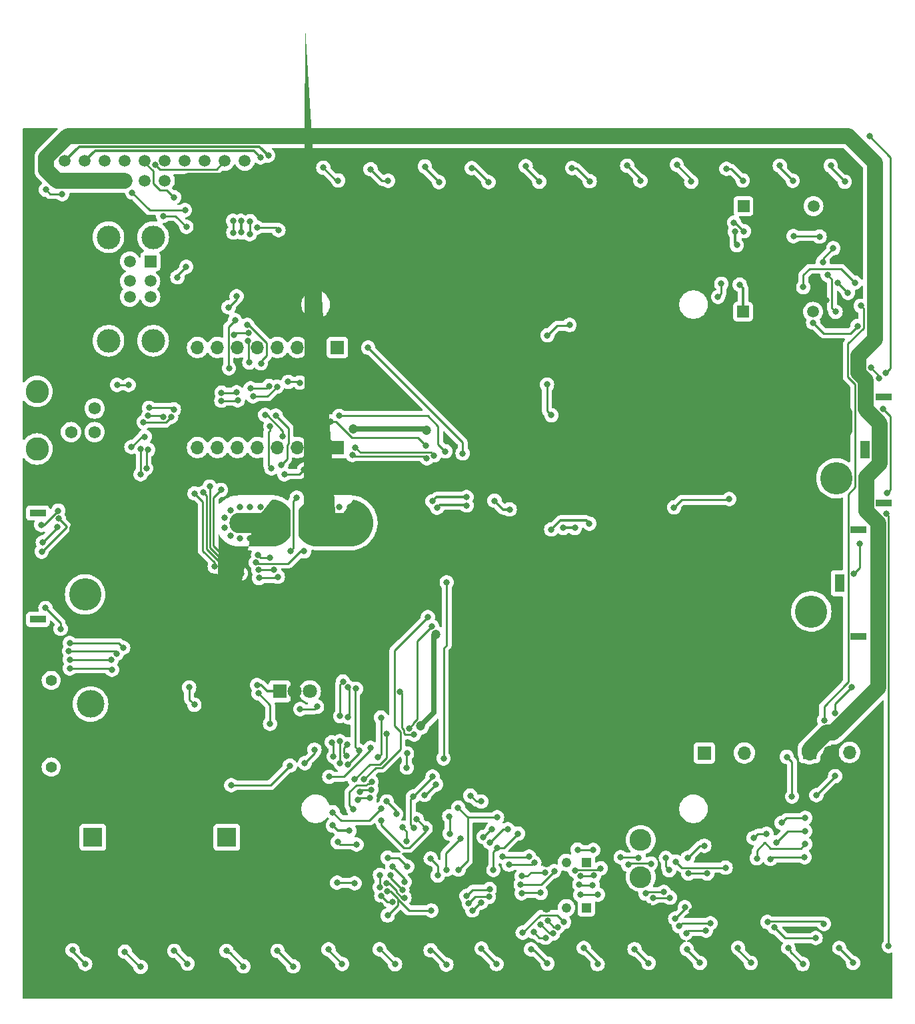
<source format=gbr>
%TF.GenerationSoftware,KiCad,Pcbnew,8.0.3*%
%TF.CreationDate,2025-06-02T03:08:14-07:00*%
%TF.ProjectId,Power_ManagementV2,506f7765-725f-44d6-916e-6167656d656e,rev?*%
%TF.SameCoordinates,Original*%
%TF.FileFunction,Copper,L2,Bot*%
%TF.FilePolarity,Positive*%
%FSLAX46Y46*%
G04 Gerber Fmt 4.6, Leading zero omitted, Abs format (unit mm)*
G04 Created by KiCad (PCBNEW 8.0.3) date 2025-06-02 03:08:14*
%MOMM*%
%LPD*%
G01*
G04 APERTURE LIST*
G04 Aperture macros list*
%AMRoundRect*
0 Rectangle with rounded corners*
0 $1 Rounding radius*
0 $2 $3 $4 $5 $6 $7 $8 $9 X,Y pos of 4 corners*
0 Add a 4 corners polygon primitive as box body*
4,1,4,$2,$3,$4,$5,$6,$7,$8,$9,$2,$3,0*
0 Add four circle primitives for the rounded corners*
1,1,$1+$1,$2,$3*
1,1,$1+$1,$4,$5*
1,1,$1+$1,$6,$7*
1,1,$1+$1,$8,$9*
0 Add four rect primitives between the rounded corners*
20,1,$1+$1,$2,$3,$4,$5,0*
20,1,$1+$1,$4,$5,$6,$7,0*
20,1,$1+$1,$6,$7,$8,$9,0*
20,1,$1+$1,$8,$9,$2,$3,0*%
%AMFreePoly0*
4,1,64,2.219304,2.963065,2.677052,2.853170,3.111972,2.673020,3.513357,2.427051,3.871321,2.121320,4.177052,1.763356,4.423021,1.361971,4.603171,0.927051,4.713066,0.469303,4.750001,0.000000,4.713066,-0.469303,4.603171,-0.927051,4.423021,-1.361971,4.177052,-1.763356,3.871321,-2.121320,3.513357,-2.427051,3.111972,-2.673020,2.677052,-2.853170,2.219304,-2.963065,1.750001,-3.000000,
-2.249999,-3.000000,-2.397706,-2.996361,-2.545055,-2.985454,-2.691689,-2.967306,-2.837251,-2.941960,-2.981388,-2.909478,-3.123751,-2.869938,-3.263995,-2.823437,-3.401780,-2.770088,-3.536770,-2.710019,-3.668639,-2.643376,-3.797067,-2.570322,-3.921743,-2.491033,-4.042363,-2.405702,-4.158636,-2.314536,-4.270279,-2.217755,-4.377022,-2.115595,-4.478605,-2.008303,-4.574782,-1.896139,-4.665320,-1.779377,
-4.750000,-1.658298,-4.750001,1.658297,-4.665322,1.779376,-4.574783,1.896139,-4.478606,2.008302,-4.377023,2.115594,-4.270281,2.217755,-4.158637,2.314535,-4.042365,2.405702,-3.921744,2.491033,-3.797069,2.570322,-3.668640,2.643376,-3.536771,2.710019,-3.401780,2.770087,-3.263996,2.823437,-3.123752,2.869937,-2.981389,2.909477,-2.837251,2.941959,-2.691689,2.967304,-2.545056,2.985452,
-2.397706,2.996359,-2.249999,2.999997,1.750001,3.000000,2.219304,2.963065,2.219304,2.963065,$1*%
%AMFreePoly1*
4,1,64,2.397707,2.996361,2.545056,2.985454,2.691689,2.967306,2.837251,2.941960,2.981388,2.909477,3.123751,2.869938,3.263995,2.823437,3.401779,2.770087,3.536770,2.710019,3.668639,2.643376,3.797067,2.570322,3.921742,2.491033,4.042363,2.405702,4.158635,2.314536,4.270278,2.217755,4.377021,2.115595,4.478604,2.008303,4.574782,1.896140,4.665320,1.779378,4.750000,1.658299,
4.750001,-1.658298,4.665321,-1.779377,4.574783,-1.896139,4.478606,-2.008303,4.377022,-2.115595,4.270280,-2.217755,4.158637,-2.314536,4.042364,-2.405702,3.921744,-2.491033,3.797068,-2.570322,3.668640,-2.643376,3.536771,-2.710019,3.401780,-2.770087,3.263996,-2.823437,3.123752,-2.869937,2.981389,-2.909477,2.837251,-2.941959,2.691689,-2.967305,2.545056,-2.985453,2.397707,-2.996360,
2.250000,-2.999998,-1.750001,-3.000000,-2.219304,-2.963065,-2.677051,-2.853170,-3.111972,-2.673020,-3.513356,-2.427051,-3.871321,-2.121320,-4.177051,-1.763356,-4.423020,-1.361971,-4.603170,-0.927051,-4.713066,-0.469303,-4.750001,0.000000,-4.713066,0.469303,-4.603170,0.927051,-4.423020,1.361971,-4.177051,1.763356,-3.871321,2.121320,-3.513356,2.427051,-3.111972,2.673020,-2.677051,2.853170,
-2.219304,2.963065,-1.750001,3.000000,2.250000,3.000000,2.397707,2.996361,2.397707,2.996361,$1*%
G04 Aperture macros list end*
%TA.AperFunction,ComponentPad*%
%ADD10R,1.300000X2.300000*%
%TD*%
%TA.AperFunction,ComponentPad*%
%ADD11C,4.100000*%
%TD*%
%TA.AperFunction,ComponentPad*%
%ADD12RoundRect,1.025000X-1.025000X1.025000X-1.025000X-1.025000X1.025000X-1.025000X1.025000X1.025000X0*%
%TD*%
%TA.AperFunction,ComponentPad*%
%ADD13R,2.000000X0.900000*%
%TD*%
%TA.AperFunction,ComponentPad*%
%ADD14C,1.498600*%
%TD*%
%TA.AperFunction,ComponentPad*%
%ADD15R,1.498600X1.498600*%
%TD*%
%TA.AperFunction,ComponentPad*%
%ADD16C,1.574800*%
%TD*%
%TA.AperFunction,ComponentPad*%
%ADD17C,2.971800*%
%TD*%
%TA.AperFunction,ComponentPad*%
%ADD18R,1.500000X1.500000*%
%TD*%
%TA.AperFunction,ComponentPad*%
%ADD19C,1.500000*%
%TD*%
%TA.AperFunction,ComponentPad*%
%ADD20C,3.000000*%
%TD*%
%TA.AperFunction,ComponentPad*%
%ADD21R,2.400000X2.400000*%
%TD*%
%TA.AperFunction,ComponentPad*%
%ADD22C,2.400000*%
%TD*%
%TA.AperFunction,ComponentPad*%
%ADD23R,1.508000X1.508000*%
%TD*%
%TA.AperFunction,ComponentPad*%
%ADD24C,1.508000*%
%TD*%
%TA.AperFunction,ComponentPad*%
%ADD25C,1.400000*%
%TD*%
%TA.AperFunction,ComponentPad*%
%ADD26R,3.500000X3.500000*%
%TD*%
%TA.AperFunction,ComponentPad*%
%ADD27C,3.500000*%
%TD*%
%TA.AperFunction,ComponentPad*%
%ADD28R,1.700000X1.700000*%
%TD*%
%TA.AperFunction,ComponentPad*%
%ADD29O,1.700000X1.700000*%
%TD*%
%TA.AperFunction,ComponentPad*%
%ADD30R,1.218000X1.218000*%
%TD*%
%TA.AperFunction,ComponentPad*%
%ADD31C,1.218000*%
%TD*%
%TA.AperFunction,ComponentPad*%
%ADD32RoundRect,1.025000X1.025000X-1.025000X1.025000X1.025000X-1.025000X1.025000X-1.025000X-1.025000X0*%
%TD*%
%TA.AperFunction,CastellatedPad*%
%ADD33R,1.800000X1.800000*%
%TD*%
%TA.AperFunction,CastellatedPad*%
%ADD34C,1.800000*%
%TD*%
%TA.AperFunction,ComponentPad*%
%ADD35C,0.800000*%
%TD*%
%TA.AperFunction,ComponentPad*%
%ADD36RoundRect,1.300000X-2.000000X-0.000010X2.000000X-0.000010X2.000000X0.000010X-2.000000X0.000010X0*%
%TD*%
%TA.AperFunction,SMDPad,CuDef*%
%ADD37FreePoly0,0.000000*%
%TD*%
%TA.AperFunction,SMDPad,CuDef*%
%ADD38FreePoly1,0.000000*%
%TD*%
%TA.AperFunction,ComponentPad*%
%ADD39C,2.775000*%
%TD*%
%TA.AperFunction,ComponentPad*%
%ADD40R,2.775000X2.775000*%
%TD*%
%TA.AperFunction,ViaPad*%
%ADD41C,0.800000*%
%TD*%
%TA.AperFunction,ViaPad*%
%ADD42C,1.400000*%
%TD*%
%TA.AperFunction,ViaPad*%
%ADD43C,1.200000*%
%TD*%
%TA.AperFunction,Conductor*%
%ADD44C,0.250000*%
%TD*%
%TA.AperFunction,Conductor*%
%ADD45C,0.635000*%
%TD*%
%TA.AperFunction,Conductor*%
%ADD46C,2.000000*%
%TD*%
%TA.AperFunction,Conductor*%
%ADD47C,0.304800*%
%TD*%
G04 APERTURE END LIST*
D10*
%TO.P,J2,3*%
%TO.N,N/C*%
X257967600Y-108356400D03*
D11*
%TO.P,J2,2,Pin_2*%
%TO.N,+BATT2*%
X254317600Y-111956400D03*
D12*
%TO.P,J2,1,Pin_1*%
%TO.N,-BATT1*%
X254317600Y-104756400D03*
D13*
%TO.P,J2,*%
%TO.N,*%
X260317600Y-115106400D03*
X260317600Y-101606400D03*
%TD*%
D14*
%TO.P,D2,1,K*%
%TO.N,Batt2GatePreDiv*%
X254594480Y-60500000D03*
D15*
%TO.P,D2,2,A*%
%TO.N,+BATT*%
X245694320Y-60500000D03*
%TD*%
D16*
%TO.P,J9,1,Pin_1*%
%TO.N,Net-(J9-Pin_1)*%
X160274000Y-89183350D03*
%TO.P,J9,2,Pin_2*%
%TO.N,-BATT1*%
X160274000Y-86183351D03*
%TO.P,J9,3,Pin_3*%
%TO.N,I2C1_SDA*%
X163273999Y-89183350D03*
%TO.P,J9,4,Pin_4*%
%TO.N,I2C1_SCL*%
X163273999Y-86183351D03*
D17*
%TO.P,J9,5*%
%TO.N,N/C*%
X155953998Y-84033350D03*
%TO.P,J9,6*%
X155953998Y-91333351D03*
%TD*%
D18*
%TO.P,J7,1,VBUS1*%
%TO.N,unconnected-(J7-VBUS1-Pad1)*%
X170355000Y-67525000D03*
D19*
%TO.P,J7,2,D1-*%
%TO.N,Device_D-*%
X170355000Y-70025000D03*
%TO.P,J7,3,D1+*%
%TO.N,Device_D+*%
X170355000Y-72025000D03*
%TO.P,J7,4,GND1*%
%TO.N,-BATT1*%
X170355000Y-74525000D03*
%TO.P,J7,5,VBUS2*%
%TO.N,unconnected-(J7-VBUS2-Pad5)*%
X167735000Y-67525000D03*
%TO.P,J7,6,D2-*%
%TO.N,Device_D-*%
X167735000Y-70025000D03*
%TO.P,J7,7,D2+*%
%TO.N,Device_D+*%
X167735000Y-72025000D03*
%TO.P,J7,8,GND2*%
%TO.N,-BATT1*%
X167735000Y-74525000D03*
D20*
%TO.P,J7,9,Shield*%
%TO.N,Net-(J7-Shield)*%
X170705000Y-64455000D03*
X165025000Y-64455000D03*
X170705000Y-77595000D03*
X165025000Y-77595000D03*
%TD*%
D21*
%TO.P,C11,1*%
%TO.N,Net-(JP12-A)*%
X163042600Y-140606846D03*
D22*
%TO.P,C11,2*%
%TO.N,-BATT1*%
X163042600Y-148106846D03*
%TD*%
D14*
%TO.P,D1,1,K*%
%TO.N,Batt1GatePreDiv*%
X254543680Y-73915000D03*
D15*
%TO.P,D1,2,A*%
%TO.N,+BATT*%
X245643520Y-73915000D03*
%TD*%
D23*
%TO.P,J8,1,1*%
%TO.N,+5V*%
X159500000Y-57290000D03*
D24*
%TO.P,J8,2,2*%
%TO.N,I2C1_SCL*%
X159500000Y-54750000D03*
%TO.P,J8,3,3*%
%TO.N,+5V*%
X162040000Y-57290000D03*
%TO.P,J8,4,4*%
%TO.N,I2C1_SDA*%
X162040000Y-54750000D03*
%TO.P,J8,5,5*%
%TO.N,+5V*%
X164580000Y-57290000D03*
%TO.P,J8,6,6*%
%TO.N,Dswitch2*%
X164580000Y-54750000D03*
%TO.P,J8,7,7*%
%TO.N,+5V*%
X167120000Y-57290000D03*
%TO.P,J8,8,8*%
%TO.N,Analog_Current*%
X167120000Y-54750000D03*
%TO.P,J8,9,9*%
%TO.N,Device_D-*%
X169660000Y-57290000D03*
%TO.P,J8,10,10*%
%TO.N,Analog_Voltage1*%
X169660000Y-54750000D03*
%TO.P,J8,11,11*%
%TO.N,Device_D+*%
X172200000Y-57290000D03*
%TO.P,J8,12,12*%
%TO.N,D{slash}A23*%
X172200000Y-54750000D03*
%TO.P,J8,13,13*%
%TO.N,-BATT1*%
X174740000Y-57290000D03*
%TO.P,J8,14,14*%
%TO.N,D{slash}A22*%
X174740000Y-54750000D03*
%TO.P,J8,15,15*%
%TO.N,-BATT1*%
X177280000Y-57290000D03*
%TO.P,J8,16,16*%
%TO.N,D{slash}A21*%
X177280000Y-54750000D03*
%TO.P,J8,17,17*%
%TO.N,-BATT1*%
X179820000Y-57290000D03*
%TO.P,J8,18,18*%
%TO.N,D{slash}A20*%
X179820000Y-54750000D03*
%TO.P,J8,19,19*%
%TO.N,-BATT1*%
X182360000Y-57290000D03*
%TO.P,J8,20,20*%
%TO.N,toNEO_CTRL_Orin*%
X182360000Y-54750000D03*
%TD*%
D25*
%TO.P,J6,*%
%TO.N,*%
X157750000Y-131700000D03*
X157750000Y-120700000D03*
D26*
%TO.P,J6,1,Pin_1*%
%TO.N,-BATT1*%
X162750000Y-128700000D03*
D27*
%TO.P,J6,2,Pin_2*%
%TO.N,+BATT*%
X162750000Y-123700000D03*
%TD*%
D28*
%TO.P,J3,1,Pin_1*%
%TO.N,Net-(J3-Pin_1)*%
X194125000Y-78450000D03*
D29*
%TO.P,J3,2,Pin_2*%
%TO.N,-BATT1*%
X191585000Y-78450000D03*
%TO.P,J3,3,Pin_3*%
%TO.N,I2C1_SCL*%
X189045000Y-78450000D03*
%TO.P,J3,4,Pin_4*%
%TO.N,I2C1_SDA*%
X186505000Y-78450000D03*
%TO.P,J3,5,Pin_5*%
%TO.N,REF*%
X183965000Y-78450000D03*
%TO.P,J3,6,Pin_6*%
%TO.N,COM*%
X181425000Y-78450000D03*
%TO.P,J3,7,Pin_7*%
%TO.N,AD0*%
X178885000Y-78450000D03*
%TO.P,J3,8,Pin_8*%
%TO.N,AD1*%
X176345000Y-78450000D03*
%TD*%
D30*
%TO.P,VR2,1*%
%TO.N,+3.3V*%
X225740400Y-149565600D03*
D31*
%TO.P,VR2,2*%
%TO.N,/Battery Control Logic/OCPReference*%
X223200400Y-149565600D03*
%TO.P,VR2,3*%
%TO.N,-BATT1*%
X220660400Y-149565600D03*
%TD*%
D21*
%TO.P,C10,1*%
%TO.N,Net-(JP12-A)*%
X180060600Y-140606292D03*
D22*
%TO.P,C10,2*%
%TO.N,-BATT1*%
X180060600Y-148106292D03*
%TD*%
D28*
%TO.P,J4,1,Pin_1*%
%TO.N,VSampleBatt2*%
X194125000Y-91150000D03*
D29*
%TO.P,J4,2,Pin_2*%
%TO.N,VSampleBatt1*%
X191585000Y-91150000D03*
%TO.P,J4,3,Pin_3*%
%TO.N,/Battery Control Logic/UVPReference*%
X189045000Y-91150000D03*
%TO.P,J4,4,Pin_4*%
%TO.N,/Battery Control Logic/OCPReference*%
X186505000Y-91150000D03*
%TO.P,J4,5,Pin_5*%
%TO.N,/Battery Control Logic/~{OCP}*%
X183965000Y-91150000D03*
%TO.P,J4,6,Pin_6*%
%TO.N,/Battery Control Logic/~{GateDisable}*%
X181425000Y-91150000D03*
%TO.P,J4,7,Pin_7*%
%TO.N,unconnected-(J4-Pin_7-Pad7)*%
X178885000Y-91150000D03*
%TO.P,J4,8,Pin_8*%
%TO.N,Net-(J4-Pin_8)*%
X176345000Y-91150000D03*
%TD*%
D30*
%TO.P,VR1,1*%
%TO.N,+3.3V*%
X225740400Y-143799800D03*
D31*
%TO.P,VR1,2*%
%TO.N,/Battery Control Logic/UVPReference*%
X223200400Y-143799800D03*
%TO.P,VR1,3*%
%TO.N,-BATT1*%
X220660400Y-143799800D03*
%TD*%
D29*
%TO.P,PM2,1,Pin_1*%
%TO.N,+VregDiode*%
X259170000Y-129840000D03*
%TO.P,PM2,2,Pin_2*%
%TO.N,-BATT1*%
X256630000Y-129840000D03*
D28*
%TO.P,PM2,3,Pin_3*%
%TO.N,+5V*%
X254090000Y-129840000D03*
%TD*%
D13*
%TO.P,J5,*%
%TO.N,*%
X156050000Y-112950000D03*
X156050000Y-99450000D03*
D32*
%TO.P,J5,1,Pin_1*%
%TO.N,-BATT1*%
X162050000Y-102600000D03*
D11*
%TO.P,J5,2,Pin_2*%
%TO.N,+BATT*%
X162050000Y-109800000D03*
%TD*%
D33*
%TO.P,U5,1,VCC*%
%TO.N,+5V*%
X186790100Y-122099999D03*
D34*
%TO.P,U5,2,GND*%
%TO.N,-BATT1*%
X188700100Y-122099999D03*
%TO.P,U5,3,VIOUT*%
%TO.N,ISample5V*%
X190610100Y-122099999D03*
D35*
%TO.P,U5,4,IP+*%
%TO.N,+BATTHall*%
X189798100Y-100082000D03*
X189798100Y-101318001D03*
X190524100Y-99082000D03*
X190524100Y-102318000D03*
X191700100Y-98700000D03*
X191700100Y-102700000D03*
X193033400Y-98700000D03*
X193033400Y-102700000D03*
D36*
X193700100Y-100700000D03*
D37*
X193950099Y-100700000D03*
D35*
X194366700Y-98700000D03*
X194366700Y-102700000D03*
X195700000Y-98700000D03*
X195700000Y-102700000D03*
X196876100Y-99082000D03*
X196876100Y-102318000D03*
X197602100Y-100082000D03*
X197602100Y-101318000D03*
%TO.P,U5,5,IP-*%
%TO.N,+BATT*%
X179798100Y-100082000D03*
X179798100Y-101318000D03*
X180524100Y-99082000D03*
X180524100Y-102318000D03*
X181700100Y-98700000D03*
X181700100Y-102700000D03*
X183033400Y-98700000D03*
X183033400Y-102700000D03*
D38*
X183450100Y-100700000D03*
D36*
X183700100Y-100700000D03*
D35*
X184366700Y-98700000D03*
X184366700Y-102700000D03*
X185700000Y-98700000D03*
X185700000Y-102700000D03*
X186876100Y-99082000D03*
X186876100Y-102318000D03*
X187602100Y-100082000D03*
X187602100Y-101318001D03*
%TD*%
D39*
%TO.P,S1,3*%
%TO.N,+3.3V*%
X232650000Y-140950000D03*
%TO.P,S1,2*%
%TO.N,Net-(D13-A)*%
X232650000Y-145650000D03*
D40*
%TO.P,S1,1*%
%TO.N,-BATT1*%
X232650000Y-150350000D03*
%TD*%
D29*
%TO.P,PM1,1,Pin_1*%
%TO.N,+VregDiode*%
X245808300Y-129907700D03*
%TO.P,PM1,2,Pin_2*%
%TO.N,-BATT1*%
X243268300Y-129907700D03*
D28*
%TO.P,PM1,3,Pin_3*%
%TO.N,+5V*%
X240728300Y-129907700D03*
%TD*%
D10*
%TO.P,J1,3*%
%TO.N,N/C*%
X261149600Y-91446400D03*
D11*
%TO.P,J1,2,Pin_2*%
%TO.N,+BATT1*%
X257499600Y-95046400D03*
D12*
%TO.P,J1,1,Pin_1*%
%TO.N,-BATT1*%
X257499600Y-87846400D03*
D13*
%TO.P,J1,*%
%TO.N,*%
X263499600Y-98196400D03*
X263499600Y-84696400D03*
%TD*%
D41*
%TO.N,KillSwitch*%
X207600000Y-130600000D03*
X206647251Y-133900001D03*
X205175000Y-135250000D03*
%TO.N,-BATT1*%
X204600000Y-132575000D03*
X203400000Y-128750000D03*
X197800000Y-125853198D03*
%TO.N,/Battery Control Logic/Batt1>UVP*%
X237025000Y-150925000D03*
%TO.N,/Battery Control Logic/UVPReference*%
X199713608Y-138450681D03*
%TO.N,-BATT1*%
X208150000Y-136200000D03*
X206700000Y-140450000D03*
%TO.N,/Battery Control Logic/UVPReference*%
X205324007Y-139472481D03*
%TO.N,-BATT1*%
X242350000Y-67500000D03*
%TO.N,+VregDiode*%
X244500000Y-62600000D03*
X245750000Y-63700000D03*
%TO.N,~{OCPLatch}*%
X234200000Y-148300000D03*
%TO.N,-BATT1*%
X155350000Y-157800000D03*
X160700000Y-157750000D03*
X167200000Y-157850000D03*
X173750000Y-157850000D03*
X180150000Y-157700000D03*
X186650000Y-157800000D03*
X193100000Y-157950000D03*
X199700000Y-157800000D03*
X206250000Y-157900000D03*
X212700000Y-157950000D03*
X219150000Y-157900000D03*
X225750000Y-158000000D03*
X232200000Y-157950000D03*
X258200000Y-158000000D03*
X251650000Y-157850000D03*
X245200000Y-157950000D03*
X238750000Y-157900000D03*
%TO.N,Batt2Enable*%
X231050000Y-144100000D03*
X233930126Y-143950292D03*
%TO.N,/Battery Control Logic/Batt2>UVP*%
X235599501Y-147550499D03*
X233250000Y-147750000D03*
%TO.N,Batt1Enable*%
X230100000Y-143150000D03*
X232400000Y-143200000D03*
X235852938Y-143222092D03*
%TO.N,-BATT1*%
X255650000Y-54050000D03*
%TO.N,Net-(LED17-DOUT)*%
X261700000Y-51650000D03*
X263950000Y-96900000D03*
X263850000Y-99500000D03*
X263450000Y-86250000D03*
X263750000Y-81650000D03*
X264150000Y-154400000D03*
%TO.N,Batt2Enable*%
X261900000Y-81000000D03*
X262961259Y-82358909D03*
X260502400Y-103378000D03*
X257302000Y-124866400D03*
X259740400Y-107188000D03*
X259435600Y-121513600D03*
X254965200Y-135280400D03*
X257352800Y-132842000D03*
%TO.N,Batt1Enable*%
X251206000Y-130403600D03*
X251866400Y-135432800D03*
X255948715Y-125748315D03*
X260604000Y-73152000D03*
%TO.N,+VregDiode*%
X242882939Y-70358258D03*
X242468400Y-72034400D03*
%TO.N,Batt2Gate*%
X243890800Y-97688400D03*
X236880400Y-98755200D03*
%TO.N,-BATT1*%
X245313200Y-53594000D03*
X192735200Y-53848000D03*
X206298800Y-53797200D03*
X212742179Y-103617179D03*
X239102865Y-150028238D03*
X262548752Y-132740716D03*
X256202356Y-72462947D03*
X257150000Y-63600000D03*
X241322400Y-101735719D03*
D42*
X260100000Y-144900000D03*
D41*
X219151200Y-53898800D03*
X189475000Y-129825000D03*
X256940128Y-136413484D03*
X238963200Y-53695600D03*
X238404400Y-131267200D03*
X232410000Y-53695600D03*
X199875000Y-140850000D03*
X225755200Y-53746400D03*
X170150000Y-80850000D03*
X178935169Y-81698390D03*
D42*
X177100000Y-118075000D03*
D41*
X207575000Y-103675000D03*
X257423860Y-79297940D03*
X248595851Y-70021860D03*
X251561600Y-53746400D03*
X212547200Y-53746400D03*
X199440800Y-53848000D03*
X199633378Y-149277993D03*
X204715000Y-142831466D03*
%TO.N,+VregDiode*%
X255376800Y-64369200D03*
X252049400Y-64318400D03*
D42*
%TO.N,+5V*%
X262237500Y-54837500D03*
D41*
X183896000Y-121310400D03*
D43*
%TO.N,+3.3V*%
X205400000Y-89000000D03*
X196125000Y-88750000D03*
D41*
X214451853Y-141978991D03*
X170075352Y-87103730D03*
X213927217Y-144751448D03*
X195334474Y-128815745D03*
X207964335Y-144728200D03*
X206205959Y-132916507D03*
X195251033Y-130291541D03*
D43*
X206586019Y-114864105D03*
D41*
X171986998Y-87240600D03*
X203743600Y-135450000D03*
X217050000Y-140150000D03*
X203825000Y-139400000D03*
X209780710Y-140761212D03*
D43*
X204690036Y-126485982D03*
D41*
%TO.N,ISample5V*%
X179973417Y-106396621D03*
X170082435Y-91429156D03*
X185499752Y-105139000D03*
X169841400Y-93784761D03*
X177877149Y-96100822D03*
X184035832Y-104786729D03*
%TO.N,+BATT*%
X245222825Y-70471800D03*
X189875000Y-93950000D03*
X187384400Y-94529252D03*
X244600000Y-63750000D03*
X244850000Y-65450000D03*
%TO.N,/Battery Control Logic/Batt2>UVP*%
X202875000Y-141125000D03*
X200824909Y-145443957D03*
X227225000Y-147875000D03*
X224975000Y-147925000D03*
X249125000Y-143375000D03*
X213450000Y-147175000D03*
X217500000Y-147725000D03*
X202350000Y-139375000D03*
X253475000Y-143150000D03*
X219950000Y-147675000D03*
X241100000Y-145201777D03*
X202363666Y-147283992D03*
X238700000Y-145201777D03*
X210500000Y-148050000D03*
%TO.N,/Battery Control Logic/Batt1>UVP*%
X198228289Y-135637958D03*
X193531000Y-139105616D03*
X196687156Y-135823898D03*
X195640600Y-139783229D03*
%TO.N,Batt2Enable*%
X256387600Y-69240400D03*
X257109080Y-65859400D03*
X255778000Y-67614800D03*
X257403600Y-73914000D03*
%TO.N,Batt1Enable*%
X236265338Y-144784600D03*
X238630000Y-143210000D03*
X213353246Y-148173526D03*
X253553400Y-138161000D03*
X224275000Y-144825000D03*
X248650000Y-140175000D03*
X246975000Y-140700000D03*
X210802096Y-149006637D03*
X206050000Y-149900000D03*
X258978400Y-71526400D03*
X221650000Y-144925000D03*
X227560084Y-144560084D03*
X240730000Y-141690000D03*
X200473938Y-147442085D03*
X217400000Y-146575000D03*
X200500000Y-150525000D03*
X250555091Y-138783811D03*
X257655556Y-70240524D03*
%TO.N,~{OCPLatch}*%
X199288400Y-130454400D03*
X224850000Y-146600000D03*
X199644000Y-125425200D03*
X215925000Y-144091752D03*
X181305200Y-71932800D03*
X219126569Y-143815153D03*
X186282545Y-87093283D03*
X184404000Y-80467200D03*
X184097273Y-106694184D03*
X186994800Y-93319600D03*
X182676800Y-75590400D03*
X180289200Y-73355200D03*
X248750000Y-151375000D03*
X186029600Y-106680000D03*
X236370910Y-148271603D03*
X177110747Y-96875000D03*
X195456688Y-125355436D03*
X255925000Y-151600000D03*
X195478945Y-121596351D03*
X180843320Y-107598672D03*
X226550000Y-146675000D03*
%TO.N,/Battery Control Logic/~{OCP}*%
X166100000Y-117300000D03*
X160000000Y-116975000D03*
X185550000Y-126200000D03*
X184096900Y-122356595D03*
X193081000Y-132925000D03*
X198300000Y-129275000D03*
%TO.N,/Battery Control Logic/~{GateDisable}*%
X249620944Y-152036501D03*
X209505913Y-144728200D03*
X157025000Y-111500000D03*
X160100000Y-115975000D03*
X196300000Y-146450000D03*
X175941185Y-123780629D03*
X222091379Y-152007845D03*
X209450000Y-136850000D03*
X158525000Y-101200000D03*
X220814184Y-151227800D03*
X158950000Y-114150000D03*
X194075000Y-146375000D03*
X202625000Y-148275000D03*
X175283482Y-121580859D03*
X254875000Y-153400000D03*
X237533668Y-151899872D03*
X166900000Y-116550000D03*
X200357645Y-146429559D03*
X156672584Y-103197584D03*
X241500000Y-151525000D03*
X214400000Y-138075000D03*
%TO.N,~{SystemKill}*%
X194462400Y-125222000D03*
X196545200Y-141528800D03*
X185724800Y-93776800D03*
X186537600Y-107543600D03*
X194815665Y-120843706D03*
X200507600Y-143205200D03*
X185572400Y-88442800D03*
X181102000Y-74980800D03*
X194157600Y-141224000D03*
X194462400Y-131216400D03*
X202996800Y-144322800D03*
X194411600Y-128422400D03*
X181864000Y-107137200D03*
X184150000Y-107696000D03*
X179324000Y-96520000D03*
X220559777Y-153350000D03*
X180340000Y-81076800D03*
X219025000Y-152600000D03*
%TO.N,I2C1_SCL*%
X187858400Y-82804000D03*
X170180000Y-86106000D03*
X166116000Y-83210400D03*
X207827422Y-91627668D03*
X189331600Y-82905600D03*
X194325000Y-87125000D03*
X186436000Y-83413600D03*
X181457600Y-85140800D03*
X183388000Y-84632800D03*
X179374800Y-85191600D03*
X185326820Y-54086253D03*
X167589200Y-83210400D03*
X173329600Y-86309200D03*
%TO.N,I2C1_SDA*%
X181297094Y-84150521D03*
X184354525Y-54333351D03*
X185433324Y-83330317D03*
X183076924Y-83622189D03*
X205325000Y-90925000D03*
X172986535Y-87275474D03*
X169493351Y-87920854D03*
X193250000Y-87850000D03*
X179392195Y-84190619D03*
%TO.N,VSampleBatt1*%
X205469536Y-92501261D03*
X196025000Y-92075000D03*
X206178200Y-97972169D03*
X205600000Y-112675000D03*
X184925000Y-87000000D03*
X221284800Y-101549200D03*
X214071200Y-97891600D03*
X216001600Y-99009200D03*
X197503201Y-133250000D03*
X210515200Y-97434400D03*
X187181000Y-89750000D03*
X226117716Y-100794116D03*
%TO.N,/Battery Control Logic/OCPReference*%
X196470803Y-121746798D03*
X196843426Y-129626743D03*
X195458510Y-131335480D03*
%TO.N,/Battery Control Logic/UVPReference*%
X188953200Y-97500000D03*
X204170169Y-138304831D03*
X199695575Y-136963536D03*
X191525000Y-124050000D03*
X188122252Y-104294811D03*
X193415654Y-128542840D03*
X218461132Y-143068186D03*
X189386151Y-124356109D03*
X193531000Y-137442402D03*
X193619037Y-130368320D03*
X215075000Y-143075000D03*
%TO.N,VSampleBatt2*%
X206152108Y-113849819D03*
X224282000Y-101346000D03*
X201583797Y-137675561D03*
X198407770Y-134556412D03*
X222808800Y-101346000D03*
X210527867Y-98502601D03*
X196402801Y-91145655D03*
X196952416Y-134856400D03*
X206773298Y-98779803D03*
X200380672Y-136060059D03*
X191875000Y-87800000D03*
X206400947Y-92135908D03*
X200372200Y-127460953D03*
X203239930Y-126764836D03*
X196283145Y-133275464D03*
%TO.N,Net-(JP1-A)*%
X259854174Y-70215994D03*
X253299080Y-70787000D03*
%TO.N,Batt1Gate*%
X260204287Y-75717756D03*
X221300000Y-87050000D03*
X220800000Y-76900000D03*
X220750000Y-83150000D03*
X223600000Y-75600000D03*
X254546972Y-75286707D03*
%TO.N,ISample3.3V*%
X188075000Y-131525000D03*
X189975000Y-131200000D03*
X191200000Y-129500000D03*
X180625000Y-134000000D03*
X165475000Y-119350000D03*
X160100000Y-119175000D03*
X158700000Y-100175000D03*
X156550000Y-104350000D03*
%TO.N,KillSwitch*%
X183909600Y-63222457D03*
X186632800Y-63554922D03*
X240946477Y-152460805D03*
X238425000Y-152775000D03*
X210025000Y-91900000D03*
X219915294Y-151676894D03*
X198025000Y-78475000D03*
X212673013Y-140576987D03*
X213768777Y-139613088D03*
X221501265Y-152819129D03*
X208000000Y-108250000D03*
%TO.N,Dswitch2*%
X174925000Y-63125000D03*
X171975000Y-61739000D03*
%TO.N,Analog_Current*%
X165425000Y-118125000D03*
X160125000Y-118050000D03*
%TO.N,Analog_Voltage1*%
X182766063Y-77582144D03*
X173350000Y-59375000D03*
X182925000Y-80350000D03*
%TO.N,LETeensy*%
X178517017Y-106247822D03*
X174904400Y-68224400D03*
X202082400Y-122123200D03*
X175974958Y-96980958D03*
X202950000Y-129975000D03*
X202925000Y-131775000D03*
X203860400Y-127558800D03*
X169113200Y-94538800D03*
X169084091Y-91330540D03*
X189894714Y-104318010D03*
X173786800Y-69545200D03*
X183757076Y-105750425D03*
%TO.N,D{slash}A21*%
X181902001Y-63853727D03*
X181864000Y-62382400D03*
%TO.N,D{slash}A20*%
X159156400Y-58978800D03*
X180848000Y-62382400D03*
X168046400Y-58775600D03*
X170933796Y-55229636D03*
X174752000Y-61010800D03*
X180898800Y-63855600D03*
X157073600Y-58420000D03*
%TO.N,Net-(JP22-A)*%
X199685489Y-148059162D03*
X201088113Y-148823747D03*
%TO.N,Net-(JP27-B)*%
X212375000Y-136075000D03*
X211000000Y-135325000D03*
%TO.N,Net-(LED1-DOUT)*%
X160470000Y-154940000D03*
X162080000Y-156680000D03*
%TO.N,Net-(LED2-DOUT)*%
X167110000Y-155140000D03*
X169110000Y-157060000D03*
%TO.N,toNEO_CTRL_Orin*%
X169621200Y-89763600D03*
X180978200Y-76887200D03*
X156492200Y-100967800D03*
X167944800Y-91084400D03*
X183032400Y-62433200D03*
X158648400Y-99161600D03*
X182981600Y-64058800D03*
X182833847Y-76581234D03*
%TO.N,Net-(LED3-DOUT)*%
X173380000Y-155040000D03*
X175080000Y-156660000D03*
%TO.N,Net-(LED4-DOUT)*%
X182180000Y-157010000D03*
X180030000Y-155040000D03*
%TO.N,Net-(LED6-DOUT)*%
X192970000Y-154840000D03*
X194710000Y-156680000D03*
%TO.N,Net-(LED10-DIN)*%
X212410000Y-154740000D03*
X214330000Y-156710000D03*
%TO.N,Net-(LED13-DOUT)*%
X240160000Y-156550000D03*
X238500000Y-154790000D03*
%TO.N,Net-(LED14-DOUT)*%
X246630000Y-156550000D03*
X245010000Y-154640000D03*
%TO.N,Net-(LED16-DOUT)*%
X257870000Y-154670000D03*
X259630000Y-156550000D03*
%TO.N,Net-(LED18-DOUT)*%
X258572000Y-57404000D03*
X256794000Y-55372000D03*
%TO.N,Net-(LED19-DOUT)*%
X250317000Y-55372000D03*
X251968000Y-57277000D03*
%TO.N,Net-(LED21-DOUT)*%
X239064800Y-57404000D03*
X237236000Y-55270400D03*
%TO.N,Net-(LED26-DOUT)*%
X205232000Y-55473600D03*
X207010000Y-57454800D03*
%TO.N,Net-(LED27-DOUT)*%
X200558400Y-57302400D03*
X198323200Y-55829200D03*
%TO.N,Net-(LED28-DOUT)*%
X194208400Y-57251600D03*
X192328800Y-55626000D03*
%TO.N,/Battery Control Logic/VBatt1<VBatt2*%
X199525000Y-145400000D03*
X198458417Y-133556556D03*
X196141400Y-137031360D03*
X199500000Y-146950000D03*
%TO.N,Net-(U7-2C)*%
X202650000Y-146275000D03*
X201090400Y-144325000D03*
%TO.N,Net-(U7-2D)*%
X206856935Y-145456400D03*
X205967159Y-143315345D03*
%TO.N,Net-(D13-A)*%
X224625000Y-142175000D03*
X226625000Y-142225000D03*
X215761774Y-139581943D03*
X208375000Y-140150000D03*
X208332455Y-137954137D03*
X213475000Y-141275000D03*
%TO.N,NeoPass1*%
X188500000Y-157010000D03*
X186500000Y-155040000D03*
%TO.N,Net-(LED7-DOUT)*%
X199470000Y-154840000D03*
X201440000Y-156730000D03*
%TO.N,Net-(LED8-DOUT)*%
X207960000Y-156760000D03*
X205960000Y-154970000D03*
%TO.N,NeoPass2*%
X218700000Y-154840000D03*
X220800000Y-156630000D03*
%TO.N,Net-(LED11-DOUT)*%
X225420000Y-154660000D03*
X227170000Y-156710000D03*
%TO.N,Net-(LED12-DOUT)*%
X233640000Y-156580000D03*
X231870000Y-154810000D03*
%TO.N,NeoPass3*%
X251400000Y-154670000D03*
X253240000Y-156710000D03*
%TO.N,NeoPass4*%
X245618000Y-57251600D03*
X243535200Y-55778400D03*
%TO.N,Net-(LED22-DOUT)*%
X232613200Y-57302400D03*
X230936800Y-55372000D03*
%TO.N,Net-(LED23-DOUT)*%
X226161600Y-57353200D03*
X223926400Y-55676800D03*
%TO.N,Net-(LED24-DOUT)*%
X218033600Y-55422800D03*
X219760800Y-57404000D03*
%TO.N,NeoPass5*%
X213309200Y-57454800D03*
X211175600Y-55676800D03*
%TO.N,Batt2Enable*%
X211261811Y-149898308D03*
X253550800Y-141488400D03*
X212375000Y-148901726D03*
X217527113Y-145548152D03*
%TO.N,/Battery Control Logic/Batt1>UVP*%
X253553400Y-139837400D03*
%TO.N,Batt2Enable*%
X220472737Y-145069537D03*
X247390000Y-143280000D03*
%TO.N,/Battery Control Logic/Batt1>UVP*%
X249852416Y-141281884D03*
X217650000Y-152725000D03*
%TO.N,Batt2Enable*%
X243436075Y-144473577D03*
X224971535Y-145546980D03*
%TO.N,/Battery Control Logic/Batt1>UVP*%
X222900000Y-151375000D03*
X238250000Y-149500000D03*
%TO.N,Batt2Enable*%
X237110084Y-143700084D03*
X226700000Y-145462000D03*
%TD*%
D44*
%TO.N,+3.3V*%
X203825000Y-139400000D02*
X203413253Y-138988253D01*
X203413253Y-135780347D02*
X203743600Y-135450000D01*
X203413253Y-138988253D02*
X203413253Y-135780347D01*
X206205959Y-132987641D02*
X206205959Y-132916507D01*
X203743600Y-135450000D02*
X206205959Y-132987641D01*
%TO.N,KillSwitch*%
X205297252Y-135250000D02*
X206647251Y-133900001D01*
X205175000Y-135250000D02*
X205297252Y-135250000D01*
X207600000Y-116625000D02*
X207600000Y-130600000D01*
%TO.N,~{OCPLatch}*%
X195597000Y-125215124D02*
X195597000Y-121714406D01*
X195456688Y-125355436D02*
X195597000Y-125215124D01*
%TO.N,~{SystemKill}*%
X194462400Y-121196971D02*
X194815665Y-120843706D01*
%TO.N,/Battery Control Logic/OCPReference*%
X196843426Y-129626743D02*
X196375000Y-129158317D01*
%TO.N,VSampleBatt2*%
X203761836Y-126242930D02*
X203239930Y-126764836D01*
X204275000Y-125588344D02*
X203761836Y-126101508D01*
D45*
%TO.N,+3.3V*%
X206586019Y-114864105D02*
X206378200Y-115071924D01*
D44*
%TO.N,VSampleBatt2*%
X203761836Y-126101508D02*
X203761836Y-126242930D01*
%TO.N,~{OCPLatch}*%
X195597000Y-121714406D02*
X195478945Y-121596351D01*
%TO.N,~{SystemKill}*%
X194462400Y-125222000D02*
X194462400Y-121196971D01*
D45*
%TO.N,+3.3V*%
X206378200Y-115071924D02*
X206378200Y-124797818D01*
D44*
%TO.N,VSampleBatt2*%
X204275000Y-115726927D02*
X204275000Y-125588344D01*
X206152108Y-113849819D02*
X204275000Y-115726927D01*
%TO.N,/Battery Control Logic/OCPReference*%
X196375000Y-121842601D02*
X196470803Y-121746798D01*
X196375000Y-129158317D02*
X196375000Y-121842601D01*
D45*
%TO.N,+3.3V*%
X206378200Y-124797818D02*
X204690036Y-126485982D01*
D44*
%TO.N,/Battery Control Logic/Batt1>UVP*%
X238250000Y-149700000D02*
X237025000Y-150925000D01*
X238250000Y-149500000D02*
X238250000Y-149700000D01*
%TO.N,/Battery Control Logic/UVPReference*%
X202592661Y-141959145D02*
X203193271Y-141959145D01*
X205324007Y-139828409D02*
X205324007Y-139472481D01*
X199713608Y-138450681D02*
X199713608Y-139080092D01*
X199713608Y-139080092D02*
X202592661Y-141959145D01*
X203193271Y-141959145D02*
X205324007Y-139828409D01*
%TO.N,+VregDiode*%
X242882939Y-71619861D02*
X242882939Y-70358258D01*
X242468400Y-72034400D02*
X242882939Y-71619861D01*
X244500000Y-62600000D02*
X244650000Y-62600000D01*
X244650000Y-62600000D02*
X245750000Y-63700000D01*
%TO.N,~{OCPLatch}*%
X236370910Y-148271603D02*
X236342513Y-148300000D01*
X236342513Y-148300000D02*
X234200000Y-148300000D01*
%TO.N,/Battery Control Logic/Batt2>UVP*%
X233449501Y-147550499D02*
X235599501Y-147550499D01*
X233250000Y-147750000D02*
X233449501Y-147550499D01*
%TO.N,Batt1Enable*%
X224275000Y-144825000D02*
X224366200Y-144733800D01*
X235852938Y-144372200D02*
X235852938Y-143222092D01*
X224366200Y-144733800D02*
X227386368Y-144733800D01*
X236265338Y-144784600D02*
X235852938Y-144372200D01*
%TO.N,Batt2Enable*%
X233917334Y-143937500D02*
X233930126Y-143950292D01*
X231050000Y-144100000D02*
X231212500Y-143937500D01*
%TO.N,Batt1Enable*%
X227386368Y-144733800D02*
X227560084Y-144560084D01*
%TO.N,Batt2Enable*%
X231212500Y-143937500D02*
X233917334Y-143937500D01*
%TO.N,Batt1Enable*%
X232350000Y-143150000D02*
X232400000Y-143200000D01*
X230100000Y-143150000D02*
X232350000Y-143150000D01*
%TO.N,Net-(LED17-DOUT)*%
X264350000Y-81050000D02*
X264350000Y-54300000D01*
X264350000Y-54300000D02*
X261700000Y-51650000D01*
X263750000Y-81650000D02*
X264350000Y-81050000D01*
D46*
%TO.N,+5V*%
X260296800Y-79498632D02*
X262386200Y-77409232D01*
X254090000Y-129480862D02*
X256219347Y-127351515D01*
X260296800Y-81664068D02*
X260296800Y-79498632D01*
X261299600Y-94876568D02*
X263025000Y-93151168D01*
X257084153Y-127351515D02*
X262825000Y-121610668D01*
X262825000Y-100742268D02*
X261299600Y-99216868D01*
X256219347Y-127351515D02*
X257084153Y-127351515D01*
X262825000Y-121610668D02*
X262825000Y-100742268D01*
D44*
%TO.N,Net-(LED17-DOUT)*%
X264350000Y-96500000D02*
X264350000Y-87150000D01*
D46*
%TO.N,+5V*%
X261213600Y-82580868D02*
X260296800Y-81664068D01*
X263025000Y-88092268D02*
X261213600Y-86280868D01*
X261213600Y-86280868D02*
X261213600Y-82580868D01*
X262386200Y-77409232D02*
X262386200Y-54986200D01*
D44*
%TO.N,Net-(LED17-DOUT)*%
X263950000Y-96900000D02*
X264350000Y-96500000D01*
%TO.N,Batt2Enable*%
X261900000Y-81000000D02*
X262961259Y-82061259D01*
%TO.N,Net-(LED17-DOUT)*%
X264150000Y-154400000D02*
X264150000Y-99800000D01*
X264150000Y-99800000D02*
X263850000Y-99500000D01*
D46*
%TO.N,+5V*%
X254090000Y-129840000D02*
X254090000Y-129480862D01*
X263025000Y-93151168D02*
X263025000Y-88092268D01*
X261299600Y-99216868D02*
X261299600Y-94876568D01*
D44*
%TO.N,Batt2Enable*%
X262961259Y-82061259D02*
X262961259Y-82358909D01*
%TO.N,Net-(LED17-DOUT)*%
X264350000Y-87150000D02*
X263450000Y-86250000D01*
D46*
%TO.N,+5V*%
X262386200Y-54986200D02*
X262237500Y-54837500D01*
D44*
%TO.N,Batt1Enable*%
X259874600Y-83115701D02*
X258971800Y-82212901D01*
X258992600Y-97064600D02*
X259874600Y-96182600D01*
X255948715Y-125748315D02*
X255948715Y-123970654D01*
X258758200Y-121161169D02*
X258758200Y-121110369D01*
X260959600Y-75992274D02*
X260959600Y-73507600D01*
X258758200Y-121110369D02*
X258992600Y-120875969D01*
X258992600Y-120875969D02*
X258992600Y-97064600D01*
X258971800Y-77980074D02*
X260959600Y-75992274D01*
X259874600Y-96182600D02*
X259874600Y-83115701D01*
X258971800Y-82212901D02*
X258971800Y-77980074D01*
X260959600Y-73507600D02*
X260604000Y-73152000D01*
X255948715Y-123970654D02*
X258758200Y-121161169D01*
%TO.N,Batt2Enable*%
X260502400Y-106426000D02*
X260502400Y-103378000D01*
X259740400Y-107188000D02*
X260502400Y-106426000D01*
X257302000Y-124866400D02*
X257302000Y-123647200D01*
X257302000Y-123647200D02*
X259435600Y-121513600D01*
X254965200Y-135280400D02*
X257352800Y-132892800D01*
X257352800Y-132892800D02*
X257352800Y-132842000D01*
%TO.N,Batt1Enable*%
X251866400Y-131064000D02*
X251206000Y-130403600D01*
X251866400Y-135432800D02*
X251866400Y-131064000D01*
%TO.N,Batt1Gate*%
X259272043Y-76650000D02*
X260204287Y-75717756D01*
X254546972Y-75286707D02*
X255910265Y-76650000D01*
X255910265Y-76650000D02*
X259272043Y-76650000D01*
%TO.N,Batt2Gate*%
X243789200Y-97790000D02*
X243890800Y-97688400D01*
X237845600Y-97790000D02*
X243789200Y-97790000D01*
D47*
%TO.N,VSampleBatt1*%
X225736716Y-100413116D02*
X226117716Y-100794116D01*
X221284800Y-101549200D02*
X222420884Y-100413116D01*
D44*
%TO.N,Batt2Gate*%
X236880400Y-98755200D02*
X237845600Y-97790000D01*
D47*
%TO.N,VSampleBatt1*%
X222420884Y-100413116D02*
X225736716Y-100413116D01*
D46*
%TO.N,-BATT1*%
X179820000Y-57290000D02*
X177280000Y-57290000D01*
X180574000Y-58044000D02*
X179820000Y-57290000D01*
X182360000Y-57290000D02*
X181606000Y-58044000D01*
X175213346Y-57290000D02*
X174976673Y-57526673D01*
X177280000Y-57290000D02*
X175213346Y-57290000D01*
X181606000Y-58044000D02*
X180574000Y-58044000D01*
D44*
%TO.N,+VregDiode*%
X252049400Y-64318400D02*
X255326000Y-64318400D01*
X255326000Y-64318400D02*
X255376800Y-64369200D01*
D46*
%TO.N,+5V*%
X262237500Y-54837500D02*
X258996800Y-51596800D01*
X159500000Y-57290000D02*
X162040000Y-57290000D01*
D47*
X185193599Y-122099999D02*
X186790100Y-122099999D01*
D46*
X157125000Y-54361626D02*
X157125000Y-55925000D01*
X162040000Y-57290000D02*
X164580000Y-57290000D01*
X159889826Y-51596800D02*
X157125000Y-54361626D01*
X164580000Y-57290000D02*
X167120000Y-57290000D01*
X258996800Y-51596800D02*
X159889826Y-51596800D01*
D47*
X183896000Y-121310400D02*
X184404000Y-121310400D01*
D46*
X157125000Y-55925000D02*
X158490000Y-57290000D01*
X158490000Y-57290000D02*
X159500000Y-57290000D01*
D47*
X184404000Y-121310400D02*
X185193599Y-122099999D01*
D45*
%TO.N,+3.3V*%
X196125000Y-88750000D02*
X205150000Y-88750000D01*
D44*
X213927217Y-142503627D02*
X213927217Y-144751448D01*
X194918600Y-129959108D02*
X195251033Y-130291541D01*
X214451853Y-141978991D02*
X213927217Y-142503627D01*
X214455844Y-141975000D02*
X214451853Y-141978991D01*
X215225000Y-141975000D02*
X214455844Y-141975000D01*
X209780710Y-140761212D02*
X207875000Y-142666922D01*
X195334474Y-128815745D02*
X194918600Y-129231619D01*
D45*
X205150000Y-88750000D02*
X205400000Y-89000000D01*
D44*
X217050000Y-140150000D02*
X215225000Y-141975000D01*
X207875000Y-144638865D02*
X207964335Y-144728200D01*
X207875000Y-142666922D02*
X207875000Y-144638865D01*
X171850128Y-87103730D02*
X171986998Y-87240600D01*
X170075352Y-87103730D02*
X171850128Y-87103730D01*
X194918600Y-129231619D02*
X194918600Y-129959108D01*
%TO.N,ISample5V*%
X177920114Y-96143787D02*
X177920114Y-103880510D01*
X177920114Y-103880510D02*
X179973417Y-105933813D01*
X179973417Y-105933813D02*
X179973417Y-106396621D01*
X169841400Y-91670191D02*
X170082435Y-91429156D01*
X185499752Y-105139000D02*
X184388103Y-105139000D01*
X169841400Y-93784761D02*
X169841400Y-91670191D01*
X177877149Y-96100822D02*
X177920114Y-96143787D01*
X184388103Y-105139000D02*
X184035832Y-104786729D01*
D47*
%TO.N,+BATT*%
X244600000Y-65200000D02*
X244850000Y-65450000D01*
D44*
X189295748Y-94529252D02*
X187384400Y-94529252D01*
D47*
X244600000Y-63750000D02*
X244600000Y-65200000D01*
D44*
X189875000Y-93950000D02*
X189295748Y-94529252D01*
D47*
X245643520Y-70892495D02*
X245222825Y-70471800D01*
X245643520Y-73915000D02*
X245643520Y-70892495D01*
D44*
%TO.N,/Battery Control Logic/Batt2>UVP*%
X253475000Y-143150000D02*
X249350000Y-143150000D01*
X219950000Y-147675000D02*
X217550000Y-147675000D01*
X227225000Y-147875000D02*
X225025000Y-147875000D01*
X211275000Y-147275000D02*
X210500000Y-148050000D01*
X249350000Y-143150000D02*
X249125000Y-143375000D01*
X238700000Y-145201777D02*
X241100000Y-145201777D01*
X202875000Y-139900000D02*
X202350000Y-139375000D01*
X200824909Y-145745235D02*
X200824909Y-145443957D01*
X225025000Y-147875000D02*
X224975000Y-147925000D01*
X217550000Y-147675000D02*
X217500000Y-147725000D01*
X213450000Y-147175000D02*
X213350000Y-147275000D01*
X202875000Y-141125000D02*
X202875000Y-139900000D01*
X213350000Y-147275000D02*
X211275000Y-147275000D01*
X202363666Y-147283992D02*
X200824909Y-145745235D01*
D47*
%TO.N,/Battery Control Logic/Batt1>UVP*%
X194208613Y-139783229D02*
X195640600Y-139783229D01*
X193531000Y-139105616D02*
X194208613Y-139783229D01*
D44*
X196873096Y-135637958D02*
X198228289Y-135637958D01*
X196687156Y-135823898D02*
X196873096Y-135637958D01*
%TO.N,Batt2Enable*%
X256930556Y-73440956D02*
X256930556Y-69783356D01*
X256930556Y-69783356D02*
X256387600Y-69240400D01*
X257403600Y-73914000D02*
X256930556Y-73440956D01*
X255778000Y-67190480D02*
X257109080Y-65859400D01*
X255778000Y-67614800D02*
X255778000Y-67190480D01*
%TO.N,Batt1Enable*%
X203195169Y-149900000D02*
X206050000Y-149900000D01*
X247500000Y-140175000D02*
X248650000Y-140175000D01*
X251177902Y-138161000D02*
X250555091Y-138783811D01*
X201816313Y-148416313D02*
X201796800Y-148396800D01*
X200842085Y-147442085D02*
X200473938Y-147442085D01*
X211635207Y-148173526D02*
X210802096Y-149006637D01*
X240150000Y-141690000D02*
X240730000Y-141690000D01*
X258941432Y-71526400D02*
X257655556Y-70240524D01*
X217400000Y-146575000D02*
X220000000Y-146575000D01*
X201796800Y-148396800D02*
X201796800Y-148501631D01*
X220000000Y-146575000D02*
X221650000Y-144925000D01*
X258978400Y-71526400D02*
X258941432Y-71526400D01*
X201796800Y-148396800D02*
X200842085Y-147442085D01*
X213353246Y-148173526D02*
X211635207Y-148173526D01*
X238630000Y-143210000D02*
X240150000Y-141690000D01*
X200500000Y-150525000D02*
X201816313Y-149208687D01*
X246975000Y-140700000D02*
X247500000Y-140175000D01*
X201816313Y-149208687D02*
X201816313Y-148416313D01*
X201796800Y-148501631D02*
X203195169Y-149900000D01*
X253553400Y-138161000D02*
X251177902Y-138161000D01*
%TO.N,~{OCPLatch}*%
X185140000Y-77862082D02*
X185140000Y-79477200D01*
X181305200Y-72339200D02*
X180289200Y-73355200D01*
X255925000Y-151600000D02*
X255636501Y-151311501D01*
X177110747Y-96875000D02*
X177470114Y-97234367D01*
X187909200Y-88719938D02*
X186282545Y-87093283D01*
X180145637Y-107598672D02*
X180843320Y-107598672D01*
X186029600Y-106680000D02*
X186015416Y-106694184D01*
X226550000Y-146675000D02*
X224925000Y-146675000D01*
X182868318Y-75590400D02*
X185140000Y-77862082D01*
X255636501Y-151311501D02*
X248813499Y-151311501D01*
X186015416Y-106694184D02*
X184097273Y-106694184D01*
X199644000Y-125425200D02*
X199644000Y-130098800D01*
X185140000Y-79477200D02*
X184556400Y-80060800D01*
X219126569Y-143815153D02*
X218849970Y-144091752D01*
X187706000Y-90827299D02*
X187909200Y-90624099D01*
X248813499Y-151311501D02*
X248750000Y-151375000D01*
X184556400Y-80060800D02*
X184556400Y-80314800D01*
X182676800Y-75590400D02*
X182868318Y-75590400D01*
X181305200Y-71932800D02*
X181305200Y-72339200D01*
X184556400Y-80314800D02*
X184404000Y-80467200D01*
X177470114Y-104066906D02*
X179245217Y-105842009D01*
X177470114Y-97234367D02*
X177470114Y-104066906D01*
X179245217Y-106698252D02*
X180145637Y-107598672D01*
X187909200Y-90624099D02*
X187909200Y-88719938D01*
X179245217Y-105842009D02*
X179245217Y-106698252D01*
X187706000Y-92608400D02*
X187706000Y-90827299D01*
X218849970Y-144091752D02*
X215925000Y-144091752D01*
X199644000Y-130098800D02*
X199288400Y-130454400D01*
X224925000Y-146675000D02*
X224850000Y-146600000D01*
X186994800Y-93319600D02*
X187706000Y-92608400D01*
%TO.N,/Battery Control Logic/~{OCP}*%
X198300000Y-129523821D02*
X194898821Y-132925000D01*
X198300000Y-129275000D02*
X198300000Y-129523821D01*
X185550000Y-126200000D02*
X185550000Y-123809695D01*
X160000000Y-116975000D02*
X165775000Y-116975000D01*
X194898821Y-132925000D02*
X193081000Y-132925000D01*
X185550000Y-123809695D02*
X184096900Y-122356595D01*
X165775000Y-116975000D02*
X166100000Y-117300000D01*
%TO.N,/Battery Control Logic/~{GateDisable}*%
X200694896Y-146429559D02*
X200357645Y-146429559D01*
X214400000Y-138075000D02*
X210675000Y-138075000D01*
X202625000Y-148275000D02*
X202324843Y-148275000D01*
X250984443Y-153400000D02*
X249620944Y-152036501D01*
X194075000Y-146375000D02*
X196225000Y-146375000D01*
X175283482Y-121580859D02*
X175283482Y-123122926D01*
X158525000Y-101200000D02*
X158525000Y-101345168D01*
X160100000Y-115975000D02*
X166325000Y-115975000D01*
X202324843Y-148275000D02*
X201635466Y-147585623D01*
X237908540Y-151525000D02*
X237533668Y-151899872D01*
X175283482Y-123122926D02*
X175941185Y-123780629D01*
X210675000Y-138075000D02*
X209450000Y-136850000D01*
X201635466Y-147370129D02*
X200694896Y-146429559D01*
X210675000Y-143559113D02*
X209505913Y-144728200D01*
X201635466Y-147585623D02*
X201635466Y-147370129D01*
X210675000Y-138075000D02*
X210675000Y-143559113D01*
X254875000Y-153400000D02*
X250984443Y-153400000D01*
X220814184Y-151227800D02*
X221594229Y-152007845D01*
X158950000Y-113425000D02*
X158950000Y-114150000D01*
X196225000Y-146375000D02*
X196300000Y-146450000D01*
X221594229Y-152007845D02*
X222091379Y-152007845D01*
X241500000Y-151525000D02*
X237908540Y-151525000D01*
X157025000Y-111500000D02*
X158950000Y-113425000D01*
X158525000Y-101345168D02*
X156672584Y-103197584D01*
X166325000Y-115975000D02*
X166900000Y-116550000D01*
%TO.N,~{SystemKill}*%
X178370114Y-97473886D02*
X178370114Y-103643314D01*
X179324000Y-96520000D02*
X178370114Y-97473886D01*
X194157600Y-141224000D02*
X194462400Y-141528800D01*
X185330000Y-89193200D02*
X185330000Y-93382000D01*
X180250000Y-80986800D02*
X180340000Y-81076800D01*
X180250000Y-75832800D02*
X180250000Y-80986800D01*
X200507600Y-143205200D02*
X201879200Y-143205200D01*
X186385200Y-107696000D02*
X186537600Y-107543600D01*
X201879200Y-143205200D02*
X202996800Y-144322800D01*
X185572400Y-88442800D02*
X185572400Y-88950800D01*
X194411600Y-131165600D02*
X194462400Y-131216400D01*
X194411600Y-128422400D02*
X194411600Y-131165600D01*
X220559777Y-153350000D02*
X219775000Y-153350000D01*
X184150000Y-107696000D02*
X186385200Y-107696000D01*
X181102000Y-74980800D02*
X180250000Y-75832800D01*
X185572400Y-88950800D02*
X185330000Y-89193200D01*
X178370114Y-103643314D02*
X181864000Y-107137200D01*
X219775000Y-153350000D02*
X219025000Y-152600000D01*
X185330000Y-93382000D02*
X185724800Y-93776800D01*
X194462400Y-141528800D02*
X196545200Y-141528800D01*
%TO.N,I2C1_SCL*%
X185216800Y-84632800D02*
X186436000Y-83413600D01*
D47*
X159500000Y-54750000D02*
X161282601Y-52967399D01*
D44*
X181406800Y-85191600D02*
X181457600Y-85140800D01*
X206900000Y-90700246D02*
X207827422Y-91627668D01*
X183388000Y-84632800D02*
X185216800Y-84632800D01*
X173126400Y-86106000D02*
X173329600Y-86309200D01*
X194325000Y-87125000D02*
X205600000Y-87125000D01*
D47*
X161282601Y-52967399D02*
X184207966Y-52967399D01*
D44*
X206900000Y-88425000D02*
X206900000Y-90700246D01*
X170180000Y-86106000D02*
X173126400Y-86106000D01*
X187858400Y-82804000D02*
X189230000Y-82804000D01*
X179374800Y-85191600D02*
X181406800Y-85191600D01*
X189230000Y-82804000D02*
X189331600Y-82905600D01*
D47*
X184207966Y-52967399D02*
X185326820Y-54086253D01*
D44*
X166116000Y-83210400D02*
X167589200Y-83210400D01*
X205600000Y-87125000D02*
X206900000Y-88425000D01*
%TO.N,I2C1_SDA*%
X185433324Y-83330317D02*
X185141452Y-83622189D01*
X204300000Y-89900000D02*
X205325000Y-90925000D01*
X179392195Y-84190619D02*
X181256996Y-84190619D01*
D47*
X163317801Y-53472199D02*
X183493373Y-53472199D01*
D44*
X195975000Y-89900000D02*
X204300000Y-89900000D01*
D47*
X183493373Y-53472199D02*
X184354525Y-54333351D01*
D44*
X169493351Y-87920854D02*
X169541297Y-87968800D01*
X185141452Y-83622189D02*
X183076924Y-83622189D01*
D47*
X162040000Y-54750000D02*
X163317801Y-53472199D01*
D44*
X172293209Y-87968800D02*
X172986535Y-87275474D01*
X181256996Y-84190619D02*
X181297094Y-84150521D01*
X193250000Y-87850000D02*
X193925000Y-87850000D01*
X169541297Y-87968800D02*
X172293209Y-87968800D01*
X193925000Y-87850000D02*
X195975000Y-89900000D01*
%TO.N,VSampleBatt1*%
X205600000Y-112675000D02*
X201354200Y-116920800D01*
X185159431Y-87000000D02*
X187181000Y-89021569D01*
D47*
X206715969Y-97434400D02*
X206178200Y-97972169D01*
D44*
X196175000Y-92225000D02*
X205193275Y-92225000D01*
X199725627Y-131785000D02*
X198968201Y-131785000D01*
X202103037Y-127193004D02*
X202103037Y-129407590D01*
X198968201Y-131785000D02*
X197503201Y-133250000D01*
X196025000Y-92075000D02*
X196175000Y-92225000D01*
D47*
X215188800Y-99009200D02*
X214071200Y-97891600D01*
D44*
X205193275Y-92225000D02*
X205469536Y-92501261D01*
X201354200Y-126444167D02*
X202103037Y-127193004D01*
D47*
X210515200Y-97434400D02*
X206715969Y-97434400D01*
D44*
X187181000Y-89021569D02*
X187181000Y-89750000D01*
X202103037Y-129407590D02*
X199725627Y-131785000D01*
X184925000Y-87000000D02*
X185159431Y-87000000D01*
D47*
X216001600Y-99009200D02*
X215188800Y-99009200D01*
D44*
X201354200Y-116920800D02*
X201354200Y-126444167D01*
%TO.N,/Battery Control Logic/OCPReference*%
X196843426Y-129626743D02*
X196843426Y-129950564D01*
X196843426Y-129950564D02*
X195458510Y-131335480D01*
%TO.N,/Battery Control Logic/UVPReference*%
X215075000Y-143075000D02*
X215125000Y-143125000D01*
X191218891Y-124356109D02*
X189386151Y-124356109D01*
X188534850Y-103882213D02*
X188122252Y-104294811D01*
X204897438Y-139032100D02*
X204170169Y-138304831D01*
X188953200Y-97500000D02*
X188534850Y-97918350D01*
X198186819Y-138472292D02*
X194560890Y-138472292D01*
X218404318Y-143125000D02*
X218461132Y-143068186D01*
X194560890Y-138472292D02*
X193531000Y-137442402D01*
X188534850Y-97918350D02*
X188534850Y-103882213D01*
X191525000Y-124050000D02*
X191218891Y-124356109D01*
X193619037Y-128746223D02*
X193619037Y-130368320D01*
X193415654Y-128542840D02*
X193619037Y-128746223D01*
X215125000Y-143125000D02*
X218404318Y-143125000D01*
X204897438Y-139045912D02*
X204897438Y-139032100D01*
X205324007Y-139472481D02*
X204897438Y-139045912D01*
X199695575Y-136963536D02*
X198186819Y-138472292D01*
%TO.N,VSampleBatt2*%
X197284816Y-134556412D02*
X198407770Y-134556412D01*
X199539231Y-131335000D02*
X200372200Y-130502031D01*
X200380672Y-136060059D02*
X201583797Y-137263184D01*
X191875000Y-88900000D02*
X194125000Y-91150000D01*
X197230616Y-134578200D02*
X197263028Y-134578200D01*
X200372200Y-130502031D02*
X200372200Y-127460953D01*
D47*
X207153501Y-98399600D02*
X206773298Y-98779803D01*
D44*
X196952416Y-134856400D02*
X197230616Y-134578200D01*
D47*
X224282000Y-101346000D02*
X222808800Y-101346000D01*
D44*
X198223609Y-131335000D02*
X199539231Y-131335000D01*
X206040039Y-91775000D02*
X206400947Y-92135908D01*
X196402801Y-91145655D02*
X197032146Y-91775000D01*
D47*
X210527867Y-98502601D02*
X210424866Y-98399600D01*
D44*
X197263028Y-134578200D02*
X197284816Y-134556412D01*
X197032146Y-91775000D02*
X206040039Y-91775000D01*
X191875000Y-87800000D02*
X191875000Y-88900000D01*
X201583797Y-137263184D02*
X201583797Y-137675561D01*
X196283145Y-133275464D02*
X198223609Y-131335000D01*
D47*
X210424866Y-98399600D02*
X207153501Y-98399600D01*
D44*
%TO.N,Net-(JP1-A)*%
X254082866Y-68468198D02*
X258106378Y-68468198D01*
X253299080Y-69251984D02*
X254082866Y-68468198D01*
X253299080Y-70787000D02*
X253299080Y-69251984D01*
X258106378Y-68468198D02*
X259854174Y-70215994D01*
%TO.N,Batt1Gate*%
X223600000Y-75600000D02*
X223500000Y-75700000D01*
X222000000Y-75700000D02*
X220800000Y-76900000D01*
X220750000Y-83150000D02*
X220750000Y-86500000D01*
X220750000Y-86500000D02*
X221300000Y-87050000D01*
X223500000Y-75700000D02*
X222000000Y-75700000D01*
%TO.N,ISample3.3V*%
X158700000Y-100175000D02*
X159673937Y-101148937D01*
X160100000Y-119175000D02*
X165300000Y-119175000D01*
X159673937Y-101148937D02*
X159673937Y-101226063D01*
X165300000Y-119175000D02*
X165475000Y-119350000D01*
X185600000Y-134000000D02*
X188075000Y-131525000D01*
X180625000Y-134000000D02*
X185600000Y-134000000D01*
X159673937Y-101226063D02*
X156550000Y-104350000D01*
X191200000Y-129975000D02*
X189975000Y-131200000D01*
X191200000Y-129500000D02*
X191200000Y-129975000D01*
%TO.N,KillSwitch*%
X221057529Y-152819129D02*
X221501265Y-152819129D01*
X183909600Y-63222457D02*
X186300335Y-63222457D01*
X213636912Y-139613088D02*
X212673013Y-140576987D01*
X186300335Y-63222457D02*
X186632800Y-63554922D01*
X198025000Y-78475000D02*
X210025000Y-90475000D01*
X219915294Y-151676894D02*
X221057529Y-152819129D01*
X208000000Y-116225000D02*
X207600000Y-116625000D01*
X238739195Y-152460805D02*
X240946477Y-152460805D01*
X208000000Y-108250000D02*
X208000000Y-116225000D01*
X210025000Y-90475000D02*
X210025000Y-91900000D01*
X238425000Y-152775000D02*
X238739195Y-152460805D01*
X213768777Y-139613088D02*
X213636912Y-139613088D01*
%TO.N,Dswitch2*%
X174925000Y-63125000D02*
X173539000Y-61739000D01*
X173539000Y-61739000D02*
X171975000Y-61739000D01*
%TO.N,Analog_Current*%
X160200000Y-118125000D02*
X160125000Y-118050000D01*
X165425000Y-118125000D02*
X160200000Y-118125000D01*
%TO.N,Analog_Voltage1*%
X182790000Y-80215000D02*
X182790000Y-77606081D01*
X182925000Y-80350000D02*
X182790000Y-80215000D01*
X170739000Y-56064671D02*
X169660000Y-54985671D01*
X170739000Y-57593569D02*
X170739000Y-56064671D01*
X182790000Y-77606081D02*
X182766063Y-77582144D01*
X173350000Y-59375000D02*
X172428800Y-58453800D01*
X172428800Y-58453800D02*
X171599231Y-58453800D01*
X171599231Y-58453800D02*
X170739000Y-57593569D01*
%TO.N,LETeensy*%
X189393759Y-104318010D02*
X187844569Y-105867200D01*
X202553037Y-127006608D02*
X202285600Y-126739171D01*
X169113200Y-91359649D02*
X169084091Y-91330540D01*
X187844569Y-105867200D02*
X183873851Y-105867200D01*
X189894714Y-104318010D02*
X189393759Y-104318010D01*
X177020114Y-98026114D02*
X177020114Y-104253302D01*
X173786800Y-69545200D02*
X173786800Y-69342000D01*
X202692000Y-127558800D02*
X202553037Y-127419837D01*
X202285600Y-126739171D02*
X202285600Y-122326400D01*
X203860400Y-127558800D02*
X202692000Y-127558800D01*
X202925000Y-131775000D02*
X202925000Y-130000000D01*
X178517017Y-105750205D02*
X178517017Y-106247822D01*
X183873851Y-105867200D02*
X183757076Y-105750425D01*
X202925000Y-130000000D02*
X202950000Y-129975000D01*
X177020114Y-104253302D02*
X178517017Y-105750205D01*
X169113200Y-94538800D02*
X169113200Y-91359649D01*
X202285600Y-122326400D02*
X202082400Y-122123200D01*
X202553037Y-127419837D02*
X202553037Y-127006608D01*
X173786800Y-69342000D02*
X174904400Y-68224400D01*
X175974958Y-96980958D02*
X177020114Y-98026114D01*
D47*
%TO.N,D{slash}A21*%
X181864000Y-62382400D02*
X181864000Y-63815726D01*
X181864000Y-63815726D02*
X181902001Y-63853727D01*
D44*
%TO.N,D{slash}A20*%
X175870001Y-55829200D02*
X178740800Y-55829200D01*
X175869801Y-55829000D02*
X175870001Y-55829200D01*
X180898800Y-62433200D02*
X180848000Y-62382400D01*
X170933796Y-55229636D02*
X171533160Y-55829000D01*
X178740800Y-55829200D02*
X179820000Y-54750000D01*
X174752000Y-61010800D02*
X170281600Y-61010800D01*
X171533160Y-55829000D02*
X175869801Y-55829000D01*
X159156400Y-58978800D02*
X157632400Y-58978800D01*
X170281600Y-61010800D02*
X168046400Y-58775600D01*
X180898800Y-63855600D02*
X180898800Y-62433200D01*
X157632400Y-58978800D02*
X157073600Y-58420000D01*
%TO.N,Net-(JP22-A)*%
X199685489Y-148059162D02*
X200450074Y-148823747D01*
X200450074Y-148823747D02*
X201088113Y-148823747D01*
%TO.N,Net-(JP27-B)*%
X211750000Y-136075000D02*
X211000000Y-135325000D01*
X212375000Y-136075000D02*
X211750000Y-136075000D01*
%TO.N,Net-(LED1-DOUT)*%
X160470000Y-154940000D02*
X160470000Y-155070000D01*
X160470000Y-155070000D02*
X162080000Y-156680000D01*
%TO.N,Net-(LED2-DOUT)*%
X169030000Y-157060000D02*
X169110000Y-157060000D01*
X167110000Y-155140000D02*
X169030000Y-157060000D01*
%TO.N,toNEO_CTRL_Orin*%
X183032400Y-62433200D02*
X183032400Y-64008000D01*
X169265600Y-89763600D02*
X167944800Y-91084400D01*
X158648400Y-99161600D02*
X156842200Y-100967800D01*
X182833847Y-76581234D02*
X181284166Y-76581234D01*
X181284166Y-76581234D02*
X180978200Y-76887200D01*
X183032400Y-64008000D02*
X182981600Y-64058800D01*
X156842200Y-100967800D02*
X156492200Y-100967800D01*
X169621200Y-89763600D02*
X169265600Y-89763600D01*
%TO.N,Net-(LED3-DOUT)*%
X173460000Y-155040000D02*
X175080000Y-156660000D01*
X173380000Y-155040000D02*
X173460000Y-155040000D01*
%TO.N,Net-(LED4-DOUT)*%
X180030000Y-155040000D02*
X180280000Y-155290000D01*
X180280000Y-155290000D02*
X180460000Y-155290000D01*
X180460000Y-155290000D02*
X182180000Y-157010000D01*
%TO.N,Net-(LED6-DOUT)*%
X192970000Y-154940000D02*
X194710000Y-156680000D01*
X192970000Y-154840000D02*
X192970000Y-154940000D01*
%TO.N,Net-(LED10-DIN)*%
X212410000Y-154740000D02*
X212660000Y-154990000D01*
X212660000Y-154990000D02*
X212660000Y-155040000D01*
X212660000Y-155040000D02*
X214330000Y-156710000D01*
%TO.N,Net-(LED13-DOUT)*%
X238500000Y-154790000D02*
X238500000Y-154890000D01*
X238500000Y-154890000D02*
X240160000Y-156550000D01*
%TO.N,Net-(LED14-DOUT)*%
X245010000Y-154930000D02*
X246630000Y-156550000D01*
X245010000Y-154640000D02*
X245010000Y-154930000D01*
%TO.N,Net-(LED16-DOUT)*%
X259630000Y-156430000D02*
X259630000Y-156550000D01*
X257870000Y-154670000D02*
X259630000Y-156430000D01*
%TO.N,Net-(LED18-DOUT)*%
X256794000Y-55626000D02*
X256794000Y-55372000D01*
X258572000Y-57404000D02*
X256794000Y-55626000D01*
%TO.N,Net-(LED19-DOUT)*%
X251968000Y-57277000D02*
X250317000Y-55626000D01*
X250317000Y-55626000D02*
X250317000Y-55372000D01*
%TO.N,Net-(LED21-DOUT)*%
X239064800Y-57404000D02*
X239064800Y-57099200D01*
X239064800Y-57099200D02*
X237236000Y-55270400D01*
%TO.N,Net-(LED26-DOUT)*%
X205232000Y-55676800D02*
X205232000Y-55473600D01*
X207010000Y-57454800D02*
X205232000Y-55676800D01*
%TO.N,Net-(LED27-DOUT)*%
X199796400Y-57302400D02*
X198323200Y-55829200D01*
X200558400Y-57302400D02*
X199796400Y-57302400D01*
%TO.N,Net-(LED28-DOUT)*%
X194208400Y-57251600D02*
X193954400Y-57251600D01*
X193954400Y-57251600D02*
X192328800Y-55626000D01*
%TO.N,/Battery Control Logic/VBatt1<VBatt2*%
X199500000Y-146950000D02*
X199500000Y-145425000D01*
X195625000Y-134875000D02*
X195625000Y-136514960D01*
X198458417Y-133556556D02*
X198161773Y-133853200D01*
X197804832Y-133978200D02*
X196521800Y-133978200D01*
X199500000Y-145425000D02*
X199525000Y-145400000D01*
X197929832Y-133853200D02*
X197804832Y-133978200D01*
X195625000Y-136514960D02*
X196141400Y-137031360D01*
X196521800Y-133978200D02*
X195625000Y-134875000D01*
X198161773Y-133853200D02*
X197929832Y-133853200D01*
%TO.N,Net-(U7-2C)*%
X202650000Y-145884600D02*
X201090400Y-144325000D01*
X202650000Y-146275000D02*
X202650000Y-145884600D01*
%TO.N,Net-(U7-2D)*%
X205967159Y-143315345D02*
X206856935Y-144205121D01*
X206856935Y-144205121D02*
X206856935Y-145456400D01*
%TO.N,Net-(D13-A)*%
X208375000Y-140150000D02*
X208375000Y-137996682D01*
X226625000Y-142225000D02*
X224675000Y-142225000D01*
X215168057Y-139581943D02*
X215761774Y-139581943D01*
X213475000Y-141275000D02*
X215168057Y-139581943D01*
X208375000Y-137996682D02*
X208332455Y-137954137D01*
X224675000Y-142225000D02*
X224625000Y-142175000D01*
%TO.N,NeoPass1*%
X186500000Y-155040000D02*
X188470000Y-157010000D01*
X188470000Y-157010000D02*
X188500000Y-157010000D01*
%TO.N,Net-(LED7-DOUT)*%
X199470000Y-154840000D02*
X199550000Y-154840000D01*
X199550000Y-154840000D02*
X201440000Y-156730000D01*
%TO.N,Net-(LED8-DOUT)*%
X205960000Y-154970000D02*
X206170000Y-154970000D01*
X206170000Y-154970000D02*
X207960000Y-156760000D01*
%TO.N,NeoPass2*%
X219190000Y-155020000D02*
X220800000Y-156630000D01*
X218880000Y-155020000D02*
X219190000Y-155020000D01*
X218700000Y-154840000D02*
X218880000Y-155020000D01*
%TO.N,Net-(LED11-DOUT)*%
X225420000Y-154660000D02*
X227170000Y-156410000D01*
X227170000Y-156410000D02*
X227170000Y-156710000D01*
%TO.N,Net-(LED12-DOUT)*%
X231870000Y-154810000D02*
X233640000Y-156580000D01*
%TO.N,NeoPass3*%
X251660000Y-155130000D02*
X253240000Y-156710000D01*
X251660000Y-154930000D02*
X251660000Y-155130000D01*
X251400000Y-154670000D02*
X251660000Y-154930000D01*
%TO.N,NeoPass4*%
X245618000Y-57251600D02*
X244144800Y-55778400D01*
X244144800Y-55778400D02*
X243535200Y-55778400D01*
%TO.N,Net-(LED22-DOUT)*%
X232613200Y-57302400D02*
X232613200Y-57048400D01*
X232613200Y-57048400D02*
X230936800Y-55372000D01*
%TO.N,Net-(LED23-DOUT)*%
X226161600Y-57353200D02*
X224485200Y-55676800D01*
X224485200Y-55676800D02*
X223926400Y-55676800D01*
%TO.N,Net-(LED24-DOUT)*%
X219760800Y-57404000D02*
X218033600Y-55676800D01*
X218033600Y-55676800D02*
X218033600Y-55422800D01*
%TO.N,NeoPass5*%
X213309200Y-57454800D02*
X211531200Y-55676800D01*
X211531200Y-55676800D02*
X211175600Y-55676800D01*
%TO.N,Batt2Enable*%
X212258393Y-148901726D02*
X211261811Y-149898308D01*
X212375000Y-148901726D02*
X212258393Y-148901726D01*
X253029116Y-142010084D02*
X253550800Y-141488400D01*
X249135084Y-142010084D02*
X253029116Y-142010084D01*
X248450000Y-141325000D02*
X249135084Y-142010084D01*
X217527113Y-145548152D02*
X218240452Y-145548152D01*
X248400000Y-141325000D02*
X248450000Y-141325000D01*
X247390000Y-142335000D02*
X248400000Y-141325000D01*
X218240452Y-145548152D02*
X218719067Y-145069537D01*
%TO.N,/Battery Control Logic/Batt1>UVP*%
X253553400Y-139837400D02*
X251296900Y-139837400D01*
%TO.N,Batt2Enable*%
X247390000Y-143280000D02*
X247390000Y-142335000D01*
X218719067Y-145069537D02*
X220472737Y-145069537D01*
%TO.N,/Battery Control Logic/Batt1>UVP*%
X251296900Y-139837400D02*
X249852416Y-141281884D01*
X217650000Y-152725000D02*
X219875400Y-150499600D01*
%TO.N,Batt2Enable*%
X243436075Y-144473577D02*
X237883577Y-144473577D01*
%TO.N,/Battery Control Logic/Batt1>UVP*%
X219875400Y-150499600D02*
X222024600Y-150499600D01*
X222024600Y-150499600D02*
X222900000Y-151375000D01*
%TO.N,Batt2Enable*%
X237883577Y-144473577D02*
X237110084Y-143700084D01*
X224971535Y-145546980D02*
X226615020Y-145546980D01*
%TO.N,/Battery Control Logic/Batt1>UVP*%
X238250000Y-149750000D02*
X238250000Y-149500000D01*
%TO.N,Batt2Enable*%
X226615020Y-145546980D02*
X226700000Y-145462000D01*
%TD*%
%TA.AperFunction,Conductor*%
%TO.N,-BATT1*%
G36*
X158529161Y-50611485D02*
G01*
X158574916Y-50664289D01*
X158584860Y-50733447D01*
X158555835Y-50797003D01*
X158549803Y-50803481D01*
X155974382Y-53378901D01*
X155974377Y-53378907D01*
X155953685Y-53407388D01*
X155875614Y-53514844D01*
X155871816Y-53520072D01*
X155834815Y-53570998D01*
X155727019Y-53782560D01*
X155653643Y-54008387D01*
X155653643Y-54008388D01*
X155616499Y-54242904D01*
X155616499Y-54485458D01*
X155616500Y-54485483D01*
X155616500Y-55801862D01*
X155616499Y-55801877D01*
X155616499Y-55806278D01*
X155616499Y-56043722D01*
X155643456Y-56213916D01*
X155647302Y-56238200D01*
X155653644Y-56278241D01*
X155727019Y-56504067D01*
X155832425Y-56710937D01*
X155834815Y-56715627D01*
X155974380Y-56907722D01*
X155974382Y-56907724D01*
X155974383Y-56907725D01*
X156146597Y-57079940D01*
X156146619Y-57079960D01*
X156559764Y-57493105D01*
X156593249Y-57554428D01*
X156588265Y-57624120D01*
X156546393Y-57680053D01*
X156544970Y-57681103D01*
X156462346Y-57741134D01*
X156334559Y-57883057D01*
X156239073Y-58048443D01*
X156239070Y-58048450D01*
X156180527Y-58228628D01*
X156180058Y-58230072D01*
X156160096Y-58420000D01*
X156180058Y-58609928D01*
X156180059Y-58609931D01*
X156239070Y-58791549D01*
X156239073Y-58791556D01*
X156334560Y-58956944D01*
X156462347Y-59098866D01*
X156616848Y-59211118D01*
X156791312Y-59288794D01*
X156978113Y-59328500D01*
X157034833Y-59328500D01*
X157101872Y-59348185D01*
X157122509Y-59364814D01*
X157212159Y-59454464D01*
X157228568Y-59470873D01*
X157332321Y-59540199D01*
X157332323Y-59540199D01*
X157332325Y-59540201D01*
X157413847Y-59573968D01*
X157447615Y-59587955D01*
X157447617Y-59587955D01*
X157447622Y-59587957D01*
X157570001Y-59612299D01*
X157570005Y-59612300D01*
X157570006Y-59612300D01*
X157570007Y-59612300D01*
X157694794Y-59612300D01*
X158449091Y-59612300D01*
X158516130Y-59631985D01*
X158541240Y-59653327D01*
X158545147Y-59657666D01*
X158699648Y-59769918D01*
X158874112Y-59847594D01*
X159060913Y-59887300D01*
X159251887Y-59887300D01*
X159438688Y-59847594D01*
X159613152Y-59769918D01*
X159767653Y-59657666D01*
X159895440Y-59515744D01*
X159990927Y-59350356D01*
X160049942Y-59168728D01*
X160069904Y-58978800D01*
X160065349Y-58935461D01*
X160077919Y-58866731D01*
X160125651Y-58815707D01*
X160188670Y-58798500D01*
X161921278Y-58798500D01*
X164461278Y-58798500D01*
X167023653Y-58798500D01*
X167090692Y-58818185D01*
X167136447Y-58870989D01*
X167146972Y-58909534D01*
X167152858Y-58965528D01*
X167152859Y-58965531D01*
X167211870Y-59147149D01*
X167211873Y-59147156D01*
X167307360Y-59312544D01*
X167435147Y-59454466D01*
X167589648Y-59566718D01*
X167764112Y-59644394D01*
X167950913Y-59684100D01*
X168007634Y-59684100D01*
X168074673Y-59703785D01*
X168095315Y-59720419D01*
X169877763Y-61502868D01*
X169877767Y-61502871D01*
X169981518Y-61572196D01*
X169981524Y-61572199D01*
X169981525Y-61572200D01*
X170096815Y-61619955D01*
X170219201Y-61644299D01*
X170219205Y-61644300D01*
X170219206Y-61644300D01*
X170343994Y-61644300D01*
X170939893Y-61644300D01*
X171006932Y-61663985D01*
X171052687Y-61716789D01*
X171063212Y-61755334D01*
X171081458Y-61928928D01*
X171081459Y-61928931D01*
X171140470Y-62110549D01*
X171140473Y-62110556D01*
X171235958Y-62275942D01*
X171241272Y-62281844D01*
X171271498Y-62344837D01*
X171262871Y-62414172D01*
X171218127Y-62467835D01*
X171151473Y-62488790D01*
X171118788Y-62484612D01*
X171118754Y-62484779D01*
X171116619Y-62484335D01*
X171115660Y-62484213D01*
X171114602Y-62483916D01*
X171114597Y-62483915D01*
X171114596Y-62483915D01*
X170882764Y-62452050D01*
X170842386Y-62446500D01*
X170842385Y-62446500D01*
X170567615Y-62446500D01*
X170567614Y-62446500D01*
X170295404Y-62483915D01*
X170295397Y-62483916D01*
X170030821Y-62558047D01*
X169778801Y-62667514D01*
X169544034Y-62810279D01*
X169330892Y-62983683D01*
X169143340Y-63184500D01*
X168984893Y-63408969D01*
X168984889Y-63408975D01*
X168858476Y-63652943D01*
X168766463Y-63911841D01*
X168766458Y-63911858D01*
X168710558Y-64180867D01*
X168710557Y-64180869D01*
X168691807Y-64455000D01*
X168710557Y-64729130D01*
X168710558Y-64729132D01*
X168766458Y-64998141D01*
X168766463Y-64998158D01*
X168858476Y-65257056D01*
X168984889Y-65501024D01*
X168984893Y-65501030D01*
X169143340Y-65725499D01*
X169143343Y-65725502D01*
X169330889Y-65926314D01*
X169482097Y-66049331D01*
X169506913Y-66069520D01*
X169546493Y-66127097D01*
X169548662Y-66196933D01*
X169512730Y-66256855D01*
X169471993Y-66281889D01*
X169358795Y-66324111D01*
X169241739Y-66411739D01*
X169154111Y-66528795D01*
X169103011Y-66665795D01*
X169103011Y-66665797D01*
X169096500Y-66726345D01*
X169096500Y-66907555D01*
X169076815Y-66974594D01*
X169024011Y-67020349D01*
X168954853Y-67030293D01*
X168891297Y-67001268D01*
X168860118Y-66959960D01*
X168829056Y-66893347D01*
X168829054Y-66893344D01*
X168829053Y-66893342D01*
X168741217Y-66767900D01*
X168702749Y-66712962D01*
X168547038Y-66557251D01*
X168366654Y-66430944D01*
X168356232Y-66426084D01*
X168167081Y-66337882D01*
X168167079Y-66337881D01*
X168167076Y-66337880D01*
X168015777Y-66297339D01*
X167954372Y-66280885D01*
X167954365Y-66280884D01*
X167735002Y-66261693D01*
X167734998Y-66261693D01*
X167515634Y-66280884D01*
X167515627Y-66280885D01*
X167302920Y-66337881D01*
X167103346Y-66430944D01*
X167103342Y-66430946D01*
X166922967Y-66557247D01*
X166922960Y-66557252D01*
X166767252Y-66712960D01*
X166767247Y-66712967D01*
X166640946Y-66893342D01*
X166640944Y-66893346D01*
X166547881Y-67092920D01*
X166490885Y-67305627D01*
X166490884Y-67305634D01*
X166471693Y-67524997D01*
X166471693Y-67525002D01*
X166485905Y-67687457D01*
X166490885Y-67744371D01*
X166547880Y-67957076D01*
X166547881Y-67957079D01*
X166547882Y-67957081D01*
X166556764Y-67976128D01*
X166640944Y-68156654D01*
X166767251Y-68337038D01*
X166922962Y-68492749D01*
X167103346Y-68619056D01*
X167196245Y-68662375D01*
X167196766Y-68662618D01*
X167249205Y-68708790D01*
X167268357Y-68775984D01*
X167248141Y-68842865D01*
X167196766Y-68887382D01*
X167103346Y-68930944D01*
X167103342Y-68930946D01*
X166922967Y-69057247D01*
X166922960Y-69057252D01*
X166767252Y-69212960D01*
X166767247Y-69212967D01*
X166640946Y-69393342D01*
X166640944Y-69393346D01*
X166547881Y-69592920D01*
X166490885Y-69805627D01*
X166490884Y-69805634D01*
X166471693Y-70024997D01*
X166471693Y-70025002D01*
X166490884Y-70244365D01*
X166490885Y-70244372D01*
X166500934Y-70281873D01*
X166547880Y-70457076D01*
X166547881Y-70457079D01*
X166547882Y-70457081D01*
X166614306Y-70599528D01*
X166640944Y-70656654D01*
X166730711Y-70784854D01*
X166767251Y-70837038D01*
X166867532Y-70937319D01*
X166901017Y-70998642D01*
X166896033Y-71068334D01*
X166867532Y-71112681D01*
X166767252Y-71212960D01*
X166767247Y-71212967D01*
X166640946Y-71393342D01*
X166640944Y-71393346D01*
X166547881Y-71592920D01*
X166490885Y-71805627D01*
X166490884Y-71805634D01*
X166471693Y-72024997D01*
X166471693Y-72025002D01*
X166490884Y-72244365D01*
X166490885Y-72244372D01*
X166501291Y-72283205D01*
X166547880Y-72457076D01*
X166547881Y-72457079D01*
X166547882Y-72457081D01*
X166636612Y-72647364D01*
X166640944Y-72656654D01*
X166767251Y-72837038D01*
X166922962Y-72992749D01*
X167103346Y-73119056D01*
X167302924Y-73212120D01*
X167515629Y-73269115D01*
X167672322Y-73282823D01*
X167734998Y-73288307D01*
X167735000Y-73288307D01*
X167735002Y-73288307D01*
X167789842Y-73283509D01*
X167954371Y-73269115D01*
X168167076Y-73212120D01*
X168366654Y-73119056D01*
X168547038Y-72992749D01*
X168702749Y-72837038D01*
X168829056Y-72656654D01*
X168922120Y-72457076D01*
X168925226Y-72445482D01*
X168961591Y-72385825D01*
X169024438Y-72355296D01*
X169093813Y-72363591D01*
X169147691Y-72408077D01*
X169164772Y-72445480D01*
X169167880Y-72457076D01*
X169167881Y-72457079D01*
X169167882Y-72457081D01*
X169256612Y-72647364D01*
X169260944Y-72656654D01*
X169387251Y-72837038D01*
X169542962Y-72992749D01*
X169723346Y-73119056D01*
X169922924Y-73212120D01*
X170135629Y-73269115D01*
X170292322Y-73282823D01*
X170354998Y-73288307D01*
X170355000Y-73288307D01*
X170355002Y-73288307D01*
X170409842Y-73283509D01*
X170574371Y-73269115D01*
X170787076Y-73212120D01*
X170986654Y-73119056D01*
X171167038Y-72992749D01*
X171322749Y-72837038D01*
X171449056Y-72656654D01*
X171542120Y-72457076D01*
X171599115Y-72244371D01*
X171618307Y-72025000D01*
X171599115Y-71805629D01*
X171542120Y-71592924D01*
X171449056Y-71393347D01*
X171449054Y-71393344D01*
X171449053Y-71393342D01*
X171385902Y-71303154D01*
X171322749Y-71212962D01*
X171222468Y-71112681D01*
X171188983Y-71051358D01*
X171193967Y-70981666D01*
X171222468Y-70937319D01*
X171264929Y-70894858D01*
X171322749Y-70837038D01*
X171449056Y-70656654D01*
X171542120Y-70457076D01*
X171599115Y-70244371D01*
X171618307Y-70025000D01*
X171614956Y-69986702D01*
X171609057Y-69919266D01*
X171599115Y-69805629D01*
X171542120Y-69592924D01*
X171519866Y-69545200D01*
X172873296Y-69545200D01*
X172893258Y-69735128D01*
X172893259Y-69735131D01*
X172952270Y-69916749D01*
X172952273Y-69916756D01*
X173047760Y-70082144D01*
X173110911Y-70152280D01*
X173174972Y-70223428D01*
X173175547Y-70224066D01*
X173330048Y-70336318D01*
X173504512Y-70413994D01*
X173691313Y-70453700D01*
X173882287Y-70453700D01*
X174069088Y-70413994D01*
X174243552Y-70336318D01*
X174398053Y-70224066D01*
X174525840Y-70082144D01*
X174621327Y-69916756D01*
X174680342Y-69735128D01*
X174700304Y-69545200D01*
X174685486Y-69404214D01*
X174698054Y-69335490D01*
X174721119Y-69303583D01*
X174855486Y-69169217D01*
X174916809Y-69135734D01*
X174943166Y-69132900D01*
X174999887Y-69132900D01*
X175186688Y-69093194D01*
X175361152Y-69015518D01*
X175515653Y-68903266D01*
X175643440Y-68761344D01*
X175738927Y-68595956D01*
X175797942Y-68414328D01*
X175817904Y-68224400D01*
X175797942Y-68034472D01*
X175738927Y-67852844D01*
X175643440Y-67687456D01*
X175515653Y-67545534D01*
X175361152Y-67433282D01*
X175186688Y-67355606D01*
X175186686Y-67355605D01*
X174999887Y-67315900D01*
X174808913Y-67315900D01*
X174622114Y-67355605D01*
X174447646Y-67433283D01*
X174293145Y-67545535D01*
X174165359Y-67687457D01*
X174069873Y-67852843D01*
X174069870Y-67852850D01*
X174016064Y-68018449D01*
X174010858Y-68034472D01*
X173993419Y-68200396D01*
X173966834Y-68265010D01*
X173957779Y-68275115D01*
X173596492Y-68636402D01*
X173535169Y-68669887D01*
X173534595Y-68670011D01*
X173504512Y-68676406D01*
X173330044Y-68754084D01*
X173175545Y-68866335D01*
X173047759Y-69008257D01*
X172952273Y-69173643D01*
X172952270Y-69173650D01*
X172893259Y-69355268D01*
X172893258Y-69355272D01*
X172873296Y-69545200D01*
X171519866Y-69545200D01*
X171449056Y-69393347D01*
X171449054Y-69393344D01*
X171449053Y-69393342D01*
X171341961Y-69240400D01*
X171322749Y-69212962D01*
X171167038Y-69057251D01*
X171097026Y-69008227D01*
X171053402Y-68953652D01*
X171046210Y-68884153D01*
X171077732Y-68821799D01*
X171137962Y-68786385D01*
X171154885Y-68783365D01*
X171214201Y-68776989D01*
X171214206Y-68776987D01*
X171214207Y-68776987D01*
X171256146Y-68761344D01*
X171351204Y-68725889D01*
X171468261Y-68638261D01*
X171555889Y-68521204D01*
X171606989Y-68384201D01*
X171610591Y-68350692D01*
X171613499Y-68323654D01*
X171613500Y-68323637D01*
X171613500Y-66726362D01*
X171613499Y-66726345D01*
X171610157Y-66695270D01*
X171606989Y-66665799D01*
X171601289Y-66650518D01*
X171584522Y-66605564D01*
X171555889Y-66528796D01*
X171506619Y-66462979D01*
X171482203Y-66397517D01*
X171497055Y-66329244D01*
X171546460Y-66279838D01*
X171556466Y-66274945D01*
X171631200Y-66242484D01*
X171865969Y-66099718D01*
X172079111Y-65926314D01*
X172266657Y-65725502D01*
X172425111Y-65501023D01*
X172551523Y-65257058D01*
X172643538Y-64998153D01*
X172643539Y-64998146D01*
X172643541Y-64998141D01*
X172697026Y-64740756D01*
X172699442Y-64729130D01*
X172718193Y-64455000D01*
X172699442Y-64180870D01*
X172671318Y-64045531D01*
X172643541Y-63911858D01*
X172643536Y-63911841D01*
X172556047Y-63665672D01*
X172551523Y-63652942D01*
X172425111Y-63408977D01*
X172425110Y-63408975D01*
X172425106Y-63408969D01*
X172266659Y-63184500D01*
X172225637Y-63140577D01*
X172079111Y-62983686D01*
X171936529Y-62867687D01*
X171896950Y-62810111D01*
X171894781Y-62740275D01*
X171930712Y-62680353D01*
X171993337Y-62649369D01*
X172014785Y-62647500D01*
X172070487Y-62647500D01*
X172257288Y-62607794D01*
X172431752Y-62530118D01*
X172586253Y-62417866D01*
X172590160Y-62413527D01*
X172649646Y-62376879D01*
X172682309Y-62372500D01*
X173225234Y-62372500D01*
X173292273Y-62392185D01*
X173312915Y-62408819D01*
X173978378Y-63074282D01*
X174011863Y-63135605D01*
X174014018Y-63149001D01*
X174019530Y-63201441D01*
X174031458Y-63314928D01*
X174031459Y-63314931D01*
X174090470Y-63496549D01*
X174090473Y-63496556D01*
X174185960Y-63661944D01*
X174313747Y-63803866D01*
X174468248Y-63916118D01*
X174642712Y-63993794D01*
X174829513Y-64033500D01*
X175020487Y-64033500D01*
X175207288Y-63993794D01*
X175381752Y-63916118D01*
X175536253Y-63803866D01*
X175664040Y-63661944D01*
X175759527Y-63496556D01*
X175818542Y-63314928D01*
X175838504Y-63125000D01*
X175818542Y-62935072D01*
X175759527Y-62753444D01*
X175664040Y-62588056D01*
X175536253Y-62446134D01*
X175448531Y-62382400D01*
X179934496Y-62382400D01*
X179954458Y-62572328D01*
X179954459Y-62572331D01*
X180013470Y-62753949D01*
X180013473Y-62753956D01*
X180108960Y-62919344D01*
X180123122Y-62935072D01*
X180233450Y-63057605D01*
X180263680Y-63120597D01*
X180265300Y-63140577D01*
X180265300Y-63153841D01*
X180245615Y-63220880D01*
X180233450Y-63236813D01*
X180159763Y-63318650D01*
X180159758Y-63318657D01*
X180064273Y-63484043D01*
X180064270Y-63484050D01*
X180013750Y-63639535D01*
X180005258Y-63665672D01*
X179985296Y-63855600D01*
X180005258Y-64045528D01*
X180005259Y-64045531D01*
X180064270Y-64227149D01*
X180064273Y-64227156D01*
X180159760Y-64392544D01*
X180287547Y-64534466D01*
X180442048Y-64646718D01*
X180616512Y-64724394D01*
X180803313Y-64764100D01*
X180994287Y-64764100D01*
X181181088Y-64724394D01*
X181352069Y-64648268D01*
X181421316Y-64638984D01*
X181452937Y-64648268D01*
X181619713Y-64722521D01*
X181806514Y-64762227D01*
X181997488Y-64762227D01*
X182184289Y-64722521D01*
X182225066Y-64704365D01*
X182294313Y-64695080D01*
X182357590Y-64724708D01*
X182367650Y-64734672D01*
X182370340Y-64737660D01*
X182370344Y-64737663D01*
X182370347Y-64737666D01*
X182524848Y-64849918D01*
X182699312Y-64927594D01*
X182886113Y-64967300D01*
X183077087Y-64967300D01*
X183263888Y-64927594D01*
X183438352Y-64849918D01*
X183592853Y-64737666D01*
X183720640Y-64595744D01*
X183816127Y-64430356D01*
X183875142Y-64248728D01*
X183875850Y-64241991D01*
X183902434Y-64177380D01*
X183959732Y-64137396D01*
X183999170Y-64130957D01*
X184005087Y-64130957D01*
X184191888Y-64091251D01*
X184366352Y-64013575D01*
X184520853Y-63901323D01*
X184524760Y-63896984D01*
X184584246Y-63860336D01*
X184616909Y-63855957D01*
X185686349Y-63855957D01*
X185753388Y-63875642D01*
X185793382Y-63921797D01*
X185795024Y-63920850D01*
X185798272Y-63926476D01*
X185798273Y-63926478D01*
X185893760Y-64091866D01*
X185996090Y-64205516D01*
X186015575Y-64227156D01*
X186021547Y-64233788D01*
X186176048Y-64346040D01*
X186350512Y-64423716D01*
X186537313Y-64463422D01*
X186728287Y-64463422D01*
X186915088Y-64423716D01*
X187089552Y-64346040D01*
X187244053Y-64233788D01*
X187371840Y-64091866D01*
X187467327Y-63926478D01*
X187526342Y-63744850D01*
X187546304Y-63554922D01*
X187526342Y-63364994D01*
X187471295Y-63195580D01*
X187467329Y-63183372D01*
X187467328Y-63183371D01*
X187467327Y-63183366D01*
X187371840Y-63017978D01*
X187244053Y-62876056D01*
X187089552Y-62763804D01*
X186915088Y-62686128D01*
X186915086Y-62686127D01*
X186728287Y-62646422D01*
X186589743Y-62646422D01*
X186542290Y-62636983D01*
X186485120Y-62613302D01*
X186485112Y-62613300D01*
X186418249Y-62600000D01*
X243586496Y-62600000D01*
X243606458Y-62789928D01*
X243606459Y-62789931D01*
X243665470Y-62971549D01*
X243665473Y-62971556D01*
X243760960Y-63136944D01*
X243788382Y-63167399D01*
X243818612Y-63230390D01*
X243809987Y-63299725D01*
X243803620Y-63312370D01*
X243765472Y-63378444D01*
X243708131Y-63554922D01*
X243706458Y-63560072D01*
X243686496Y-63750000D01*
X243706458Y-63939928D01*
X243706459Y-63939931D01*
X243765470Y-64121549D01*
X243765473Y-64121556D01*
X243860960Y-64286944D01*
X243907250Y-64338354D01*
X243937480Y-64401345D01*
X243939100Y-64421326D01*
X243939100Y-65265093D01*
X243946442Y-65302007D01*
X243948145Y-65339156D01*
X243936496Y-65450000D01*
X243956458Y-65639928D01*
X243956459Y-65639931D01*
X244015470Y-65821549D01*
X244015473Y-65821556D01*
X244110960Y-65986944D01*
X244238747Y-66128866D01*
X244393248Y-66241118D01*
X244567712Y-66318794D01*
X244754513Y-66358500D01*
X244945487Y-66358500D01*
X245132288Y-66318794D01*
X245306752Y-66241118D01*
X245461253Y-66128866D01*
X245589040Y-65986944D01*
X245684527Y-65821556D01*
X245743542Y-65639928D01*
X245763504Y-65450000D01*
X245743542Y-65260072D01*
X245684527Y-65078444D01*
X245589040Y-64913056D01*
X245489777Y-64802813D01*
X245459547Y-64739821D01*
X245468172Y-64670486D01*
X245512914Y-64616821D01*
X245579566Y-64595863D01*
X245607705Y-64598550D01*
X245654513Y-64608500D01*
X245654514Y-64608500D01*
X245845487Y-64608500D01*
X246032288Y-64568794D01*
X246206752Y-64491118D01*
X246361253Y-64378866D01*
X246415697Y-64318400D01*
X251135896Y-64318400D01*
X251155858Y-64508328D01*
X251155859Y-64508331D01*
X251214870Y-64689949D01*
X251214873Y-64689956D01*
X251310360Y-64855344D01*
X251438147Y-64997266D01*
X251592648Y-65109518D01*
X251767112Y-65187194D01*
X251953913Y-65226900D01*
X252144887Y-65226900D01*
X252331688Y-65187194D01*
X252506152Y-65109518D01*
X252660653Y-64997266D01*
X252664560Y-64992927D01*
X252724046Y-64956279D01*
X252756709Y-64951900D01*
X254623751Y-64951900D01*
X254690790Y-64971585D01*
X254715899Y-64992926D01*
X254765547Y-65048066D01*
X254920048Y-65160318D01*
X255094512Y-65237994D01*
X255281313Y-65277700D01*
X255472287Y-65277700D01*
X255659088Y-65237994D01*
X255833552Y-65160318D01*
X255988053Y-65048066D01*
X256115840Y-64906144D01*
X256211327Y-64740756D01*
X256270342Y-64559128D01*
X256290304Y-64369200D01*
X256270342Y-64179272D01*
X256211327Y-63997644D01*
X256115840Y-63832256D01*
X255988053Y-63690334D01*
X255833552Y-63578082D01*
X255659088Y-63500406D01*
X255659086Y-63500405D01*
X255472287Y-63460700D01*
X255281313Y-63460700D01*
X255094514Y-63500405D01*
X255094512Y-63500406D01*
X254972067Y-63554922D01*
X254920046Y-63578083D01*
X254861922Y-63620312D01*
X254805620Y-63661218D01*
X254739815Y-63684698D01*
X254732736Y-63684900D01*
X252756709Y-63684900D01*
X252689670Y-63665215D01*
X252664560Y-63643873D01*
X252660654Y-63639535D01*
X252551278Y-63560068D01*
X252506152Y-63527282D01*
X252331688Y-63449606D01*
X252331686Y-63449605D01*
X252144887Y-63409900D01*
X251953913Y-63409900D01*
X251767114Y-63449605D01*
X251767112Y-63449606D01*
X251631303Y-63510072D01*
X251592646Y-63527283D01*
X251438145Y-63639535D01*
X251310359Y-63781457D01*
X251214873Y-63946843D01*
X251214870Y-63946850D01*
X251167752Y-64091866D01*
X251155858Y-64128472D01*
X251135896Y-64318400D01*
X246415697Y-64318400D01*
X246489040Y-64236944D01*
X246584527Y-64071556D01*
X246643542Y-63889928D01*
X246663504Y-63700000D01*
X246643542Y-63510072D01*
X246584527Y-63328444D01*
X246489040Y-63163056D01*
X246361253Y-63021134D01*
X246206752Y-62908882D01*
X246032288Y-62831206D01*
X246032286Y-62831205D01*
X245845487Y-62791500D01*
X245788766Y-62791500D01*
X245721727Y-62771815D01*
X245701085Y-62755181D01*
X245429003Y-62483099D01*
X245395518Y-62421776D01*
X245393927Y-62411885D01*
X245393542Y-62410077D01*
X245393542Y-62410072D01*
X245334527Y-62228444D01*
X245239040Y-62063056D01*
X245150545Y-61964772D01*
X245120315Y-61901780D01*
X245128940Y-61832445D01*
X245173682Y-61778780D01*
X245240334Y-61757822D01*
X245242695Y-61757800D01*
X246492258Y-61757800D01*
X246492274Y-61757799D01*
X246519312Y-61754891D01*
X246552821Y-61751289D01*
X246689824Y-61700189D01*
X246806881Y-61612561D01*
X246894509Y-61495504D01*
X246945609Y-61358501D01*
X246950653Y-61311587D01*
X246952119Y-61297954D01*
X246952120Y-61297937D01*
X246952120Y-60499999D01*
X253331875Y-60499999D01*
X253331875Y-60500000D01*
X253351056Y-60719244D01*
X253351058Y-60719254D01*
X253408016Y-60931828D01*
X253408018Y-60931832D01*
X253408019Y-60931836D01*
X253444841Y-61010800D01*
X253501032Y-61131303D01*
X253501034Y-61131307D01*
X253627268Y-61311588D01*
X253782891Y-61467211D01*
X253963172Y-61593445D01*
X253963174Y-61593446D01*
X253963177Y-61593448D01*
X254162644Y-61686461D01*
X254162650Y-61686462D01*
X254162651Y-61686463D01*
X254176408Y-61690149D01*
X254375231Y-61743423D01*
X254539548Y-61757799D01*
X254594479Y-61762605D01*
X254594480Y-61762605D01*
X254594481Y-61762605D01*
X254649149Y-61757822D01*
X254813729Y-61743423D01*
X255026316Y-61686461D01*
X255225783Y-61593448D01*
X255406067Y-61467212D01*
X255561692Y-61311587D01*
X255687928Y-61131303D01*
X255780941Y-60931836D01*
X255837903Y-60719249D01*
X255857085Y-60500000D01*
X255837903Y-60280751D01*
X255780941Y-60068164D01*
X255687928Y-59868698D01*
X255561692Y-59688413D01*
X255561690Y-59688410D01*
X255406068Y-59532788D01*
X255225787Y-59406554D01*
X255225783Y-59406552D01*
X255180864Y-59385606D01*
X255026316Y-59313539D01*
X255026312Y-59313538D01*
X255026308Y-59313536D01*
X254813734Y-59256578D01*
X254813724Y-59256576D01*
X254594481Y-59237395D01*
X254594479Y-59237395D01*
X254375235Y-59256576D01*
X254375225Y-59256578D01*
X254162651Y-59313536D01*
X254162642Y-59313540D01*
X253963179Y-59406551D01*
X253963177Y-59406552D01*
X253782890Y-59532789D01*
X253627269Y-59688410D01*
X253501032Y-59868697D01*
X253501031Y-59868699D01*
X253408020Y-60068162D01*
X253408016Y-60068171D01*
X253351058Y-60280745D01*
X253351056Y-60280755D01*
X253331875Y-60499999D01*
X246952120Y-60499999D01*
X246952120Y-59702062D01*
X246952119Y-59702045D01*
X246947347Y-59657664D01*
X246945609Y-59641499D01*
X246942060Y-59631985D01*
X246907826Y-59540200D01*
X246894509Y-59504496D01*
X246806881Y-59387439D01*
X246689824Y-59299811D01*
X246660287Y-59288794D01*
X246552823Y-59248711D01*
X246492274Y-59242200D01*
X246492258Y-59242200D01*
X244896382Y-59242200D01*
X244896365Y-59242200D01*
X244835817Y-59248711D01*
X244835815Y-59248711D01*
X244698815Y-59299811D01*
X244581759Y-59387439D01*
X244494131Y-59504495D01*
X244443031Y-59641495D01*
X244443031Y-59641497D01*
X244436520Y-59702045D01*
X244436520Y-61297954D01*
X244443031Y-61358502D01*
X244443031Y-61358504D01*
X244494131Y-61495506D01*
X244498383Y-61503292D01*
X244496688Y-61504217D01*
X244517171Y-61559123D01*
X244502322Y-61627396D01*
X244452919Y-61676804D01*
X244410823Y-61689934D01*
X244410869Y-61690149D01*
X244408570Y-61690637D01*
X244406466Y-61691294D01*
X244404517Y-61691499D01*
X244217714Y-61731205D01*
X244190272Y-61743423D01*
X244058890Y-61801918D01*
X244043246Y-61808883D01*
X243888745Y-61921135D01*
X243760959Y-62063057D01*
X243665473Y-62228443D01*
X243665470Y-62228450D01*
X243618666Y-62372500D01*
X243606458Y-62410072D01*
X243586496Y-62600000D01*
X186418249Y-62600000D01*
X186362733Y-62588957D01*
X186362729Y-62588957D01*
X184616909Y-62588957D01*
X184549870Y-62569272D01*
X184524760Y-62547930D01*
X184520854Y-62543592D01*
X184439906Y-62484779D01*
X184366352Y-62431339D01*
X184191888Y-62353663D01*
X184191886Y-62353662D01*
X184191887Y-62353662D01*
X184014767Y-62316014D01*
X183953286Y-62282821D01*
X183922618Y-62233042D01*
X183866929Y-62061650D01*
X183866928Y-62061649D01*
X183866927Y-62061644D01*
X183771440Y-61896256D01*
X183643653Y-61754334D01*
X183489152Y-61642082D01*
X183314688Y-61564406D01*
X183314686Y-61564405D01*
X183127887Y-61524700D01*
X182936913Y-61524700D01*
X182750114Y-61564405D01*
X182575648Y-61642081D01*
X182556041Y-61656326D01*
X182490234Y-61679803D01*
X182422181Y-61663975D01*
X182410275Y-61656323D01*
X182320756Y-61591284D01*
X182277895Y-61572201D01*
X182146288Y-61513606D01*
X182146286Y-61513605D01*
X181959487Y-61473900D01*
X181768513Y-61473900D01*
X181581714Y-61513605D01*
X181406435Y-61591644D01*
X181337185Y-61600928D01*
X181305565Y-61591644D01*
X181232521Y-61559123D01*
X181130288Y-61513606D01*
X181130286Y-61513605D01*
X180943487Y-61473900D01*
X180752513Y-61473900D01*
X180565714Y-61513605D01*
X180391246Y-61591283D01*
X180236745Y-61703535D01*
X180108959Y-61845457D01*
X180013473Y-62010843D01*
X180013470Y-62010850D01*
X179954459Y-62192468D01*
X179954458Y-62192472D01*
X179934496Y-62382400D01*
X175448531Y-62382400D01*
X175381752Y-62333882D01*
X175207288Y-62256206D01*
X175207286Y-62256205D01*
X175020487Y-62216500D01*
X174963766Y-62216500D01*
X174896727Y-62196815D01*
X174876085Y-62180181D01*
X174817410Y-62121506D01*
X174783925Y-62060183D01*
X174788909Y-61990491D01*
X174830781Y-61934558D01*
X174879308Y-61912536D01*
X175001684Y-61886524D01*
X175034284Y-61879595D01*
X175034284Y-61879594D01*
X175034288Y-61879594D01*
X175208752Y-61801918D01*
X175363253Y-61689666D01*
X175491040Y-61547744D01*
X175586527Y-61382356D01*
X175645542Y-61200728D01*
X175665504Y-61010800D01*
X175645542Y-60820872D01*
X175586527Y-60639244D01*
X175491040Y-60473856D01*
X175363253Y-60331934D01*
X175208752Y-60219682D01*
X175034288Y-60142006D01*
X175034286Y-60142005D01*
X174847487Y-60102300D01*
X174656513Y-60102300D01*
X174469714Y-60142005D01*
X174295246Y-60219683D01*
X174140745Y-60331935D01*
X174136840Y-60336273D01*
X174077354Y-60372921D01*
X174044691Y-60377300D01*
X173897718Y-60377300D01*
X173830679Y-60357615D01*
X173784924Y-60304811D01*
X173774980Y-60235653D01*
X173804005Y-60172097D01*
X173824832Y-60152982D01*
X173839939Y-60142006D01*
X173961253Y-60053866D01*
X174089040Y-59911944D01*
X174184527Y-59746556D01*
X174243542Y-59564928D01*
X174263504Y-59375000D01*
X174243542Y-59185072D01*
X174184527Y-59003444D01*
X174089040Y-58838056D01*
X173961253Y-58696134D01*
X173806752Y-58583882D01*
X173632288Y-58506206D01*
X173632286Y-58506205D01*
X173445487Y-58466500D01*
X173388767Y-58466500D01*
X173321728Y-58446815D01*
X173301086Y-58430181D01*
X173160856Y-58289951D01*
X173127371Y-58228628D01*
X173132355Y-58158936D01*
X173160857Y-58114588D01*
X173170826Y-58104620D01*
X173297534Y-57923662D01*
X173390894Y-57723450D01*
X173448070Y-57510068D01*
X173466238Y-57302399D01*
X173467323Y-57290002D01*
X173467323Y-57289997D01*
X173452052Y-57115452D01*
X173448070Y-57069932D01*
X173390894Y-56856550D01*
X173297534Y-56656339D01*
X173297530Y-56656334D01*
X173294828Y-56651653D01*
X173296158Y-56650884D01*
X173276105Y-56591408D01*
X173293121Y-56523642D01*
X173344072Y-56475833D01*
X173400008Y-56462500D01*
X175799483Y-56462500D01*
X175803556Y-56462700D01*
X175807607Y-56462700D01*
X178803195Y-56462700D01*
X178803196Y-56462699D01*
X178925585Y-56438355D01*
X179040875Y-56390600D01*
X179144633Y-56321271D01*
X179445127Y-56020775D01*
X179506449Y-55987292D01*
X179564899Y-55988682D01*
X179599932Y-55998070D01*
X179742491Y-56010542D01*
X179819998Y-56017323D01*
X179820000Y-56017323D01*
X179820002Y-56017323D01*
X179875017Y-56012509D01*
X180040068Y-55998070D01*
X180253450Y-55940894D01*
X180453662Y-55847534D01*
X180634620Y-55720826D01*
X180790826Y-55564620D01*
X180917534Y-55383662D01*
X180977618Y-55254811D01*
X181023790Y-55202371D01*
X181090983Y-55183219D01*
X181157865Y-55203435D01*
X181202382Y-55254811D01*
X181262464Y-55383658D01*
X181262468Y-55383666D01*
X181387289Y-55561928D01*
X181389174Y-55564620D01*
X181545380Y-55720826D01*
X181545382Y-55720827D01*
X181545384Y-55720829D01*
X181726333Y-55847531D01*
X181726335Y-55847532D01*
X181726338Y-55847534D01*
X181926550Y-55940894D01*
X182139932Y-55998070D01*
X182282491Y-56010542D01*
X182359998Y-56017323D01*
X182360000Y-56017323D01*
X182360002Y-56017323D01*
X182415017Y-56012509D01*
X182580068Y-55998070D01*
X182793450Y-55940894D01*
X182993662Y-55847534D01*
X183174620Y-55720826D01*
X183269446Y-55626000D01*
X191415296Y-55626000D01*
X191435258Y-55815928D01*
X191435259Y-55815931D01*
X191494270Y-55997549D01*
X191494273Y-55997556D01*
X191589760Y-56162944D01*
X191717547Y-56304866D01*
X191872048Y-56417118D01*
X192046512Y-56494794D01*
X192233313Y-56534500D01*
X192290034Y-56534500D01*
X192357073Y-56554185D01*
X192377715Y-56570819D01*
X193325782Y-57518887D01*
X193356032Y-57568249D01*
X193373871Y-57623152D01*
X193373873Y-57623156D01*
X193469360Y-57788544D01*
X193597147Y-57930466D01*
X193751648Y-58042718D01*
X193926112Y-58120394D01*
X194112913Y-58160100D01*
X194303887Y-58160100D01*
X194490688Y-58120394D01*
X194665152Y-58042718D01*
X194819653Y-57930466D01*
X194947440Y-57788544D01*
X195042927Y-57623156D01*
X195101942Y-57441528D01*
X195121904Y-57251600D01*
X195101942Y-57061672D01*
X195042927Y-56880044D01*
X194947440Y-56714656D01*
X194830789Y-56585102D01*
X194819654Y-56572735D01*
X194815227Y-56569518D01*
X194665152Y-56460482D01*
X194490688Y-56382806D01*
X194490686Y-56382805D01*
X194303887Y-56343100D01*
X194112913Y-56343100D01*
X194037651Y-56359096D01*
X193967986Y-56353780D01*
X193924192Y-56325487D01*
X193427905Y-55829200D01*
X197409696Y-55829200D01*
X197429658Y-56019128D01*
X197429659Y-56019131D01*
X197488670Y-56200749D01*
X197488673Y-56200756D01*
X197584160Y-56366144D01*
X197671099Y-56462700D01*
X197700632Y-56495500D01*
X197711947Y-56508066D01*
X197866448Y-56620318D01*
X198040912Y-56697994D01*
X198227713Y-56737700D01*
X198284434Y-56737700D01*
X198351473Y-56757385D01*
X198372115Y-56774019D01*
X199304329Y-57706233D01*
X199373645Y-57775549D01*
X199392568Y-57794472D01*
X199496318Y-57863796D01*
X199496324Y-57863799D01*
X199496325Y-57863800D01*
X199611615Y-57911555D01*
X199734001Y-57935899D01*
X199734005Y-57935900D01*
X199734006Y-57935900D01*
X199851091Y-57935900D01*
X199918130Y-57955585D01*
X199943240Y-57976927D01*
X199947147Y-57981266D01*
X200101648Y-58093518D01*
X200276112Y-58171194D01*
X200462913Y-58210900D01*
X200653887Y-58210900D01*
X200840688Y-58171194D01*
X201015152Y-58093518D01*
X201169653Y-57981266D01*
X201297440Y-57839344D01*
X201392927Y-57673956D01*
X201451942Y-57492328D01*
X201471904Y-57302400D01*
X201451942Y-57112472D01*
X201392927Y-56930844D01*
X201297440Y-56765456D01*
X201169653Y-56623534D01*
X201015152Y-56511282D01*
X200840688Y-56433606D01*
X200840686Y-56433605D01*
X200653887Y-56393900D01*
X200462913Y-56393900D01*
X200276114Y-56433605D01*
X200101647Y-56511281D01*
X200101646Y-56511282D01*
X200071221Y-56533388D01*
X200005415Y-56556868D01*
X199937361Y-56541043D01*
X199910655Y-56520751D01*
X199269820Y-55879916D01*
X199236335Y-55818593D01*
X199234183Y-55805215D01*
X199216742Y-55639272D01*
X199162911Y-55473600D01*
X204318496Y-55473600D01*
X204338458Y-55663528D01*
X204338459Y-55663531D01*
X204397470Y-55845149D01*
X204397473Y-55845156D01*
X204492960Y-56010544D01*
X204620747Y-56152466D01*
X204775248Y-56264718D01*
X204949712Y-56342394D01*
X204979793Y-56348787D01*
X205041272Y-56381978D01*
X205041692Y-56382396D01*
X206063379Y-57404084D01*
X206096864Y-57465407D01*
X206099018Y-57478799D01*
X206116458Y-57644728D01*
X206116459Y-57644731D01*
X206175470Y-57826349D01*
X206175473Y-57826356D01*
X206270960Y-57991744D01*
X206398747Y-58133666D01*
X206553248Y-58245918D01*
X206727712Y-58323594D01*
X206914513Y-58363300D01*
X207105487Y-58363300D01*
X207292288Y-58323594D01*
X207466752Y-58245918D01*
X207621253Y-58133666D01*
X207749040Y-57991744D01*
X207844527Y-57826356D01*
X207903542Y-57644728D01*
X207923504Y-57454800D01*
X207903542Y-57264872D01*
X207844527Y-57083244D01*
X207749040Y-56917856D01*
X207621253Y-56775934D01*
X207466752Y-56663682D01*
X207292288Y-56586006D01*
X207292286Y-56586005D01*
X207105487Y-56546300D01*
X207048767Y-56546300D01*
X206981728Y-56526615D01*
X206961086Y-56509981D01*
X206166326Y-55715222D01*
X206145346Y-55676800D01*
X210262096Y-55676800D01*
X210282058Y-55866728D01*
X210282059Y-55866731D01*
X210341070Y-56048349D01*
X210341073Y-56048356D01*
X210436560Y-56213744D01*
X210531490Y-56319175D01*
X210553032Y-56343100D01*
X210564347Y-56355666D01*
X210718848Y-56467918D01*
X210893312Y-56545594D01*
X211080113Y-56585300D01*
X211271087Y-56585300D01*
X211430136Y-56551493D01*
X211499803Y-56556809D01*
X211543598Y-56585102D01*
X212362579Y-57404084D01*
X212396064Y-57465407D01*
X212398218Y-57478799D01*
X212415658Y-57644728D01*
X212415659Y-57644731D01*
X212474670Y-57826349D01*
X212474673Y-57826356D01*
X212570160Y-57991744D01*
X212697947Y-58133666D01*
X212852448Y-58245918D01*
X213026912Y-58323594D01*
X213213713Y-58363300D01*
X213404687Y-58363300D01*
X213591488Y-58323594D01*
X213765952Y-58245918D01*
X213920453Y-58133666D01*
X214048240Y-57991744D01*
X214143727Y-57826356D01*
X214202742Y-57644728D01*
X214222704Y-57454800D01*
X214202742Y-57264872D01*
X214143727Y-57083244D01*
X214048240Y-56917856D01*
X213920453Y-56775934D01*
X213765952Y-56663682D01*
X213591488Y-56586006D01*
X213591486Y-56586005D01*
X213404687Y-56546300D01*
X213347967Y-56546300D01*
X213280928Y-56526615D01*
X213260286Y-56509981D01*
X212173104Y-55422800D01*
X217120096Y-55422800D01*
X217140058Y-55612728D01*
X217140059Y-55612731D01*
X217199070Y-55794349D01*
X217199073Y-55794356D01*
X217294560Y-55959744D01*
X217349701Y-56020984D01*
X217409920Y-56087865D01*
X217422347Y-56101666D01*
X217576848Y-56213918D01*
X217732442Y-56283192D01*
X217769686Y-56308790D01*
X218814179Y-57353284D01*
X218847664Y-57414607D01*
X218849818Y-57427999D01*
X218867258Y-57593928D01*
X218867259Y-57593931D01*
X218926270Y-57775549D01*
X218926273Y-57775556D01*
X219021760Y-57940944D01*
X219149547Y-58082866D01*
X219304048Y-58195118D01*
X219478512Y-58272794D01*
X219665313Y-58312500D01*
X219856287Y-58312500D01*
X220043088Y-58272794D01*
X220217552Y-58195118D01*
X220372053Y-58082866D01*
X220499840Y-57940944D01*
X220595327Y-57775556D01*
X220654342Y-57593928D01*
X220674304Y-57404000D01*
X220654342Y-57214072D01*
X220595327Y-57032444D01*
X220499840Y-56867056D01*
X220372053Y-56725134D01*
X220217552Y-56612882D01*
X220043088Y-56535206D01*
X220043086Y-56535205D01*
X219856287Y-56495500D01*
X219799567Y-56495500D01*
X219732528Y-56475815D01*
X219711886Y-56459181D01*
X218963094Y-55710390D01*
X218944752Y-55676800D01*
X223012896Y-55676800D01*
X223032858Y-55866728D01*
X223032859Y-55866731D01*
X223091870Y-56048349D01*
X223091873Y-56048356D01*
X223187360Y-56213744D01*
X223282290Y-56319175D01*
X223303832Y-56343100D01*
X223315147Y-56355666D01*
X223469648Y-56467918D01*
X223644112Y-56545594D01*
X223830913Y-56585300D01*
X224021887Y-56585300D01*
X224208688Y-56545594D01*
X224303403Y-56503423D01*
X224372652Y-56494140D01*
X224435929Y-56523768D01*
X224441517Y-56529021D01*
X224830351Y-56917856D01*
X225214979Y-57302484D01*
X225248464Y-57363807D01*
X225250618Y-57377199D01*
X225268058Y-57543128D01*
X225268059Y-57543131D01*
X225327070Y-57724749D01*
X225327073Y-57724756D01*
X225422560Y-57890144D01*
X225550347Y-58032066D01*
X225704848Y-58144318D01*
X225879312Y-58221994D01*
X226066113Y-58261700D01*
X226257087Y-58261700D01*
X226443888Y-58221994D01*
X226618352Y-58144318D01*
X226772853Y-58032066D01*
X226900640Y-57890144D01*
X226996127Y-57724756D01*
X227055142Y-57543128D01*
X227075104Y-57353200D01*
X227055142Y-57163272D01*
X226996127Y-56981644D01*
X226900640Y-56816256D01*
X226772853Y-56674334D01*
X226618352Y-56562082D01*
X226443888Y-56484406D01*
X226443886Y-56484405D01*
X226257087Y-56444700D01*
X226200367Y-56444700D01*
X226133328Y-56425015D01*
X226112686Y-56408381D01*
X225076305Y-55372000D01*
X230023296Y-55372000D01*
X230043258Y-55561928D01*
X230043259Y-55561931D01*
X230102270Y-55743549D01*
X230102273Y-55743556D01*
X230197760Y-55908944D01*
X230289239Y-56010542D01*
X230319114Y-56043722D01*
X230325547Y-56050866D01*
X230480048Y-56163118D01*
X230654512Y-56240794D01*
X230841313Y-56280500D01*
X230898034Y-56280500D01*
X230965073Y-56300185D01*
X230985715Y-56316819D01*
X231683705Y-57014810D01*
X231717190Y-57076133D01*
X231719344Y-57115450D01*
X231699696Y-57302400D01*
X231719658Y-57492328D01*
X231719659Y-57492331D01*
X231778670Y-57673949D01*
X231778673Y-57673956D01*
X231874160Y-57839344D01*
X232001947Y-57981266D01*
X232156448Y-58093518D01*
X232330912Y-58171194D01*
X232517713Y-58210900D01*
X232708687Y-58210900D01*
X232895488Y-58171194D01*
X233069952Y-58093518D01*
X233224453Y-57981266D01*
X233352240Y-57839344D01*
X233447727Y-57673956D01*
X233506742Y-57492328D01*
X233526704Y-57302400D01*
X233506742Y-57112472D01*
X233447727Y-56930844D01*
X233352240Y-56765456D01*
X233224453Y-56623534D01*
X233135324Y-56558778D01*
X233069951Y-56511281D01*
X232914359Y-56442007D01*
X232877114Y-56416409D01*
X231883420Y-55422715D01*
X231849935Y-55361392D01*
X231847782Y-55348012D01*
X231839625Y-55270400D01*
X236322496Y-55270400D01*
X236342458Y-55460328D01*
X236342459Y-55460331D01*
X236401470Y-55641949D01*
X236401473Y-55641956D01*
X236496960Y-55807344D01*
X236624747Y-55949266D01*
X236779248Y-56061518D01*
X236953712Y-56139194D01*
X237140513Y-56178900D01*
X237197234Y-56178900D01*
X237264273Y-56198585D01*
X237284915Y-56215219D01*
X238145118Y-57075423D01*
X238178603Y-57136746D01*
X238175369Y-57201419D01*
X238171259Y-57214067D01*
X238171258Y-57214070D01*
X238161974Y-57302400D01*
X238151296Y-57404000D01*
X238171258Y-57593928D01*
X238171259Y-57593931D01*
X238230270Y-57775549D01*
X238230273Y-57775556D01*
X238325760Y-57940944D01*
X238453547Y-58082866D01*
X238608048Y-58195118D01*
X238782512Y-58272794D01*
X238969313Y-58312500D01*
X239160287Y-58312500D01*
X239347088Y-58272794D01*
X239521552Y-58195118D01*
X239676053Y-58082866D01*
X239803840Y-57940944D01*
X239899327Y-57775556D01*
X239958342Y-57593928D01*
X239978304Y-57404000D01*
X239958342Y-57214072D01*
X239899327Y-57032444D01*
X239803840Y-56867056D01*
X239676053Y-56725134D01*
X239581365Y-56656339D01*
X239521551Y-56612881D01*
X239457528Y-56584376D01*
X239420283Y-56558778D01*
X238639905Y-55778400D01*
X242621696Y-55778400D01*
X242641658Y-55968328D01*
X242641659Y-55968331D01*
X242700670Y-56149949D01*
X242700673Y-56149956D01*
X242796160Y-56315344D01*
X242856534Y-56382396D01*
X242912632Y-56444700D01*
X242923947Y-56457266D01*
X243078448Y-56569518D01*
X243252912Y-56647194D01*
X243439713Y-56686900D01*
X243630687Y-56686900D01*
X243817488Y-56647194D01*
X243947355Y-56589373D01*
X244016603Y-56580090D01*
X244079879Y-56609718D01*
X244085469Y-56614973D01*
X244671378Y-57200882D01*
X244704863Y-57262205D01*
X244707018Y-57275601D01*
X244714992Y-57351468D01*
X244724458Y-57441528D01*
X244724459Y-57441531D01*
X244783470Y-57623149D01*
X244783473Y-57623156D01*
X244878960Y-57788544D01*
X245006747Y-57930466D01*
X245161248Y-58042718D01*
X245335712Y-58120394D01*
X245522513Y-58160100D01*
X245713487Y-58160100D01*
X245900288Y-58120394D01*
X246074752Y-58042718D01*
X246229253Y-57930466D01*
X246357040Y-57788544D01*
X246452527Y-57623156D01*
X246511542Y-57441528D01*
X246531504Y-57251600D01*
X246511542Y-57061672D01*
X246452527Y-56880044D01*
X246357040Y-56714656D01*
X246240389Y-56585102D01*
X246229254Y-56572735D01*
X246224827Y-56569518D01*
X246074752Y-56460482D01*
X245900288Y-56382806D01*
X245900286Y-56382805D01*
X245713487Y-56343100D01*
X245656766Y-56343100D01*
X245589727Y-56323415D01*
X245569085Y-56306781D01*
X244634305Y-55372000D01*
X249403496Y-55372000D01*
X249423458Y-55561928D01*
X249423459Y-55561931D01*
X249482470Y-55743549D01*
X249482473Y-55743556D01*
X249577960Y-55908944D01*
X249669439Y-56010542D01*
X249699314Y-56043722D01*
X249705747Y-56050866D01*
X249860248Y-56163118D01*
X250015842Y-56232392D01*
X250053086Y-56257990D01*
X251021379Y-57226284D01*
X251054864Y-57287607D01*
X251057018Y-57300999D01*
X251074458Y-57466928D01*
X251074459Y-57466931D01*
X251133470Y-57648549D01*
X251133473Y-57648556D01*
X251228960Y-57813944D01*
X251291189Y-57883056D01*
X251338769Y-57935900D01*
X251356747Y-57955866D01*
X251511248Y-58068118D01*
X251685712Y-58145794D01*
X251872513Y-58185500D01*
X252063487Y-58185500D01*
X252250288Y-58145794D01*
X252424752Y-58068118D01*
X252579253Y-57955866D01*
X252707040Y-57813944D01*
X252802527Y-57648556D01*
X252861542Y-57466928D01*
X252881504Y-57277000D01*
X252861542Y-57087072D01*
X252802527Y-56905444D01*
X252707040Y-56740056D01*
X252579253Y-56598134D01*
X252424752Y-56485882D01*
X252250288Y-56408206D01*
X252250286Y-56408205D01*
X252063487Y-56368500D01*
X252006767Y-56368500D01*
X251939728Y-56348815D01*
X251919086Y-56332181D01*
X251584454Y-55997549D01*
X251246493Y-55659589D01*
X251213009Y-55598267D01*
X251210854Y-55558955D01*
X251230504Y-55372000D01*
X255880496Y-55372000D01*
X255900458Y-55561928D01*
X255900459Y-55561931D01*
X255959470Y-55743549D01*
X255959473Y-55743556D01*
X256054960Y-55908944D01*
X256146439Y-56010542D01*
X256176314Y-56043722D01*
X256182747Y-56050866D01*
X256337248Y-56163118D01*
X256492842Y-56232392D01*
X256530086Y-56257990D01*
X257625379Y-57353284D01*
X257658864Y-57414607D01*
X257661018Y-57427999D01*
X257678458Y-57593928D01*
X257678459Y-57593931D01*
X257737470Y-57775549D01*
X257737473Y-57775556D01*
X257832960Y-57940944D01*
X257960747Y-58082866D01*
X258115248Y-58195118D01*
X258289712Y-58272794D01*
X258476513Y-58312500D01*
X258667487Y-58312500D01*
X258854288Y-58272794D01*
X259028752Y-58195118D01*
X259183253Y-58082866D01*
X259311040Y-57940944D01*
X259406527Y-57775556D01*
X259465542Y-57593928D01*
X259485504Y-57404000D01*
X259465542Y-57214072D01*
X259406527Y-57032444D01*
X259311040Y-56867056D01*
X259183253Y-56725134D01*
X259028752Y-56612882D01*
X258854288Y-56535206D01*
X258854286Y-56535205D01*
X258667487Y-56495500D01*
X258610767Y-56495500D01*
X258543728Y-56475815D01*
X258523086Y-56459181D01*
X257723494Y-55659590D01*
X257690009Y-55598267D01*
X257687854Y-55558955D01*
X257707504Y-55372000D01*
X257687542Y-55182072D01*
X257628527Y-55000444D01*
X257533040Y-54835056D01*
X257405253Y-54693134D01*
X257250752Y-54580882D01*
X257076288Y-54503206D01*
X257076286Y-54503205D01*
X256889487Y-54463500D01*
X256698513Y-54463500D01*
X256511714Y-54503205D01*
X256337246Y-54580883D01*
X256182745Y-54693135D01*
X256054959Y-54835057D01*
X255959473Y-55000443D01*
X255959470Y-55000450D01*
X255900459Y-55182068D01*
X255900458Y-55182072D01*
X255880496Y-55372000D01*
X251230504Y-55372000D01*
X251210542Y-55182072D01*
X251151527Y-55000444D01*
X251056040Y-54835056D01*
X250928253Y-54693134D01*
X250773752Y-54580882D01*
X250599288Y-54503206D01*
X250599286Y-54503205D01*
X250412487Y-54463500D01*
X250221513Y-54463500D01*
X250034714Y-54503205D01*
X249860246Y-54580883D01*
X249705745Y-54693135D01*
X249577959Y-54835057D01*
X249482473Y-55000443D01*
X249482470Y-55000450D01*
X249423459Y-55182068D01*
X249423458Y-55182072D01*
X249403496Y-55372000D01*
X244634305Y-55372000D01*
X244548636Y-55286331D01*
X244548632Y-55286328D01*
X244444881Y-55217003D01*
X244444872Y-55216998D01*
X244329585Y-55169245D01*
X244329579Y-55169243D01*
X244223357Y-55148114D01*
X244161446Y-55115729D01*
X244155401Y-55109471D01*
X244146455Y-55099536D01*
X244146454Y-55099535D01*
X244146453Y-55099534D01*
X243991952Y-54987282D01*
X243817488Y-54909606D01*
X243817486Y-54909605D01*
X243630687Y-54869900D01*
X243439713Y-54869900D01*
X243252914Y-54909605D01*
X243252912Y-54909606D01*
X243117112Y-54970068D01*
X243078446Y-54987283D01*
X242923945Y-55099535D01*
X242796159Y-55241457D01*
X242700673Y-55406843D01*
X242700670Y-55406850D01*
X242645614Y-55576297D01*
X242641658Y-55588472D01*
X242621696Y-55778400D01*
X238639905Y-55778400D01*
X238182620Y-55321115D01*
X238149135Y-55259792D01*
X238146982Y-55246412D01*
X238129542Y-55080472D01*
X238070527Y-54898844D01*
X237975040Y-54733456D01*
X237847253Y-54591534D01*
X237692752Y-54479282D01*
X237518288Y-54401606D01*
X237518286Y-54401605D01*
X237331487Y-54361900D01*
X237140513Y-54361900D01*
X236953714Y-54401605D01*
X236779246Y-54479283D01*
X236624745Y-54591535D01*
X236496959Y-54733457D01*
X236401473Y-54898843D01*
X236401470Y-54898850D01*
X236342459Y-55080468D01*
X236342458Y-55080472D01*
X236322496Y-55270400D01*
X231839625Y-55270400D01*
X231830342Y-55182072D01*
X231771327Y-55000444D01*
X231675840Y-54835056D01*
X231548053Y-54693134D01*
X231393552Y-54580882D01*
X231219088Y-54503206D01*
X231219086Y-54503205D01*
X231032287Y-54463500D01*
X230841313Y-54463500D01*
X230654514Y-54503205D01*
X230480046Y-54580883D01*
X230325545Y-54693135D01*
X230197759Y-54835057D01*
X230102273Y-55000443D01*
X230102270Y-55000450D01*
X230043259Y-55182068D01*
X230043258Y-55182072D01*
X230023296Y-55372000D01*
X225076305Y-55372000D01*
X224889036Y-55184731D01*
X224889032Y-55184728D01*
X224785281Y-55115403D01*
X224785272Y-55115398D01*
X224669983Y-55067644D01*
X224669981Y-55067643D01*
X224625639Y-55058823D01*
X224563729Y-55026437D01*
X224557681Y-55020177D01*
X224537657Y-54997937D01*
X224537655Y-54997936D01*
X224537654Y-54997935D01*
X224537653Y-54997934D01*
X224383152Y-54885682D01*
X224208688Y-54808006D01*
X224208686Y-54808005D01*
X224021887Y-54768300D01*
X223830913Y-54768300D01*
X223644114Y-54808005D01*
X223644112Y-54808006D01*
X223488320Y-54877369D01*
X223469646Y-54885683D01*
X223315145Y-54997935D01*
X223187359Y-55139857D01*
X223091873Y-55305243D01*
X223091870Y-55305250D01*
X223037170Y-55473600D01*
X223032858Y-55486872D01*
X223012896Y-55676800D01*
X218944752Y-55676800D01*
X218929609Y-55649067D01*
X218927454Y-55609755D01*
X218947104Y-55422800D01*
X218927142Y-55232872D01*
X218868127Y-55051244D01*
X218772640Y-54885856D01*
X218644853Y-54743934D01*
X218490352Y-54631682D01*
X218315888Y-54554006D01*
X218315886Y-54554005D01*
X218129087Y-54514300D01*
X217938113Y-54514300D01*
X217751314Y-54554005D01*
X217576846Y-54631683D01*
X217422345Y-54743935D01*
X217294559Y-54885857D01*
X217199073Y-55051243D01*
X217199070Y-55051250D01*
X217145215Y-55217000D01*
X217140058Y-55232872D01*
X217120096Y-55422800D01*
X212173104Y-55422800D01*
X211959624Y-55209320D01*
X211939917Y-55183638D01*
X211939808Y-55183450D01*
X211914640Y-55139856D01*
X211834859Y-55051250D01*
X211786854Y-54997935D01*
X211782475Y-54994753D01*
X211632352Y-54885682D01*
X211457888Y-54808006D01*
X211457886Y-54808005D01*
X211271087Y-54768300D01*
X211080113Y-54768300D01*
X210893314Y-54808005D01*
X210893312Y-54808006D01*
X210737520Y-54877369D01*
X210718846Y-54885683D01*
X210564345Y-54997935D01*
X210436559Y-55139857D01*
X210341073Y-55305243D01*
X210341070Y-55305250D01*
X210286370Y-55473600D01*
X210282058Y-55486872D01*
X210262096Y-55676800D01*
X206145346Y-55676800D01*
X206132841Y-55653899D01*
X206130686Y-55614583D01*
X206145504Y-55473600D01*
X206125542Y-55283672D01*
X206066527Y-55102044D01*
X205971040Y-54936656D01*
X205843253Y-54794734D01*
X205688752Y-54682482D01*
X205514288Y-54604806D01*
X205514286Y-54604805D01*
X205327487Y-54565100D01*
X205136513Y-54565100D01*
X204949714Y-54604805D01*
X204775246Y-54682483D01*
X204620745Y-54794735D01*
X204492959Y-54936657D01*
X204397473Y-55102043D01*
X204397470Y-55102050D01*
X204346217Y-55259792D01*
X204338458Y-55283672D01*
X204318496Y-55473600D01*
X199162911Y-55473600D01*
X199157727Y-55457644D01*
X199062240Y-55292256D01*
X198934453Y-55150334D01*
X198779952Y-55038082D01*
X198605488Y-54960406D01*
X198605486Y-54960405D01*
X198418687Y-54920700D01*
X198227713Y-54920700D01*
X198040914Y-54960405D01*
X198019211Y-54970068D01*
X197867219Y-55037739D01*
X197866446Y-55038083D01*
X197711945Y-55150335D01*
X197584159Y-55292257D01*
X197488673Y-55457643D01*
X197488670Y-55457650D01*
X197429659Y-55639268D01*
X197429658Y-55639272D01*
X197409696Y-55829200D01*
X193427905Y-55829200D01*
X193275420Y-55676715D01*
X193241935Y-55615392D01*
X193239782Y-55602012D01*
X193222342Y-55436072D01*
X193163327Y-55254444D01*
X193067840Y-55089056D01*
X192940053Y-54947134D01*
X192785552Y-54834882D01*
X192611088Y-54757206D01*
X192611086Y-54757205D01*
X192424287Y-54717500D01*
X192233313Y-54717500D01*
X192046514Y-54757205D01*
X191872046Y-54834883D01*
X191717545Y-54947135D01*
X191589759Y-55089057D01*
X191494273Y-55254443D01*
X191494270Y-55254450D01*
X191439570Y-55422800D01*
X191435258Y-55436072D01*
X191415296Y-55626000D01*
X183269446Y-55626000D01*
X183330826Y-55564620D01*
X183457534Y-55383662D01*
X183550894Y-55183450D01*
X183573951Y-55097397D01*
X183610315Y-55037739D01*
X183673162Y-55007209D01*
X183742538Y-55015503D01*
X183766608Y-55029171D01*
X183897773Y-55124469D01*
X184072237Y-55202145D01*
X184259038Y-55241851D01*
X184450012Y-55241851D01*
X184636813Y-55202145D01*
X184811277Y-55124469D01*
X184965778Y-55012217D01*
X184973730Y-55003384D01*
X185033212Y-54966736D01*
X185091662Y-54965065D01*
X185231333Y-54994753D01*
X185422307Y-54994753D01*
X185609108Y-54955047D01*
X185783572Y-54877371D01*
X185938073Y-54765119D01*
X186065860Y-54623197D01*
X186161347Y-54457809D01*
X186220362Y-54276181D01*
X186240324Y-54086253D01*
X186220362Y-53896325D01*
X186161347Y-53714697D01*
X186065860Y-53549309D01*
X185938073Y-53407387D01*
X185831032Y-53329617D01*
X185788368Y-53274288D01*
X185782389Y-53204674D01*
X185814995Y-53142880D01*
X185875834Y-53108522D01*
X185903919Y-53105300D01*
X258320597Y-53105300D01*
X258387636Y-53124985D01*
X258408278Y-53141619D01*
X260841381Y-55574722D01*
X260874866Y-55636045D01*
X260877700Y-55662403D01*
X260877700Y-69709020D01*
X260858015Y-69776059D01*
X260805211Y-69821814D01*
X260736053Y-69831758D01*
X260672497Y-69802733D01*
X260646313Y-69771020D01*
X260625592Y-69735131D01*
X260593214Y-69679050D01*
X260465427Y-69537128D01*
X260310926Y-69424876D01*
X260136462Y-69347200D01*
X260136460Y-69347199D01*
X259949661Y-69307494D01*
X259892941Y-69307494D01*
X259825902Y-69287809D01*
X259805260Y-69271175D01*
X258510214Y-67976129D01*
X258510210Y-67976126D01*
X258406459Y-67906801D01*
X258406450Y-67906796D01*
X258291163Y-67859043D01*
X258291155Y-67859041D01*
X258168776Y-67834698D01*
X258168772Y-67834698D01*
X256806108Y-67834698D01*
X256739069Y-67815013D01*
X256693314Y-67762209D01*
X256682787Y-67697737D01*
X256691504Y-67614800D01*
X256671542Y-67424872D01*
X256638119Y-67322010D01*
X256636125Y-67252170D01*
X256668368Y-67196014D01*
X257060165Y-66804219D01*
X257121488Y-66770734D01*
X257147846Y-66767900D01*
X257204567Y-66767900D01*
X257391368Y-66728194D01*
X257565832Y-66650518D01*
X257720333Y-66538266D01*
X257848120Y-66396344D01*
X257943607Y-66230956D01*
X258002622Y-66049328D01*
X258022584Y-65859400D01*
X258002622Y-65669472D01*
X257943607Y-65487844D01*
X257848120Y-65322456D01*
X257720333Y-65180534D01*
X257565832Y-65068282D01*
X257391368Y-64990606D01*
X257391366Y-64990605D01*
X257204567Y-64950900D01*
X257013593Y-64950900D01*
X256826794Y-64990605D01*
X256652326Y-65068283D01*
X256497825Y-65180535D01*
X256370039Y-65322457D01*
X256274553Y-65487843D01*
X256274550Y-65487850D01*
X256215539Y-65669468D01*
X256215538Y-65669472D01*
X256209649Y-65725502D01*
X256198099Y-65835396D01*
X256171514Y-65900010D01*
X256162459Y-65910115D01*
X255543781Y-66528795D01*
X255374167Y-66698409D01*
X255346231Y-66726345D01*
X255285929Y-66786646D01*
X255216813Y-66890085D01*
X255186602Y-66921507D01*
X255166747Y-66935933D01*
X255166746Y-66935934D01*
X255038959Y-67077857D01*
X254943473Y-67243243D01*
X254943470Y-67243250D01*
X254884459Y-67424868D01*
X254884458Y-67424872D01*
X254864496Y-67614800D01*
X254872132Y-67687457D01*
X254873213Y-67697737D01*
X254860643Y-67766467D01*
X254812911Y-67817490D01*
X254749892Y-67834698D01*
X254020467Y-67834698D01*
X253898088Y-67859040D01*
X253898079Y-67859043D01*
X253782790Y-67906797D01*
X253782787Y-67906798D01*
X253679033Y-67976125D01*
X253679029Y-67976128D01*
X253018758Y-68636402D01*
X252895247Y-68759913D01*
X252871796Y-68783364D01*
X252807007Y-68848152D01*
X252737683Y-68951902D01*
X252737678Y-68951911D01*
X252689925Y-69067198D01*
X252689923Y-69067206D01*
X252665580Y-69189585D01*
X252665580Y-70085241D01*
X252645895Y-70152280D01*
X252633730Y-70168213D01*
X252560043Y-70250050D01*
X252560038Y-70250057D01*
X252464553Y-70415443D01*
X252464550Y-70415450D01*
X252408632Y-70587550D01*
X252405538Y-70597072D01*
X252385576Y-70787000D01*
X252405538Y-70976928D01*
X252405539Y-70976931D01*
X252464550Y-71158549D01*
X252464553Y-71158556D01*
X252560040Y-71323944D01*
X252687827Y-71465866D01*
X252842328Y-71578118D01*
X253016792Y-71655794D01*
X253203593Y-71695500D01*
X253394567Y-71695500D01*
X253581368Y-71655794D01*
X253755832Y-71578118D01*
X253910333Y-71465866D01*
X254038120Y-71323944D01*
X254133607Y-71158556D01*
X254192622Y-70976928D01*
X254212584Y-70787000D01*
X254192622Y-70597072D01*
X254133607Y-70415444D01*
X254041812Y-70256450D01*
X254038121Y-70250057D01*
X254038116Y-70250050D01*
X253964430Y-70168213D01*
X253934200Y-70105221D01*
X253932580Y-70085241D01*
X253932580Y-69565750D01*
X253952265Y-69498711D01*
X253968899Y-69478069D01*
X254308952Y-69138017D01*
X254370275Y-69104532D01*
X254396633Y-69101698D01*
X255350958Y-69101698D01*
X255417997Y-69121383D01*
X255463752Y-69174187D01*
X255473503Y-69233902D01*
X255474096Y-69233902D01*
X255474096Y-69237534D01*
X255474279Y-69238655D01*
X255474096Y-69240400D01*
X255494058Y-69430328D01*
X255494059Y-69430331D01*
X255553070Y-69611949D01*
X255553073Y-69611956D01*
X255648560Y-69777344D01*
X255776347Y-69919266D01*
X255930848Y-70031518D01*
X256105312Y-70109194D01*
X256105314Y-70109194D01*
X256105315Y-70109195D01*
X256160573Y-70120940D01*
X256198836Y-70129073D01*
X256260318Y-70162265D01*
X256294095Y-70223428D01*
X256297056Y-70250363D01*
X256297056Y-73503354D01*
X256321399Y-73625733D01*
X256321401Y-73625741D01*
X256369154Y-73741028D01*
X256369159Y-73741037D01*
X256438484Y-73844788D01*
X256438486Y-73844791D01*
X256456977Y-73863281D01*
X256490464Y-73924603D01*
X256492618Y-73937996D01*
X256510058Y-74103928D01*
X256510059Y-74103931D01*
X256569070Y-74285549D01*
X256569073Y-74285556D01*
X256664560Y-74450944D01*
X256792347Y-74592866D01*
X256946848Y-74705118D01*
X257121312Y-74782794D01*
X257308113Y-74822500D01*
X257499087Y-74822500D01*
X257685888Y-74782794D01*
X257860352Y-74705118D01*
X258014853Y-74592866D01*
X258142640Y-74450944D01*
X258238127Y-74285556D01*
X258297142Y-74103928D01*
X258317104Y-73914000D01*
X258297142Y-73724072D01*
X258238127Y-73542444D01*
X258142640Y-73377056D01*
X258014853Y-73235134D01*
X257860352Y-73122882D01*
X257685888Y-73045206D01*
X257670200Y-73041871D01*
X257662272Y-73040186D01*
X257600791Y-73006992D01*
X257567016Y-72945828D01*
X257564056Y-72918896D01*
X257564056Y-71344290D01*
X257583741Y-71277251D01*
X257636545Y-71231496D01*
X257705703Y-71221552D01*
X257769259Y-71250577D01*
X257775737Y-71256609D01*
X258036120Y-71516992D01*
X258069605Y-71578315D01*
X258071760Y-71591711D01*
X258084858Y-71716329D01*
X258084859Y-71716332D01*
X258143870Y-71897949D01*
X258143873Y-71897956D01*
X258239360Y-72063344D01*
X258367147Y-72205266D01*
X258521648Y-72317518D01*
X258696112Y-72395194D01*
X258882913Y-72434900D01*
X259073887Y-72434900D01*
X259260688Y-72395194D01*
X259435152Y-72317518D01*
X259589653Y-72205266D01*
X259717440Y-72063344D01*
X259812927Y-71897956D01*
X259871942Y-71716328D01*
X259891904Y-71526400D01*
X259871942Y-71336472D01*
X259855091Y-71284613D01*
X259853096Y-71214775D01*
X259889176Y-71154942D01*
X259947243Y-71125007D01*
X259949657Y-71124494D01*
X259949661Y-71124494D01*
X260111028Y-71090194D01*
X260136458Y-71084789D01*
X260136458Y-71084788D01*
X260136462Y-71084788D01*
X260310926Y-71007112D01*
X260465427Y-70894860D01*
X260593214Y-70752938D01*
X260646314Y-70660965D01*
X260696879Y-70612752D01*
X260765486Y-70599528D01*
X260830351Y-70625496D01*
X260870880Y-70682410D01*
X260877700Y-70722967D01*
X260877700Y-72128253D01*
X260858015Y-72195292D01*
X260805211Y-72241047D01*
X260736053Y-72250991D01*
X260727927Y-72249545D01*
X260699487Y-72243500D01*
X260508513Y-72243500D01*
X260321714Y-72283205D01*
X260274224Y-72304349D01*
X260159795Y-72355296D01*
X260147246Y-72360883D01*
X259992745Y-72473135D01*
X259864959Y-72615057D01*
X259769473Y-72780443D01*
X259769470Y-72780450D01*
X259716687Y-72942900D01*
X259710458Y-72962072D01*
X259690496Y-73152000D01*
X259710458Y-73341928D01*
X259710459Y-73341931D01*
X259769470Y-73523549D01*
X259769473Y-73523556D01*
X259864960Y-73688944D01*
X259992747Y-73830866D01*
X260147248Y-73943118D01*
X260252536Y-73989995D01*
X260305772Y-74035244D01*
X260326094Y-74102093D01*
X260326100Y-74103274D01*
X260326100Y-74685256D01*
X260306415Y-74752295D01*
X260253611Y-74798050D01*
X260202100Y-74809256D01*
X260108800Y-74809256D01*
X259922001Y-74848961D01*
X259921999Y-74848962D01*
X259773336Y-74915151D01*
X259747533Y-74926639D01*
X259593032Y-75038891D01*
X259465246Y-75180813D01*
X259369760Y-75346199D01*
X259369757Y-75346206D01*
X259310746Y-75527824D01*
X259310745Y-75527828D01*
X259293306Y-75693753D01*
X259266721Y-75758367D01*
X259257666Y-75768472D01*
X259045958Y-75980181D01*
X258984635Y-76013666D01*
X258958277Y-76016500D01*
X256224031Y-76016500D01*
X256156992Y-75996815D01*
X256136350Y-75980181D01*
X255493592Y-75337423D01*
X255460107Y-75276100D01*
X255457955Y-75262722D01*
X255440514Y-75096779D01*
X255390468Y-74942757D01*
X255388474Y-74872917D01*
X255420717Y-74816761D01*
X255510892Y-74726587D01*
X255637128Y-74546303D01*
X255730141Y-74346836D01*
X255787103Y-74134249D01*
X255806285Y-73915000D01*
X255787103Y-73695751D01*
X255730141Y-73483164D01*
X255637128Y-73283698D01*
X255521845Y-73119056D01*
X255510890Y-73103410D01*
X255355268Y-72947788D01*
X255174987Y-72821554D01*
X255174983Y-72821552D01*
X255086839Y-72780450D01*
X254975516Y-72728539D01*
X254975512Y-72728538D01*
X254975508Y-72728536D01*
X254762934Y-72671578D01*
X254762924Y-72671576D01*
X254543681Y-72652395D01*
X254543679Y-72652395D01*
X254324435Y-72671576D01*
X254324425Y-72671578D01*
X254111851Y-72728536D01*
X254111842Y-72728540D01*
X253912379Y-72821551D01*
X253912377Y-72821552D01*
X253732090Y-72947789D01*
X253576469Y-73103410D01*
X253450232Y-73283697D01*
X253450231Y-73283699D01*
X253357220Y-73483162D01*
X253357216Y-73483171D01*
X253300258Y-73695745D01*
X253300256Y-73695755D01*
X253281075Y-73914999D01*
X253281075Y-73915000D01*
X253300256Y-74134244D01*
X253300258Y-74134254D01*
X253357216Y-74346828D01*
X253357218Y-74346832D01*
X253357219Y-74346836D01*
X253450232Y-74546303D01*
X253450234Y-74546307D01*
X253576468Y-74726588D01*
X253671609Y-74821729D01*
X253705094Y-74883052D01*
X253701859Y-74947728D01*
X253655358Y-75090845D01*
X253653430Y-75096779D01*
X253633468Y-75286707D01*
X253653430Y-75476635D01*
X253653431Y-75476638D01*
X253712442Y-75658256D01*
X253712445Y-75658263D01*
X253807932Y-75823651D01*
X253935719Y-75965573D01*
X254090220Y-76077825D01*
X254264684Y-76155501D01*
X254451485Y-76195207D01*
X254508206Y-76195207D01*
X254575245Y-76214892D01*
X254595887Y-76231526D01*
X255418194Y-77053833D01*
X255462372Y-77098011D01*
X255506433Y-77142072D01*
X255610183Y-77211396D01*
X255610192Y-77211401D01*
X255636308Y-77222218D01*
X255725480Y-77259155D01*
X255847866Y-77283499D01*
X255847870Y-77283500D01*
X255847871Y-77283500D01*
X258473108Y-77283500D01*
X258540147Y-77303185D01*
X258585902Y-77355989D01*
X258595846Y-77425147D01*
X258566821Y-77488703D01*
X258560802Y-77495167D01*
X258520258Y-77535712D01*
X258479727Y-77576242D01*
X258410403Y-77679992D01*
X258410398Y-77680001D01*
X258362645Y-77795288D01*
X258362643Y-77795296D01*
X258338300Y-77917675D01*
X258338300Y-82275299D01*
X258362643Y-82397678D01*
X258362645Y-82397686D01*
X258410398Y-82512973D01*
X258410403Y-82512982D01*
X258479728Y-82616733D01*
X258479731Y-82616737D01*
X259204781Y-83341786D01*
X259238266Y-83403109D01*
X259241100Y-83429467D01*
X259241100Y-92905829D01*
X259221415Y-92972868D01*
X259168611Y-93018623D01*
X259099453Y-93028567D01*
X259044215Y-93006147D01*
X258873235Y-92881923D01*
X258873228Y-92881918D01*
X258873224Y-92881916D01*
X258640299Y-92753864D01*
X258591107Y-92726820D01*
X258591101Y-92726818D01*
X258291787Y-92608312D01*
X258262088Y-92600686D01*
X257979963Y-92528249D01*
X257979960Y-92528248D01*
X257979953Y-92528247D01*
X257660578Y-92487900D01*
X257660567Y-92487900D01*
X257338633Y-92487900D01*
X257338621Y-92487900D01*
X257019246Y-92528247D01*
X257019237Y-92528249D01*
X256707412Y-92608312D01*
X256408098Y-92726818D01*
X256408092Y-92726820D01*
X256125976Y-92881916D01*
X256125964Y-92881923D01*
X255865534Y-93071137D01*
X255865524Y-93071145D01*
X255677388Y-93247817D01*
X255630846Y-93291523D01*
X255587762Y-93343603D01*
X255425633Y-93539582D01*
X255253137Y-93811393D01*
X255253134Y-93811399D01*
X255116065Y-94102684D01*
X255116063Y-94102689D01*
X255044902Y-94321703D01*
X255016580Y-94408869D01*
X254999938Y-94496109D01*
X254956253Y-94725108D01*
X254936041Y-95046394D01*
X254936041Y-95046405D01*
X254956253Y-95367691D01*
X254956255Y-95367699D01*
X255016580Y-95683931D01*
X255031186Y-95728883D01*
X255116063Y-95990110D01*
X255116065Y-95990115D01*
X255253134Y-96281400D01*
X255253137Y-96281406D01*
X255425633Y-96553217D01*
X255425636Y-96553221D01*
X255425637Y-96553222D01*
X255630846Y-96801277D01*
X255865524Y-97021654D01*
X255865534Y-97021662D01*
X256125964Y-97210876D01*
X256125969Y-97210878D01*
X256125976Y-97210884D01*
X256408090Y-97365978D01*
X256408092Y-97365979D01*
X256408095Y-97365980D01*
X256707417Y-97484489D01*
X257019237Y-97564551D01*
X257086241Y-97573015D01*
X257338621Y-97604899D01*
X257338630Y-97604899D01*
X257338633Y-97604900D01*
X257338635Y-97604900D01*
X257660565Y-97604900D01*
X257660567Y-97604900D01*
X257660570Y-97604899D01*
X257660578Y-97604899D01*
X257851162Y-97580822D01*
X257979963Y-97564551D01*
X258204264Y-97506960D01*
X258274091Y-97509354D01*
X258331540Y-97549120D01*
X258358370Y-97613633D01*
X258359100Y-97627064D01*
X258359100Y-106573900D01*
X258339415Y-106640939D01*
X258286611Y-106686694D01*
X258235100Y-106697900D01*
X257268945Y-106697900D01*
X257208397Y-106704411D01*
X257208395Y-106704411D01*
X257071395Y-106755511D01*
X256954339Y-106843139D01*
X256866711Y-106960195D01*
X256815611Y-107097195D01*
X256815611Y-107097197D01*
X256809100Y-107157745D01*
X256809100Y-109555054D01*
X256815611Y-109615602D01*
X256815611Y-109615604D01*
X256866711Y-109752604D01*
X256954339Y-109869661D01*
X257071396Y-109957289D01*
X257208399Y-110008389D01*
X257235650Y-110011318D01*
X257268945Y-110014899D01*
X257268962Y-110014900D01*
X258235100Y-110014900D01*
X258302139Y-110034585D01*
X258347894Y-110087389D01*
X258359100Y-110138900D01*
X258359100Y-120562202D01*
X258339415Y-120629241D01*
X258322781Y-120649883D01*
X258266131Y-120706532D01*
X258266125Y-120706540D01*
X258196800Y-120810291D01*
X258196799Y-120810294D01*
X258194660Y-120815459D01*
X258167783Y-120855679D01*
X255974829Y-123048636D01*
X255544882Y-123478583D01*
X255521478Y-123501987D01*
X255456642Y-123566822D01*
X255387318Y-123670572D01*
X255387313Y-123670581D01*
X255339560Y-123785868D01*
X255339558Y-123785876D01*
X255315215Y-123908255D01*
X255315215Y-125046556D01*
X255295530Y-125113595D01*
X255283365Y-125129528D01*
X255209678Y-125211365D01*
X255209673Y-125211372D01*
X255114188Y-125376758D01*
X255114185Y-125376765D01*
X255059249Y-125545841D01*
X255055173Y-125558387D01*
X255035211Y-125748315D01*
X255055173Y-125938243D01*
X255055174Y-125938246D01*
X255114188Y-126119873D01*
X255114189Y-126119875D01*
X255141084Y-126166459D01*
X255157557Y-126234359D01*
X255134704Y-126300386D01*
X255121380Y-126316138D01*
X255068728Y-126368792D01*
X255068727Y-126368791D01*
X255068724Y-126368796D01*
X252939382Y-128498137D01*
X252939377Y-128498143D01*
X252804468Y-128683828D01*
X252804469Y-128683829D01*
X252799817Y-128690231D01*
X252692019Y-128901796D01*
X252618643Y-129127623D01*
X252618643Y-129127624D01*
X252581499Y-129362140D01*
X252581499Y-129604694D01*
X252581500Y-129604719D01*
X252581500Y-129958727D01*
X252618643Y-130193241D01*
X252649649Y-130288666D01*
X252692018Y-130419063D01*
X252695369Y-130425639D01*
X252717985Y-130470026D01*
X252731500Y-130526320D01*
X252731500Y-130738654D01*
X252738011Y-130799202D01*
X252738011Y-130799204D01*
X252783151Y-130920224D01*
X252789111Y-130936204D01*
X252876739Y-131053261D01*
X252993796Y-131140889D01*
X253130799Y-131191989D01*
X253158050Y-131194918D01*
X253191345Y-131198499D01*
X253191362Y-131198500D01*
X253403679Y-131198500D01*
X253459974Y-131212015D01*
X253510932Y-131237980D01*
X253510934Y-131237980D01*
X253510937Y-131237982D01*
X253597780Y-131266199D01*
X253736758Y-131311356D01*
X253971273Y-131348500D01*
X253971278Y-131348500D01*
X254208727Y-131348500D01*
X254443241Y-131311356D01*
X254483817Y-131298172D01*
X254669063Y-131237982D01*
X254720026Y-131212014D01*
X254776321Y-131198500D01*
X254988638Y-131198500D01*
X254988654Y-131198499D01*
X255015692Y-131195591D01*
X255049201Y-131191989D01*
X255186204Y-131140889D01*
X255303261Y-131053261D01*
X255390889Y-130936204D01*
X255441989Y-130799201D01*
X255447819Y-130744976D01*
X255448499Y-130738654D01*
X255448500Y-130738637D01*
X255448500Y-130526320D01*
X255462015Y-130470026D01*
X255471546Y-130451320D01*
X255487982Y-130419063D01*
X255561356Y-130193241D01*
X255564537Y-130173154D01*
X255594465Y-130110021D01*
X255599311Y-130104890D01*
X255864207Y-129839994D01*
X257806844Y-129839994D01*
X257806844Y-129840005D01*
X257825434Y-130064359D01*
X257825436Y-130064371D01*
X257880703Y-130282614D01*
X257971140Y-130488792D01*
X258094276Y-130677265D01*
X258094284Y-130677276D01*
X258246756Y-130842902D01*
X258246761Y-130842907D01*
X258277588Y-130866901D01*
X258424424Y-130981189D01*
X258424425Y-130981189D01*
X258424427Y-130981191D01*
X258546372Y-131047184D01*
X258622426Y-131088342D01*
X258835365Y-131161444D01*
X259057431Y-131198500D01*
X259282569Y-131198500D01*
X259504635Y-131161444D01*
X259717574Y-131088342D01*
X259915576Y-130981189D01*
X260093240Y-130842906D01*
X260245722Y-130677268D01*
X260368860Y-130488791D01*
X260459296Y-130282616D01*
X260514564Y-130064368D01*
X260514673Y-130063050D01*
X260533156Y-129840005D01*
X260533156Y-129839994D01*
X260514565Y-129615640D01*
X260514563Y-129615628D01*
X260469596Y-129438057D01*
X260459296Y-129397384D01*
X260368860Y-129191209D01*
X260245722Y-129002732D01*
X260245719Y-129002729D01*
X260245715Y-129002723D01*
X260093243Y-128837097D01*
X260093238Y-128837092D01*
X259928515Y-128708882D01*
X259915576Y-128698811D01*
X259915575Y-128698810D01*
X259915572Y-128698808D01*
X259717580Y-128591661D01*
X259717577Y-128591659D01*
X259717574Y-128591658D01*
X259717571Y-128591657D01*
X259717569Y-128591656D01*
X259504637Y-128518556D01*
X259282569Y-128481500D01*
X259057431Y-128481500D01*
X258835362Y-128518556D01*
X258622430Y-128591656D01*
X258622419Y-128591661D01*
X258424427Y-128698808D01*
X258424422Y-128698812D01*
X258246761Y-128837092D01*
X258246756Y-128837097D01*
X258094284Y-129002723D01*
X258094276Y-129002734D01*
X257971140Y-129191207D01*
X257880703Y-129397385D01*
X257825436Y-129615628D01*
X257825434Y-129615640D01*
X257806844Y-129839994D01*
X255864207Y-129839994D01*
X256807869Y-128896334D01*
X256869192Y-128862849D01*
X256895550Y-128860015D01*
X256960296Y-128860015D01*
X256960320Y-128860016D01*
X256965431Y-128860016D01*
X257202874Y-128860016D01*
X257202875Y-128860016D01*
X257437394Y-128822871D01*
X257663216Y-128749497D01*
X257874780Y-128641700D01*
X257921611Y-128607675D01*
X258066875Y-128502135D01*
X258234773Y-128334237D01*
X258234774Y-128334235D01*
X258241834Y-128327175D01*
X258241839Y-128327168D01*
X263304821Y-123264187D01*
X263366142Y-123230704D01*
X263435834Y-123235688D01*
X263491767Y-123277560D01*
X263516184Y-123343024D01*
X263516500Y-123351870D01*
X263516500Y-153698241D01*
X263496815Y-153765280D01*
X263484650Y-153781213D01*
X263410963Y-153863050D01*
X263410958Y-153863057D01*
X263315473Y-154028443D01*
X263315470Y-154028450D01*
X263258737Y-154203057D01*
X263256458Y-154210072D01*
X263236496Y-154400000D01*
X263256458Y-154589928D01*
X263256459Y-154589931D01*
X263315470Y-154771549D01*
X263315473Y-154771556D01*
X263410960Y-154936944D01*
X263494683Y-155029928D01*
X263516412Y-155054061D01*
X263538747Y-155078866D01*
X263693248Y-155191118D01*
X263867712Y-155268794D01*
X264054513Y-155308500D01*
X264245487Y-155308500D01*
X264432288Y-155268794D01*
X264468164Y-155252820D01*
X264537414Y-155243536D01*
X264600691Y-155273164D01*
X264637904Y-155332299D01*
X264642600Y-155366100D01*
X264642600Y-160967800D01*
X264622915Y-161034839D01*
X264570111Y-161080594D01*
X264518600Y-161091800D01*
X154266600Y-161091800D01*
X154199561Y-161072115D01*
X154153806Y-161019311D01*
X154142600Y-160967800D01*
X154142600Y-154940000D01*
X159556496Y-154940000D01*
X159576458Y-155129928D01*
X159576459Y-155129931D01*
X159635470Y-155311549D01*
X159635473Y-155311556D01*
X159730960Y-155476944D01*
X159858747Y-155618866D01*
X160013248Y-155731118D01*
X160187712Y-155808794D01*
X160310750Y-155834946D01*
X160372232Y-155868138D01*
X160372651Y-155868555D01*
X161133378Y-156629282D01*
X161166863Y-156690605D01*
X161169018Y-156704001D01*
X161172795Y-156739931D01*
X161186458Y-156869928D01*
X161186505Y-156870072D01*
X161245470Y-157051549D01*
X161245473Y-157051556D01*
X161340960Y-157216944D01*
X161468747Y-157358866D01*
X161623248Y-157471118D01*
X161797712Y-157548794D01*
X161984513Y-157588500D01*
X162175487Y-157588500D01*
X162362288Y-157548794D01*
X162536752Y-157471118D01*
X162691253Y-157358866D01*
X162819040Y-157216944D01*
X162914527Y-157051556D01*
X162973542Y-156869928D01*
X162993504Y-156680000D01*
X162973542Y-156490072D01*
X162914527Y-156308444D01*
X162819040Y-156143056D01*
X162691253Y-156001134D01*
X162536752Y-155888882D01*
X162362288Y-155811206D01*
X162362286Y-155811205D01*
X162175487Y-155771500D01*
X162118766Y-155771500D01*
X162051727Y-155751815D01*
X162031085Y-155735181D01*
X161435904Y-155140000D01*
X166196496Y-155140000D01*
X166216458Y-155329928D01*
X166216459Y-155329931D01*
X166275470Y-155511549D01*
X166275473Y-155511556D01*
X166370960Y-155676944D01*
X166498747Y-155818866D01*
X166653248Y-155931118D01*
X166827712Y-156008794D01*
X167014513Y-156048500D01*
X167071234Y-156048500D01*
X167138273Y-156068185D01*
X167158915Y-156084819D01*
X168172774Y-157098678D01*
X168206259Y-157160001D01*
X168208413Y-157173393D01*
X168216458Y-157249928D01*
X168216459Y-157249930D01*
X168216459Y-157249932D01*
X168275470Y-157431549D01*
X168275473Y-157431556D01*
X168370960Y-157596944D01*
X168498747Y-157738866D01*
X168653248Y-157851118D01*
X168827712Y-157928794D01*
X169014513Y-157968500D01*
X169205487Y-157968500D01*
X169392288Y-157928794D01*
X169566752Y-157851118D01*
X169721253Y-157738866D01*
X169849040Y-157596944D01*
X169944527Y-157431556D01*
X170003542Y-157249928D01*
X170023504Y-157060000D01*
X170003542Y-156870072D01*
X169944527Y-156688444D01*
X169849040Y-156523056D01*
X169721253Y-156381134D01*
X169566752Y-156268882D01*
X169392288Y-156191206D01*
X169392286Y-156191205D01*
X169205487Y-156151500D01*
X169068766Y-156151500D01*
X169001727Y-156131815D01*
X168981085Y-156115181D01*
X168056620Y-155190716D01*
X168023135Y-155129393D01*
X168020983Y-155116015D01*
X168012994Y-155040000D01*
X172466496Y-155040000D01*
X172486458Y-155229928D01*
X172486459Y-155229931D01*
X172545470Y-155411549D01*
X172545473Y-155411556D01*
X172640960Y-155576944D01*
X172768747Y-155718866D01*
X172923248Y-155831118D01*
X173097712Y-155908794D01*
X173284513Y-155948500D01*
X173421234Y-155948500D01*
X173488273Y-155968185D01*
X173508915Y-155984819D01*
X174133378Y-156609282D01*
X174166863Y-156670605D01*
X174169018Y-156684001D01*
X174172866Y-156720607D01*
X174186458Y-156849928D01*
X174186459Y-156849931D01*
X174245470Y-157031549D01*
X174245473Y-157031556D01*
X174340960Y-157196944D01*
X174468747Y-157338866D01*
X174623248Y-157451118D01*
X174797712Y-157528794D01*
X174984513Y-157568500D01*
X175175487Y-157568500D01*
X175362288Y-157528794D01*
X175536752Y-157451118D01*
X175691253Y-157338866D01*
X175819040Y-157196944D01*
X175914527Y-157031556D01*
X175973542Y-156849928D01*
X175993504Y-156660000D01*
X175973542Y-156470072D01*
X175914527Y-156288444D01*
X175819040Y-156123056D01*
X175691253Y-155981134D01*
X175536752Y-155868882D01*
X175362288Y-155791206D01*
X175362286Y-155791205D01*
X175175487Y-155751500D01*
X175118766Y-155751500D01*
X175051727Y-155731815D01*
X175031085Y-155715181D01*
X174355904Y-155040000D01*
X179116496Y-155040000D01*
X179136458Y-155229928D01*
X179136459Y-155229931D01*
X179195470Y-155411549D01*
X179195473Y-155411556D01*
X179290960Y-155576944D01*
X179418747Y-155718866D01*
X179573248Y-155831118D01*
X179747712Y-155908794D01*
X179934513Y-155948500D01*
X180125486Y-155948500D01*
X180125487Y-155948500D01*
X180139717Y-155945475D01*
X180209385Y-155950791D01*
X180253180Y-155979084D01*
X181233378Y-156959282D01*
X181266863Y-157020605D01*
X181269018Y-157034001D01*
X181271134Y-157054129D01*
X181286458Y-157199928D01*
X181286459Y-157199930D01*
X181286459Y-157199931D01*
X181345470Y-157381549D01*
X181345473Y-157381556D01*
X181440960Y-157546944D01*
X181568747Y-157688866D01*
X181723248Y-157801118D01*
X181897712Y-157878794D01*
X182084513Y-157918500D01*
X182275487Y-157918500D01*
X182462288Y-157878794D01*
X182636752Y-157801118D01*
X182791253Y-157688866D01*
X182919040Y-157546944D01*
X183014527Y-157381556D01*
X183073542Y-157199928D01*
X183093504Y-157010000D01*
X183073542Y-156820072D01*
X183014527Y-156638444D01*
X182919040Y-156473056D01*
X182791253Y-156331134D01*
X182636752Y-156218882D01*
X182462288Y-156141206D01*
X182462286Y-156141205D01*
X182275487Y-156101500D01*
X182218766Y-156101500D01*
X182151727Y-156081815D01*
X182131085Y-156065181D01*
X181105904Y-155040000D01*
X185586496Y-155040000D01*
X185606458Y-155229928D01*
X185606459Y-155229931D01*
X185665470Y-155411549D01*
X185665473Y-155411556D01*
X185760960Y-155576944D01*
X185888747Y-155718866D01*
X186043248Y-155831118D01*
X186217712Y-155908794D01*
X186404513Y-155948500D01*
X186461234Y-155948500D01*
X186528273Y-155968185D01*
X186548914Y-155984818D01*
X187556903Y-156992808D01*
X187590387Y-157054129D01*
X187592541Y-157067520D01*
X187594583Y-157086942D01*
X187606458Y-157199930D01*
X187606459Y-157199932D01*
X187665470Y-157381549D01*
X187665473Y-157381556D01*
X187760960Y-157546944D01*
X187888747Y-157688866D01*
X188043248Y-157801118D01*
X188217712Y-157878794D01*
X188404513Y-157918500D01*
X188595487Y-157918500D01*
X188782288Y-157878794D01*
X188956752Y-157801118D01*
X189111253Y-157688866D01*
X189239040Y-157546944D01*
X189334527Y-157381556D01*
X189393542Y-157199928D01*
X189413504Y-157010000D01*
X189393542Y-156820072D01*
X189334527Y-156638444D01*
X189239040Y-156473056D01*
X189111253Y-156331134D01*
X188956752Y-156218882D01*
X188782288Y-156141206D01*
X188782286Y-156141205D01*
X188595487Y-156101500D01*
X188508767Y-156101500D01*
X188441728Y-156081815D01*
X188421086Y-156065181D01*
X187446620Y-155090715D01*
X187413135Y-155029392D01*
X187410982Y-155016012D01*
X187393542Y-154850072D01*
X187390269Y-154840000D01*
X192056496Y-154840000D01*
X192076458Y-155029928D01*
X192076459Y-155029931D01*
X192135470Y-155211549D01*
X192135473Y-155211556D01*
X192230960Y-155376944D01*
X192331733Y-155488864D01*
X192348010Y-155506942D01*
X192358747Y-155518866D01*
X192513248Y-155631118D01*
X192687712Y-155708794D01*
X192848850Y-155743045D01*
X192910332Y-155776237D01*
X192910750Y-155776654D01*
X193763379Y-156629284D01*
X193796864Y-156690607D01*
X193799018Y-156703999D01*
X193816458Y-156869928D01*
X193816505Y-156870072D01*
X193875470Y-157051549D01*
X193875473Y-157051556D01*
X193970960Y-157216944D01*
X194098747Y-157358866D01*
X194253248Y-157471118D01*
X194427712Y-157548794D01*
X194614513Y-157588500D01*
X194805487Y-157588500D01*
X194992288Y-157548794D01*
X195166752Y-157471118D01*
X195321253Y-157358866D01*
X195449040Y-157216944D01*
X195544527Y-157051556D01*
X195603542Y-156869928D01*
X195623504Y-156680000D01*
X195603542Y-156490072D01*
X195544527Y-156308444D01*
X195449040Y-156143056D01*
X195321253Y-156001134D01*
X195166752Y-155888882D01*
X194992288Y-155811206D01*
X194992286Y-155811205D01*
X194805487Y-155771500D01*
X194748767Y-155771500D01*
X194681728Y-155751815D01*
X194661086Y-155735181D01*
X193914141Y-154988237D01*
X193880656Y-154926914D01*
X193878501Y-154887597D01*
X193883504Y-154840000D01*
X198556496Y-154840000D01*
X198576458Y-155029928D01*
X198576459Y-155029931D01*
X198635470Y-155211549D01*
X198635473Y-155211556D01*
X198730960Y-155376944D01*
X198831733Y-155488864D01*
X198848010Y-155506942D01*
X198858747Y-155518866D01*
X199013248Y-155631118D01*
X199187712Y-155708794D01*
X199374513Y-155748500D01*
X199511234Y-155748500D01*
X199578273Y-155768185D01*
X199598915Y-155784819D01*
X200493379Y-156679284D01*
X200526864Y-156740607D01*
X200529018Y-156753999D01*
X200546458Y-156919928D01*
X200546459Y-156919931D01*
X200605470Y-157101549D01*
X200605473Y-157101556D01*
X200700960Y-157266944D01*
X200828747Y-157408866D01*
X200983248Y-157521118D01*
X201157712Y-157598794D01*
X201344513Y-157638500D01*
X201535487Y-157638500D01*
X201722288Y-157598794D01*
X201896752Y-157521118D01*
X202051253Y-157408866D01*
X202179040Y-157266944D01*
X202274527Y-157101556D01*
X202333542Y-156919928D01*
X202353504Y-156730000D01*
X202333542Y-156540072D01*
X202274527Y-156358444D01*
X202179040Y-156193056D01*
X202051253Y-156051134D01*
X201896752Y-155938882D01*
X201722288Y-155861206D01*
X201722286Y-155861205D01*
X201535487Y-155821500D01*
X201478767Y-155821500D01*
X201411728Y-155801815D01*
X201391086Y-155785181D01*
X200575904Y-154970000D01*
X205046496Y-154970000D01*
X205066458Y-155159928D01*
X205066459Y-155159931D01*
X205125470Y-155341549D01*
X205125473Y-155341556D01*
X205220960Y-155506944D01*
X205294110Y-155588185D01*
X205342114Y-155641500D01*
X205348747Y-155648866D01*
X205503248Y-155761118D01*
X205677712Y-155838794D01*
X205864513Y-155878500D01*
X206055486Y-155878500D01*
X206055487Y-155878500D01*
X206094459Y-155870216D01*
X206164126Y-155875532D01*
X206207921Y-155903825D01*
X207013378Y-156709282D01*
X207046863Y-156770605D01*
X207049018Y-156784001D01*
X207055948Y-156849928D01*
X207066458Y-156949928D01*
X207066459Y-156949931D01*
X207125470Y-157131549D01*
X207125473Y-157131556D01*
X207220960Y-157296944D01*
X207348747Y-157438866D01*
X207503248Y-157551118D01*
X207677712Y-157628794D01*
X207864513Y-157668500D01*
X208055487Y-157668500D01*
X208242288Y-157628794D01*
X208416752Y-157551118D01*
X208571253Y-157438866D01*
X208699040Y-157296944D01*
X208794527Y-157131556D01*
X208853542Y-156949928D01*
X208873504Y-156760000D01*
X208853542Y-156570072D01*
X208794527Y-156388444D01*
X208699040Y-156223056D01*
X208571253Y-156081134D01*
X208416752Y-155968882D01*
X208242288Y-155891206D01*
X208242286Y-155891205D01*
X208055487Y-155851500D01*
X207998766Y-155851500D01*
X207931727Y-155831815D01*
X207911085Y-155815181D01*
X206863794Y-154767890D01*
X206846703Y-154740000D01*
X211496496Y-154740000D01*
X211516458Y-154929928D01*
X211516459Y-154929931D01*
X211575470Y-155111549D01*
X211575473Y-155111556D01*
X211670960Y-155276944D01*
X211798747Y-155418866D01*
X211953248Y-155531118D01*
X212127712Y-155608794D01*
X212314513Y-155648500D01*
X212321234Y-155648500D01*
X212388273Y-155668185D01*
X212408915Y-155684819D01*
X213383379Y-156659284D01*
X213416864Y-156720607D01*
X213419018Y-156733999D01*
X213436458Y-156899928D01*
X213436459Y-156899931D01*
X213495470Y-157081549D01*
X213495473Y-157081556D01*
X213590960Y-157246944D01*
X213718747Y-157388866D01*
X213873248Y-157501118D01*
X214047712Y-157578794D01*
X214234513Y-157618500D01*
X214425487Y-157618500D01*
X214612288Y-157578794D01*
X214786752Y-157501118D01*
X214941253Y-157388866D01*
X215069040Y-157246944D01*
X215164527Y-157081556D01*
X215223542Y-156899928D01*
X215243504Y-156710000D01*
X215223542Y-156520072D01*
X215164527Y-156338444D01*
X215069040Y-156173056D01*
X214941253Y-156031134D01*
X214786752Y-155918882D01*
X214612288Y-155841206D01*
X214612286Y-155841205D01*
X214425487Y-155801500D01*
X214368767Y-155801500D01*
X214301728Y-155781815D01*
X214281086Y-155765181D01*
X213358896Y-154842992D01*
X213357262Y-154840000D01*
X217786496Y-154840000D01*
X217806458Y-155029928D01*
X217806459Y-155029931D01*
X217865470Y-155211549D01*
X217865473Y-155211556D01*
X217960960Y-155376944D01*
X218061733Y-155488864D01*
X218078010Y-155506942D01*
X218088747Y-155518866D01*
X218243248Y-155631118D01*
X218417712Y-155708794D01*
X218604513Y-155748500D01*
X218795486Y-155748500D01*
X218795487Y-155748500D01*
X218916930Y-155722686D01*
X218986595Y-155728002D01*
X219030391Y-155756295D01*
X219853378Y-156579282D01*
X219886863Y-156640605D01*
X219889018Y-156654001D01*
X219892866Y-156690607D01*
X219906458Y-156819928D01*
X219906505Y-156820072D01*
X219965470Y-157001549D01*
X219965473Y-157001556D01*
X220060960Y-157166944D01*
X220132992Y-157246944D01*
X220178010Y-157296942D01*
X220188747Y-157308866D01*
X220343248Y-157421118D01*
X220517712Y-157498794D01*
X220704513Y-157538500D01*
X220895487Y-157538500D01*
X221082288Y-157498794D01*
X221256752Y-157421118D01*
X221411253Y-157308866D01*
X221539040Y-157166944D01*
X221634527Y-157001556D01*
X221693542Y-156819928D01*
X221713504Y-156630000D01*
X221693542Y-156440072D01*
X221634527Y-156258444D01*
X221539040Y-156093056D01*
X221411253Y-155951134D01*
X221256752Y-155838882D01*
X221082288Y-155761206D01*
X221082286Y-155761205D01*
X220895487Y-155721500D01*
X220838766Y-155721500D01*
X220771727Y-155701815D01*
X220751085Y-155685181D01*
X219725905Y-154660000D01*
X224506496Y-154660000D01*
X224526458Y-154849928D01*
X224526504Y-154850069D01*
X224585470Y-155031549D01*
X224585473Y-155031556D01*
X224680960Y-155196944D01*
X224752992Y-155276944D01*
X224798010Y-155326942D01*
X224808747Y-155338866D01*
X224963248Y-155451118D01*
X225137712Y-155528794D01*
X225324513Y-155568500D01*
X225381234Y-155568500D01*
X225448273Y-155588185D01*
X225468915Y-155604819D01*
X226249141Y-156385046D01*
X226282626Y-156446369D01*
X226279392Y-156511042D01*
X226276459Y-156520067D01*
X226276458Y-156520070D01*
X226259724Y-156679284D01*
X226256496Y-156710000D01*
X226276458Y-156899928D01*
X226276459Y-156899931D01*
X226335470Y-157081549D01*
X226335473Y-157081556D01*
X226430960Y-157246944D01*
X226558747Y-157388866D01*
X226713248Y-157501118D01*
X226887712Y-157578794D01*
X227074513Y-157618500D01*
X227265487Y-157618500D01*
X227452288Y-157578794D01*
X227626752Y-157501118D01*
X227781253Y-157388866D01*
X227909040Y-157246944D01*
X228004527Y-157081556D01*
X228063542Y-156899928D01*
X228083504Y-156710000D01*
X228063542Y-156520072D01*
X228004527Y-156338444D01*
X227909040Y-156173056D01*
X227781253Y-156031134D01*
X227695571Y-155968882D01*
X227626751Y-155918881D01*
X227554076Y-155886524D01*
X227516831Y-155860926D01*
X226465905Y-154810000D01*
X230956496Y-154810000D01*
X230976458Y-154999928D01*
X230976459Y-154999931D01*
X231035470Y-155181549D01*
X231035473Y-155181556D01*
X231130960Y-155346944D01*
X231189131Y-155411549D01*
X231251527Y-155480848D01*
X231258747Y-155488866D01*
X231413248Y-155601118D01*
X231587712Y-155678794D01*
X231774513Y-155718500D01*
X231831234Y-155718500D01*
X231898273Y-155738185D01*
X231918915Y-155754819D01*
X232693378Y-156529282D01*
X232726863Y-156590605D01*
X232729018Y-156604001D01*
X232733230Y-156644073D01*
X232746458Y-156769928D01*
X232746459Y-156769931D01*
X232805470Y-156951549D01*
X232805473Y-156951556D01*
X232900960Y-157116944D01*
X232972992Y-157196944D01*
X233018010Y-157246942D01*
X233028747Y-157258866D01*
X233183248Y-157371118D01*
X233357712Y-157448794D01*
X233544513Y-157488500D01*
X233735487Y-157488500D01*
X233922288Y-157448794D01*
X234096752Y-157371118D01*
X234251253Y-157258866D01*
X234379040Y-157116944D01*
X234474527Y-156951556D01*
X234533542Y-156769928D01*
X234553504Y-156580000D01*
X234533542Y-156390072D01*
X234474527Y-156208444D01*
X234379040Y-156043056D01*
X234251253Y-155901134D01*
X234096752Y-155788882D01*
X233922288Y-155711206D01*
X233922286Y-155711205D01*
X233735487Y-155671500D01*
X233678766Y-155671500D01*
X233611727Y-155651815D01*
X233591085Y-155635181D01*
X232816620Y-154860716D01*
X232783135Y-154799393D01*
X232780983Y-154786015D01*
X232763542Y-154620072D01*
X232704527Y-154438444D01*
X232609040Y-154273056D01*
X232482986Y-154133059D01*
X232481254Y-154131135D01*
X232470135Y-154123056D01*
X232326752Y-154018882D01*
X232152288Y-153941206D01*
X232152286Y-153941205D01*
X231965487Y-153901500D01*
X231774513Y-153901500D01*
X231587714Y-153941205D01*
X231413246Y-154018883D01*
X231258745Y-154131135D01*
X231130959Y-154273057D01*
X231035473Y-154438443D01*
X231035470Y-154438450D01*
X230976459Y-154620068D01*
X230976458Y-154620072D01*
X230956496Y-154810000D01*
X226465905Y-154810000D01*
X226366620Y-154710715D01*
X226333135Y-154649392D01*
X226330982Y-154636012D01*
X226313542Y-154470072D01*
X226254527Y-154288444D01*
X226159040Y-154123056D01*
X226033383Y-153983500D01*
X226031254Y-153981135D01*
X226003727Y-153961135D01*
X225876752Y-153868882D01*
X225702288Y-153791206D01*
X225702286Y-153791205D01*
X225515487Y-153751500D01*
X225324513Y-153751500D01*
X225137714Y-153791205D01*
X225114674Y-153801463D01*
X224976334Y-153863056D01*
X224963246Y-153868883D01*
X224808745Y-153981135D01*
X224680959Y-154123057D01*
X224585473Y-154288443D01*
X224585470Y-154288450D01*
X224526987Y-154468443D01*
X224526458Y-154470072D01*
X224506496Y-154660000D01*
X219725905Y-154660000D01*
X219593839Y-154527934D01*
X219593836Y-154527932D01*
X219593833Y-154527929D01*
X219576917Y-154516626D01*
X219539985Y-154472796D01*
X219537777Y-154474072D01*
X219465498Y-154348883D01*
X219439040Y-154303056D01*
X219434887Y-154298443D01*
X219311254Y-154161135D01*
X219294390Y-154148882D01*
X219156752Y-154048882D01*
X218982288Y-153971206D01*
X218982286Y-153971205D01*
X218795487Y-153931500D01*
X218604513Y-153931500D01*
X218417714Y-153971205D01*
X218355550Y-153998882D01*
X218257848Y-154042382D01*
X218243246Y-154048883D01*
X218088745Y-154161135D01*
X217960959Y-154303057D01*
X217865473Y-154468443D01*
X217865470Y-154468450D01*
X217807782Y-154645996D01*
X217806458Y-154650072D01*
X217786496Y-154840000D01*
X213357262Y-154840000D01*
X213325411Y-154781669D01*
X213323258Y-154742337D01*
X213323504Y-154740000D01*
X213303542Y-154550072D01*
X213244527Y-154368444D01*
X213149040Y-154203056D01*
X213021253Y-154061134D01*
X212866752Y-153948882D01*
X212692288Y-153871206D01*
X212692286Y-153871205D01*
X212505487Y-153831500D01*
X212314513Y-153831500D01*
X212127714Y-153871205D01*
X211953246Y-153948883D01*
X211798745Y-154061135D01*
X211670959Y-154203057D01*
X211575473Y-154368443D01*
X211575470Y-154368450D01*
X211523651Y-154527934D01*
X211516458Y-154550072D01*
X211496496Y-154740000D01*
X206846703Y-154740000D01*
X206833545Y-154718528D01*
X206806728Y-154635995D01*
X206794529Y-154598449D01*
X206794526Y-154598443D01*
X206789610Y-154589928D01*
X206699040Y-154433056D01*
X206571253Y-154291134D01*
X206416752Y-154178882D01*
X206242288Y-154101206D01*
X206242286Y-154101205D01*
X206055487Y-154061500D01*
X205864513Y-154061500D01*
X205677714Y-154101205D01*
X205503246Y-154178883D01*
X205348745Y-154291135D01*
X205220959Y-154433057D01*
X205125473Y-154598443D01*
X205125470Y-154598450D01*
X205069227Y-154771549D01*
X205066458Y-154780072D01*
X205046496Y-154970000D01*
X200575904Y-154970000D01*
X200407224Y-154801320D01*
X200373739Y-154739997D01*
X200371587Y-154726617D01*
X200363542Y-154650072D01*
X200304527Y-154468444D01*
X200209040Y-154303056D01*
X200081253Y-154161134D01*
X199926752Y-154048882D01*
X199752288Y-153971206D01*
X199752286Y-153971205D01*
X199565487Y-153931500D01*
X199374513Y-153931500D01*
X199187714Y-153971205D01*
X199125550Y-153998882D01*
X199027848Y-154042382D01*
X199013246Y-154048883D01*
X198858745Y-154161135D01*
X198730959Y-154303057D01*
X198635473Y-154468443D01*
X198635470Y-154468450D01*
X198577782Y-154645996D01*
X198576458Y-154650072D01*
X198556496Y-154840000D01*
X193883504Y-154840000D01*
X193863542Y-154650072D01*
X193804527Y-154468444D01*
X193709040Y-154303056D01*
X193581253Y-154161134D01*
X193426752Y-154048882D01*
X193252288Y-153971206D01*
X193252286Y-153971205D01*
X193065487Y-153931500D01*
X192874513Y-153931500D01*
X192687714Y-153971205D01*
X192625550Y-153998882D01*
X192527848Y-154042382D01*
X192513246Y-154048883D01*
X192358745Y-154161135D01*
X192230959Y-154303057D01*
X192135473Y-154468443D01*
X192135470Y-154468450D01*
X192077782Y-154645996D01*
X192076458Y-154650072D01*
X192056496Y-154840000D01*
X187390269Y-154840000D01*
X187334527Y-154668444D01*
X187239040Y-154503056D01*
X187111253Y-154361134D01*
X186956752Y-154248882D01*
X186782288Y-154171206D01*
X186782286Y-154171205D01*
X186595487Y-154131500D01*
X186404513Y-154131500D01*
X186217714Y-154171205D01*
X186043246Y-154248883D01*
X185888745Y-154361135D01*
X185760959Y-154503057D01*
X185665473Y-154668443D01*
X185665470Y-154668450D01*
X185606504Y-154849931D01*
X185606458Y-154850072D01*
X185586496Y-155040000D01*
X181105904Y-155040000D01*
X180948234Y-154882330D01*
X180917984Y-154832967D01*
X180864529Y-154668449D01*
X180864526Y-154668443D01*
X180769040Y-154503056D01*
X180641253Y-154361134D01*
X180486752Y-154248882D01*
X180312288Y-154171206D01*
X180312286Y-154171205D01*
X180125487Y-154131500D01*
X179934513Y-154131500D01*
X179747714Y-154171205D01*
X179573246Y-154248883D01*
X179418745Y-154361135D01*
X179290959Y-154503057D01*
X179195473Y-154668443D01*
X179195470Y-154668450D01*
X179136504Y-154849931D01*
X179136458Y-154850072D01*
X179116496Y-155040000D01*
X174355904Y-155040000D01*
X174317224Y-155001320D01*
X174283739Y-154939997D01*
X174281587Y-154926617D01*
X174273542Y-154850072D01*
X174240000Y-154746840D01*
X174214529Y-154668450D01*
X174214528Y-154668449D01*
X174214527Y-154668444D01*
X174119040Y-154503056D01*
X173991253Y-154361134D01*
X173836752Y-154248882D01*
X173662288Y-154171206D01*
X173662286Y-154171205D01*
X173475487Y-154131500D01*
X173284513Y-154131500D01*
X173097714Y-154171205D01*
X172923246Y-154248883D01*
X172768745Y-154361135D01*
X172640959Y-154503057D01*
X172545473Y-154668443D01*
X172545470Y-154668450D01*
X172486504Y-154849931D01*
X172486458Y-154850072D01*
X172466496Y-155040000D01*
X168012994Y-155040000D01*
X168003542Y-154950072D01*
X167944527Y-154768444D01*
X167849040Y-154603056D01*
X167721253Y-154461134D01*
X167566752Y-154348882D01*
X167392288Y-154271206D01*
X167392286Y-154271205D01*
X167205487Y-154231500D01*
X167014513Y-154231500D01*
X166827714Y-154271205D01*
X166653246Y-154348883D01*
X166498745Y-154461135D01*
X166370959Y-154603057D01*
X166275473Y-154768443D01*
X166275470Y-154768450D01*
X166217646Y-154946415D01*
X166216458Y-154950072D01*
X166196496Y-155140000D01*
X161435904Y-155140000D01*
X161411288Y-155115384D01*
X161377803Y-155054061D01*
X161375648Y-155014741D01*
X161375983Y-155011556D01*
X161383504Y-154940000D01*
X161363542Y-154750072D01*
X161304527Y-154568444D01*
X161209040Y-154403056D01*
X161081253Y-154261134D01*
X160926752Y-154148882D01*
X160752288Y-154071206D01*
X160752286Y-154071205D01*
X160565487Y-154031500D01*
X160374513Y-154031500D01*
X160187714Y-154071205D01*
X160187712Y-154071206D01*
X160030687Y-154141118D01*
X160013246Y-154148883D01*
X159858745Y-154261135D01*
X159730959Y-154403057D01*
X159635473Y-154568443D01*
X159635470Y-154568450D01*
X159579730Y-154740001D01*
X159576458Y-154750072D01*
X159556496Y-154940000D01*
X154142600Y-154940000D01*
X154142600Y-152725000D01*
X216736496Y-152725000D01*
X216756458Y-152914928D01*
X216756459Y-152914931D01*
X216815470Y-153096549D01*
X216815473Y-153096556D01*
X216910960Y-153261944D01*
X217038747Y-153403866D01*
X217193248Y-153516118D01*
X217367712Y-153593794D01*
X217554513Y-153633500D01*
X217745487Y-153633500D01*
X217932288Y-153593794D01*
X218106752Y-153516118D01*
X218261253Y-153403866D01*
X218314892Y-153344293D01*
X218374377Y-153307646D01*
X218444234Y-153308975D01*
X218479923Y-153326946D01*
X218568248Y-153391118D01*
X218742712Y-153468794D01*
X218929513Y-153508500D01*
X218986234Y-153508500D01*
X219053273Y-153528185D01*
X219073915Y-153544819D01*
X219371163Y-153842068D01*
X219371167Y-153842071D01*
X219474918Y-153911396D01*
X219474924Y-153911399D01*
X219474925Y-153911400D01*
X219590215Y-153959155D01*
X219712601Y-153983499D01*
X219712605Y-153983500D01*
X219712606Y-153983500D01*
X219837394Y-153983500D01*
X219852468Y-153983500D01*
X219919507Y-154003185D01*
X219944617Y-154024527D01*
X219948524Y-154028866D01*
X220103025Y-154141118D01*
X220277489Y-154218794D01*
X220464290Y-154258500D01*
X220655264Y-154258500D01*
X220842065Y-154218794D01*
X221016529Y-154141118D01*
X221171030Y-154028866D01*
X221298817Y-153886944D01*
X221355002Y-153789629D01*
X221405569Y-153741413D01*
X221462389Y-153727629D01*
X221596752Y-153727629D01*
X221783553Y-153687923D01*
X221958017Y-153610247D01*
X222112518Y-153497995D01*
X222240305Y-153356073D01*
X222335792Y-153190685D01*
X222394807Y-153009057D01*
X222402962Y-152931464D01*
X222429546Y-152866850D01*
X222475849Y-152831145D01*
X222548127Y-152798965D01*
X222548127Y-152798964D01*
X222548131Y-152798963D01*
X222702632Y-152686711D01*
X222830419Y-152544789D01*
X222925906Y-152379401D01*
X222932092Y-152360359D01*
X222971529Y-152302685D01*
X223024240Y-152277388D01*
X223182288Y-152243794D01*
X223356752Y-152166118D01*
X223511253Y-152053866D01*
X223639040Y-151911944D01*
X223734527Y-151746556D01*
X223793542Y-151564928D01*
X223813504Y-151375000D01*
X223793542Y-151185072D01*
X223734527Y-151003444D01*
X223689237Y-150925000D01*
X236111496Y-150925000D01*
X236131458Y-151114928D01*
X236131459Y-151114931D01*
X236190470Y-151296549D01*
X236190473Y-151296556D01*
X236285960Y-151461944D01*
X236413747Y-151603866D01*
X236568248Y-151716118D01*
X236573506Y-151719938D01*
X236572304Y-151721591D01*
X236613880Y-151765196D01*
X236627101Y-151833804D01*
X236626984Y-151834972D01*
X236624753Y-151856205D01*
X236620164Y-151899872D01*
X236640126Y-152089800D01*
X236640127Y-152089803D01*
X236699138Y-152271421D01*
X236699141Y-152271428D01*
X236794628Y-152436816D01*
X236922415Y-152578738D01*
X237076916Y-152690990D01*
X237251380Y-152768666D01*
X237428636Y-152806343D01*
X237490118Y-152839535D01*
X237523894Y-152900698D01*
X237526174Y-152914662D01*
X237531458Y-152964928D01*
X237531459Y-152964930D01*
X237531459Y-152964932D01*
X237590470Y-153146549D01*
X237590473Y-153146556D01*
X237685960Y-153311944D01*
X237813747Y-153453866D01*
X237968248Y-153566118D01*
X238142712Y-153643794D01*
X238142714Y-153643794D01*
X238142715Y-153643795D01*
X238187147Y-153653239D01*
X238262146Y-153669180D01*
X238323627Y-153702372D01*
X238357404Y-153763535D01*
X238352752Y-153833249D01*
X238311148Y-153889382D01*
X238262148Y-153911760D01*
X238217713Y-153921205D01*
X238043246Y-153998883D01*
X237888745Y-154111135D01*
X237760959Y-154253057D01*
X237665473Y-154418443D01*
X237665470Y-154418450D01*
X237609754Y-154589928D01*
X237606458Y-154600072D01*
X237586496Y-154790000D01*
X237606458Y-154979928D01*
X237606459Y-154979931D01*
X237665470Y-155161549D01*
X237665473Y-155161556D01*
X237760960Y-155326944D01*
X237888747Y-155468866D01*
X238043248Y-155581118D01*
X238217712Y-155658794D01*
X238378850Y-155693045D01*
X238440332Y-155726237D01*
X238440750Y-155726654D01*
X239213379Y-156499284D01*
X239246864Y-156560607D01*
X239249018Y-156573999D01*
X239266458Y-156739928D01*
X239266459Y-156739931D01*
X239325470Y-156921549D01*
X239325473Y-156921556D01*
X239420960Y-157086944D01*
X239492992Y-157166944D01*
X239538010Y-157216942D01*
X239548747Y-157228866D01*
X239703248Y-157341118D01*
X239877712Y-157418794D01*
X240064513Y-157458500D01*
X240255487Y-157458500D01*
X240442288Y-157418794D01*
X240616752Y-157341118D01*
X240771253Y-157228866D01*
X240899040Y-157086944D01*
X240994527Y-156921556D01*
X241053542Y-156739928D01*
X241073504Y-156550000D01*
X241053542Y-156360072D01*
X240994527Y-156178444D01*
X240899040Y-156013056D01*
X240771253Y-155871134D01*
X240616752Y-155758882D01*
X240442288Y-155681206D01*
X240442286Y-155681205D01*
X240255487Y-155641500D01*
X240198767Y-155641500D01*
X240131728Y-155621815D01*
X240111086Y-155605181D01*
X239444141Y-154938237D01*
X239410656Y-154876914D01*
X239408501Y-154837597D01*
X239413504Y-154790000D01*
X239397739Y-154640000D01*
X244096496Y-154640000D01*
X244116458Y-154829928D01*
X244116459Y-154829931D01*
X244175470Y-155011549D01*
X244175473Y-155011556D01*
X244270960Y-155176944D01*
X244398747Y-155318866D01*
X244553248Y-155431118D01*
X244643950Y-155471501D01*
X244681195Y-155497099D01*
X245683378Y-156499282D01*
X245716863Y-156560605D01*
X245719018Y-156574001D01*
X245723230Y-156614073D01*
X245736458Y-156739928D01*
X245736459Y-156739931D01*
X245795470Y-156921549D01*
X245795473Y-156921556D01*
X245890960Y-157086944D01*
X245962992Y-157166944D01*
X246008010Y-157216942D01*
X246018747Y-157228866D01*
X246173248Y-157341118D01*
X246347712Y-157418794D01*
X246534513Y-157458500D01*
X246725487Y-157458500D01*
X246912288Y-157418794D01*
X247086752Y-157341118D01*
X247241253Y-157228866D01*
X247369040Y-157086944D01*
X247464527Y-156921556D01*
X247523542Y-156739928D01*
X247543504Y-156550000D01*
X247523542Y-156360072D01*
X247464527Y-156178444D01*
X247369040Y-156013056D01*
X247241253Y-155871134D01*
X247086752Y-155758882D01*
X246912288Y-155681206D01*
X246912286Y-155681205D01*
X246725487Y-155641500D01*
X246668766Y-155641500D01*
X246601727Y-155621815D01*
X246581085Y-155605181D01*
X245933311Y-154957407D01*
X245899826Y-154896084D01*
X245902811Y-154836422D01*
X245902190Y-154836290D01*
X245903011Y-154832422D01*
X245903063Y-154831402D01*
X245903542Y-154829928D01*
X245923504Y-154640000D01*
X245903542Y-154450072D01*
X245844527Y-154268444D01*
X245749040Y-154103056D01*
X245630321Y-153971205D01*
X245621254Y-153961135D01*
X245618531Y-153959156D01*
X245466752Y-153848882D01*
X245292288Y-153771206D01*
X245292286Y-153771205D01*
X245105487Y-153731500D01*
X244914513Y-153731500D01*
X244727714Y-153771205D01*
X244726926Y-153771556D01*
X244588361Y-153833249D01*
X244553246Y-153848883D01*
X244398745Y-153961135D01*
X244270959Y-154103057D01*
X244175473Y-154268443D01*
X244175470Y-154268450D01*
X244120236Y-154438444D01*
X244116458Y-154450072D01*
X244096496Y-154640000D01*
X239397739Y-154640000D01*
X239393542Y-154600072D01*
X239334527Y-154418444D01*
X239239040Y-154253056D01*
X239111253Y-154111134D01*
X238956752Y-153998882D01*
X238782288Y-153921206D01*
X238782286Y-153921205D01*
X238782285Y-153921205D01*
X238662853Y-153895819D01*
X238601371Y-153862627D01*
X238567595Y-153801463D01*
X238572247Y-153731749D01*
X238613852Y-153675617D01*
X238662853Y-153653239D01*
X238707288Y-153643794D01*
X238881752Y-153566118D01*
X239036253Y-153453866D01*
X239164040Y-153311944D01*
X239253898Y-153156304D01*
X239304465Y-153108090D01*
X239361285Y-153094305D01*
X240239168Y-153094305D01*
X240306207Y-153113990D01*
X240331317Y-153135332D01*
X240335224Y-153139671D01*
X240489725Y-153251923D01*
X240664189Y-153329599D01*
X240850990Y-153369305D01*
X241041964Y-153369305D01*
X241228765Y-153329599D01*
X241403229Y-153251923D01*
X241557730Y-153139671D01*
X241685517Y-152997749D01*
X241781004Y-152832361D01*
X241840019Y-152650733D01*
X241859981Y-152460805D01*
X241859197Y-152453346D01*
X241871764Y-152384616D01*
X241919494Y-152333591D01*
X241932075Y-152327104D01*
X241956752Y-152316118D01*
X242111253Y-152203866D01*
X242239040Y-152061944D01*
X242334527Y-151896556D01*
X242393542Y-151714928D01*
X242413504Y-151525000D01*
X242397739Y-151375000D01*
X247836496Y-151375000D01*
X247856458Y-151564928D01*
X247856459Y-151564931D01*
X247915470Y-151746549D01*
X247915473Y-151746556D01*
X248010960Y-151911944D01*
X248064629Y-151971549D01*
X248123111Y-152036501D01*
X248138747Y-152053866D01*
X248293248Y-152166118D01*
X248467712Y-152243794D01*
X248654513Y-152283500D01*
X248655855Y-152283500D01*
X248656603Y-152283719D01*
X248660980Y-152284180D01*
X248660895Y-152284980D01*
X248722894Y-152303185D01*
X248768649Y-152355989D01*
X248773786Y-152369183D01*
X248786413Y-152408048D01*
X248786417Y-152408057D01*
X248881904Y-152573445D01*
X249009691Y-152715367D01*
X249164192Y-152827619D01*
X249338656Y-152905295D01*
X249525457Y-152945001D01*
X249582178Y-152945001D01*
X249649217Y-152964686D01*
X249669859Y-152981320D01*
X250580606Y-153892069D01*
X250580607Y-153892070D01*
X250580610Y-153892072D01*
X250647124Y-153936515D01*
X250691929Y-153990126D01*
X250700636Y-154059451D01*
X250670482Y-154122479D01*
X250670387Y-154122584D01*
X250660965Y-154133048D01*
X250660957Y-154133059D01*
X250565473Y-154298443D01*
X250565470Y-154298450D01*
X250506459Y-154480068D01*
X250506458Y-154480072D01*
X250486496Y-154670000D01*
X250506458Y-154859928D01*
X250506459Y-154859931D01*
X250565470Y-155041549D01*
X250565473Y-155041556D01*
X250660960Y-155206944D01*
X250752401Y-155308500D01*
X250787014Y-155346942D01*
X250788747Y-155348866D01*
X250943248Y-155461118D01*
X251117712Y-155538794D01*
X251151858Y-155546051D01*
X251213337Y-155579242D01*
X251213756Y-155579660D01*
X252293378Y-156659282D01*
X252326863Y-156720605D01*
X252329018Y-156734001D01*
X252334274Y-156784001D01*
X252346458Y-156899928D01*
X252346459Y-156899931D01*
X252405470Y-157081549D01*
X252405473Y-157081556D01*
X252500960Y-157246944D01*
X252628747Y-157388866D01*
X252783248Y-157501118D01*
X252957712Y-157578794D01*
X253144513Y-157618500D01*
X253335487Y-157618500D01*
X253522288Y-157578794D01*
X253696752Y-157501118D01*
X253851253Y-157388866D01*
X253979040Y-157246944D01*
X254074527Y-157081556D01*
X254133542Y-156899928D01*
X254153504Y-156710000D01*
X254133542Y-156520072D01*
X254074527Y-156338444D01*
X253979040Y-156173056D01*
X253851253Y-156031134D01*
X253696752Y-155918882D01*
X253522288Y-155841206D01*
X253522286Y-155841205D01*
X253335487Y-155801500D01*
X253278766Y-155801500D01*
X253211727Y-155781815D01*
X253191085Y-155765181D01*
X252334630Y-154908726D01*
X252301145Y-154847403D01*
X252298990Y-154808089D01*
X252313504Y-154670000D01*
X256956496Y-154670000D01*
X256976458Y-154859928D01*
X256976459Y-154859931D01*
X257035470Y-155041549D01*
X257035473Y-155041556D01*
X257130960Y-155206944D01*
X257222401Y-155308500D01*
X257257014Y-155346942D01*
X257258747Y-155348866D01*
X257413248Y-155461118D01*
X257587712Y-155538794D01*
X257774513Y-155578500D01*
X257831234Y-155578500D01*
X257898273Y-155598185D01*
X257918915Y-155614819D01*
X258687760Y-156383664D01*
X258721245Y-156444987D01*
X258723400Y-156484305D01*
X258718673Y-156529282D01*
X258716496Y-156550000D01*
X258736458Y-156739928D01*
X258736459Y-156739931D01*
X258795470Y-156921549D01*
X258795473Y-156921556D01*
X258890960Y-157086944D01*
X258962992Y-157166944D01*
X259008010Y-157216942D01*
X259018747Y-157228866D01*
X259173248Y-157341118D01*
X259347712Y-157418794D01*
X259534513Y-157458500D01*
X259725487Y-157458500D01*
X259912288Y-157418794D01*
X260086752Y-157341118D01*
X260241253Y-157228866D01*
X260369040Y-157086944D01*
X260464527Y-156921556D01*
X260523542Y-156739928D01*
X260543504Y-156550000D01*
X260523542Y-156360072D01*
X260464527Y-156178444D01*
X260369040Y-156013056D01*
X260241253Y-155871134D01*
X260122451Y-155784819D01*
X260086755Y-155758884D01*
X260086754Y-155758883D01*
X260086752Y-155758882D01*
X259912288Y-155681206D01*
X259912286Y-155681205D01*
X259776546Y-155652352D01*
X259715064Y-155619159D01*
X259714647Y-155618743D01*
X258816620Y-154720716D01*
X258783135Y-154659393D01*
X258780983Y-154646015D01*
X258763542Y-154480072D01*
X258704527Y-154298444D01*
X258609040Y-154133056D01*
X258481253Y-153991134D01*
X258326752Y-153878882D01*
X258152288Y-153801206D01*
X258152286Y-153801205D01*
X257965487Y-153761500D01*
X257774513Y-153761500D01*
X257587714Y-153801205D01*
X257587712Y-153801206D01*
X257435709Y-153868882D01*
X257413246Y-153878883D01*
X257258745Y-153991135D01*
X257130959Y-154133057D01*
X257035473Y-154298443D01*
X257035470Y-154298450D01*
X256976459Y-154480068D01*
X256976458Y-154480072D01*
X256956496Y-154670000D01*
X252313504Y-154670000D01*
X252293542Y-154480072D01*
X252234527Y-154298444D01*
X252188948Y-154219499D01*
X252172476Y-154151599D01*
X252195329Y-154085572D01*
X252250251Y-154042382D01*
X252296336Y-154033500D01*
X254167691Y-154033500D01*
X254234730Y-154053185D01*
X254259840Y-154074527D01*
X254263747Y-154078866D01*
X254418248Y-154191118D01*
X254592712Y-154268794D01*
X254779513Y-154308500D01*
X254970487Y-154308500D01*
X255157288Y-154268794D01*
X255331752Y-154191118D01*
X255486253Y-154078866D01*
X255614040Y-153936944D01*
X255709527Y-153771556D01*
X255768542Y-153589928D01*
X255788504Y-153400000D01*
X255768542Y-153210072D01*
X255709527Y-153028444D01*
X255614040Y-152863056D01*
X255486253Y-152721134D01*
X255331752Y-152608882D01*
X255157288Y-152531206D01*
X255157286Y-152531205D01*
X254970487Y-152491500D01*
X254779513Y-152491500D01*
X254592714Y-152531205D01*
X254592712Y-152531206D01*
X254438198Y-152600000D01*
X254418246Y-152608883D01*
X254263745Y-152721135D01*
X254259840Y-152725473D01*
X254200354Y-152762121D01*
X254167691Y-152766500D01*
X251298210Y-152766500D01*
X251231171Y-152746815D01*
X251210529Y-152730181D01*
X250637030Y-152156682D01*
X250603545Y-152095359D01*
X250608529Y-152025667D01*
X250650401Y-151969734D01*
X250715865Y-151945317D01*
X250724711Y-151945001D01*
X255003550Y-151945001D01*
X255070589Y-151964686D01*
X255110937Y-152007001D01*
X255185960Y-152136944D01*
X255313747Y-152278866D01*
X255468248Y-152391118D01*
X255642712Y-152468794D01*
X255829513Y-152508500D01*
X256020487Y-152508500D01*
X256207288Y-152468794D01*
X256381752Y-152391118D01*
X256536253Y-152278866D01*
X256664040Y-152136944D01*
X256759527Y-151971556D01*
X256818542Y-151789928D01*
X256838504Y-151600000D01*
X256818542Y-151410072D01*
X256759527Y-151228444D01*
X256664040Y-151063056D01*
X256536253Y-150921134D01*
X256381752Y-150808882D01*
X256207288Y-150731206D01*
X256207286Y-150731205D01*
X256020487Y-150691500D01*
X255829513Y-150691500D01*
X255829511Y-150691500D01*
X255824117Y-150692646D01*
X255774156Y-150692971D01*
X255732596Y-150684704D01*
X255698895Y-150678001D01*
X255698894Y-150678001D01*
X249376586Y-150678001D01*
X249309547Y-150658316D01*
X249303701Y-150654319D01*
X249206756Y-150583884D01*
X249206752Y-150583882D01*
X249032288Y-150506206D01*
X249032286Y-150506205D01*
X248845487Y-150466500D01*
X248654513Y-150466500D01*
X248467714Y-150506205D01*
X248461088Y-150509155D01*
X248308315Y-150577174D01*
X248293246Y-150583883D01*
X248138745Y-150696135D01*
X248010959Y-150838057D01*
X247915473Y-151003443D01*
X247915470Y-151003450D01*
X247856459Y-151185068D01*
X247856458Y-151185072D01*
X247836496Y-151375000D01*
X242397739Y-151375000D01*
X242393542Y-151335072D01*
X242334527Y-151153444D01*
X242239040Y-150988056D01*
X242111253Y-150846134D01*
X241956752Y-150733882D01*
X241782288Y-150656206D01*
X241782286Y-150656205D01*
X241595487Y-150616500D01*
X241404513Y-150616500D01*
X241217714Y-150656205D01*
X241217712Y-150656206D01*
X241049259Y-150731206D01*
X241043246Y-150733883D01*
X240888745Y-150846135D01*
X240884840Y-150850473D01*
X240825354Y-150887121D01*
X240792691Y-150891500D01*
X238253766Y-150891500D01*
X238186727Y-150871815D01*
X238140972Y-150819011D01*
X238131028Y-150749853D01*
X238160053Y-150686297D01*
X238166085Y-150679819D01*
X238296901Y-150549003D01*
X238436245Y-150409658D01*
X238497566Y-150376175D01*
X238497788Y-150376127D01*
X238532288Y-150368794D01*
X238706752Y-150291118D01*
X238861253Y-150178866D01*
X238989040Y-150036944D01*
X239084527Y-149871556D01*
X239143542Y-149689928D01*
X239163504Y-149500000D01*
X239143542Y-149310072D01*
X239084527Y-149128444D01*
X238989040Y-148963056D01*
X238861253Y-148821134D01*
X238706752Y-148708882D01*
X238532288Y-148631206D01*
X238532286Y-148631205D01*
X238345487Y-148591500D01*
X238154513Y-148591500D01*
X237967714Y-148631205D01*
X237793246Y-148708883D01*
X237638745Y-148821135D01*
X237510959Y-148963057D01*
X237415473Y-149128443D01*
X237415470Y-149128450D01*
X237356459Y-149310068D01*
X237356458Y-149310072D01*
X237340195Y-149464810D01*
X237336496Y-149500001D01*
X237351008Y-149638083D01*
X237338438Y-149706812D01*
X237315369Y-149738724D01*
X237073915Y-149980181D01*
X237012592Y-150013666D01*
X236986233Y-150016500D01*
X236929513Y-150016500D01*
X236742714Y-150056205D01*
X236568246Y-150133883D01*
X236413745Y-150246135D01*
X236285959Y-150388057D01*
X236190473Y-150553443D01*
X236190470Y-150553450D01*
X236131844Y-150733883D01*
X236131458Y-150735072D01*
X236111496Y-150925000D01*
X223689237Y-150925000D01*
X223639040Y-150838056D01*
X223596511Y-150790823D01*
X223566282Y-150727833D01*
X223574907Y-150658497D01*
X223619649Y-150604832D01*
X223643870Y-150592225D01*
X223700637Y-150570234D01*
X223700641Y-150570231D01*
X223700646Y-150570230D01*
X223876729Y-150461204D01*
X224029780Y-150321680D01*
X224154588Y-150156408D01*
X224246901Y-149971017D01*
X224303578Y-149771820D01*
X224322687Y-149565600D01*
X224320646Y-149543579D01*
X224303578Y-149359380D01*
X224291183Y-149315818D01*
X224246901Y-149160183D01*
X224231096Y-149128443D01*
X224188213Y-149042320D01*
X224154588Y-148974792D01*
X224029780Y-148809520D01*
X224028710Y-148808545D01*
X223876729Y-148669996D01*
X223876727Y-148669994D01*
X223700649Y-148560971D01*
X223700640Y-148560967D01*
X223577905Y-148513420D01*
X223507528Y-148486156D01*
X223303952Y-148448100D01*
X223096848Y-148448100D01*
X222893272Y-148486156D01*
X222700159Y-148560967D01*
X222700150Y-148560971D01*
X222524072Y-148669994D01*
X222524070Y-148669996D01*
X222371021Y-148809518D01*
X222246212Y-148974791D01*
X222153903Y-149160172D01*
X222153898Y-149160185D01*
X222097221Y-149359380D01*
X222080153Y-149543581D01*
X222078113Y-149565600D01*
X222085601Y-149646414D01*
X222093408Y-149730659D01*
X222079993Y-149799228D01*
X222031636Y-149849660D01*
X221969937Y-149866100D01*
X219813001Y-149866100D01*
X219690622Y-149890443D01*
X219690614Y-149890445D01*
X219575327Y-149938198D01*
X219575318Y-149938203D01*
X219471567Y-150007528D01*
X219471563Y-150007531D01*
X217698915Y-151780181D01*
X217637592Y-151813666D01*
X217611234Y-151816500D01*
X217554513Y-151816500D01*
X217367714Y-151856205D01*
X217193246Y-151933883D01*
X217038745Y-152046135D01*
X216910959Y-152188057D01*
X216815473Y-152353443D01*
X216815470Y-152353450D01*
X216757714Y-152531205D01*
X216756458Y-152535072D01*
X216736496Y-152725000D01*
X154142600Y-152725000D01*
X154142600Y-146375000D01*
X193161496Y-146375000D01*
X193181458Y-146564928D01*
X193181459Y-146564931D01*
X193240470Y-146746549D01*
X193240473Y-146746556D01*
X193335960Y-146911944D01*
X193463747Y-147053866D01*
X193618248Y-147166118D01*
X193792712Y-147243794D01*
X193979513Y-147283500D01*
X194170487Y-147283500D01*
X194357288Y-147243794D01*
X194531752Y-147166118D01*
X194686253Y-147053866D01*
X194690160Y-147049527D01*
X194749646Y-147012879D01*
X194782309Y-147008500D01*
X195525160Y-147008500D01*
X195592199Y-147028185D01*
X195617310Y-147049528D01*
X195688741Y-147128861D01*
X195688744Y-147128863D01*
X195688747Y-147128866D01*
X195843248Y-147241118D01*
X196017712Y-147318794D01*
X196204513Y-147358500D01*
X196395487Y-147358500D01*
X196582288Y-147318794D01*
X196756752Y-147241118D01*
X196911253Y-147128866D01*
X197039040Y-146986944D01*
X197134527Y-146821556D01*
X197193542Y-146639928D01*
X197213504Y-146450000D01*
X197193542Y-146260072D01*
X197134527Y-146078444D01*
X197039040Y-145913056D01*
X196911253Y-145771134D01*
X196756752Y-145658882D01*
X196582288Y-145581206D01*
X196582286Y-145581205D01*
X196395487Y-145541500D01*
X196204513Y-145541500D01*
X196017714Y-145581205D01*
X195843243Y-145658884D01*
X195762129Y-145717818D01*
X195696323Y-145741298D01*
X195689244Y-145741500D01*
X194782309Y-145741500D01*
X194715270Y-145721815D01*
X194690160Y-145700473D01*
X194686254Y-145696135D01*
X194683030Y-145693792D01*
X194531752Y-145583882D01*
X194357288Y-145506206D01*
X194357286Y-145506205D01*
X194170487Y-145466500D01*
X193979513Y-145466500D01*
X193792714Y-145506205D01*
X193792712Y-145506206D01*
X193624259Y-145581206D01*
X193618246Y-145583883D01*
X193463745Y-145696135D01*
X193335959Y-145838057D01*
X193240473Y-146003443D01*
X193240470Y-146003450D01*
X193181459Y-146185068D01*
X193181458Y-146185072D01*
X193161496Y-146375000D01*
X154142600Y-146375000D01*
X154142600Y-139358191D01*
X161334100Y-139358191D01*
X161334100Y-141855500D01*
X161340611Y-141916048D01*
X161340611Y-141916050D01*
X161366356Y-141985072D01*
X161391711Y-142053050D01*
X161479339Y-142170107D01*
X161596396Y-142257735D01*
X161659324Y-142281206D01*
X161731913Y-142308281D01*
X161733399Y-142308835D01*
X161760650Y-142311764D01*
X161793945Y-142315345D01*
X161793962Y-142315346D01*
X164291238Y-142315346D01*
X164291254Y-142315345D01*
X164318292Y-142312437D01*
X164351801Y-142308835D01*
X164353287Y-142308281D01*
X164379065Y-142298666D01*
X164488804Y-142257735D01*
X164605861Y-142170107D01*
X164693489Y-142053050D01*
X164744589Y-141916047D01*
X164748472Y-141879928D01*
X164751099Y-141855500D01*
X164751100Y-141855483D01*
X164751100Y-139358208D01*
X164751099Y-139358191D01*
X164751039Y-139357637D01*
X178352100Y-139357637D01*
X178352100Y-141854946D01*
X178358611Y-141915494D01*
X178358611Y-141915496D01*
X178403212Y-142035072D01*
X178409711Y-142052496D01*
X178497339Y-142169553D01*
X178614396Y-142257181D01*
X178751399Y-142308281D01*
X178778650Y-142311210D01*
X178811945Y-142314791D01*
X178811962Y-142314792D01*
X181309238Y-142314792D01*
X181309254Y-142314791D01*
X181336292Y-142311883D01*
X181369801Y-142308281D01*
X181506804Y-142257181D01*
X181623861Y-142169553D01*
X181711489Y-142052496D01*
X181762589Y-141915493D01*
X181768560Y-141859956D01*
X181769099Y-141854946D01*
X181769100Y-141854929D01*
X181769100Y-139357654D01*
X181769099Y-139357637D01*
X181765133Y-139320753D01*
X181762589Y-139297091D01*
X181762013Y-139295547D01*
X181740122Y-139236856D01*
X181711489Y-139160088D01*
X181623861Y-139043031D01*
X181506804Y-138955403D01*
X181488144Y-138948443D01*
X181369803Y-138904303D01*
X181309254Y-138897792D01*
X181309238Y-138897792D01*
X178811962Y-138897792D01*
X178811945Y-138897792D01*
X178751397Y-138904303D01*
X178751395Y-138904303D01*
X178614395Y-138955403D01*
X178497339Y-139043031D01*
X178409711Y-139160087D01*
X178358611Y-139297087D01*
X178358611Y-139297089D01*
X178352100Y-139357637D01*
X164751039Y-139357637D01*
X164747757Y-139327116D01*
X164744589Y-139297645D01*
X164744382Y-139297091D01*
X164714260Y-139216330D01*
X164693489Y-139160642D01*
X164605861Y-139043585D01*
X164488804Y-138955957D01*
X164478511Y-138952118D01*
X164351803Y-138904857D01*
X164291254Y-138898346D01*
X164291238Y-138898346D01*
X161793962Y-138898346D01*
X161793945Y-138898346D01*
X161733397Y-138904857D01*
X161733395Y-138904857D01*
X161596395Y-138955957D01*
X161479339Y-139043585D01*
X161391711Y-139160641D01*
X161340611Y-139297641D01*
X161340611Y-139297643D01*
X161334100Y-139358191D01*
X154142600Y-139358191D01*
X154142600Y-136881771D01*
X189546300Y-136881771D01*
X189546300Y-137118228D01*
X189577161Y-137352635D01*
X189638359Y-137581028D01*
X189728837Y-137799461D01*
X189728841Y-137799471D01*
X189847059Y-138004231D01*
X189990995Y-138191812D01*
X189991001Y-138191819D01*
X190158180Y-138358998D01*
X190158187Y-138359004D01*
X190345768Y-138502940D01*
X190550528Y-138621158D01*
X190550529Y-138621158D01*
X190550532Y-138621160D01*
X190676755Y-138673443D01*
X190761390Y-138708500D01*
X190768976Y-138711642D01*
X190997361Y-138772838D01*
X191231779Y-138803700D01*
X191231786Y-138803700D01*
X191468214Y-138803700D01*
X191468221Y-138803700D01*
X191702639Y-138772838D01*
X191931024Y-138711642D01*
X192149468Y-138621160D01*
X192354232Y-138502940D01*
X192541814Y-138359003D01*
X192709003Y-138191814D01*
X192745656Y-138144045D01*
X192802084Y-138102842D01*
X192871830Y-138098687D01*
X192916919Y-138119213D01*
X192919746Y-138121267D01*
X192919747Y-138121268D01*
X192974433Y-138161000D01*
X192991901Y-138173691D01*
X193034566Y-138229021D01*
X193040545Y-138298635D01*
X193007939Y-138360430D01*
X192991901Y-138374327D01*
X192919745Y-138426751D01*
X192791959Y-138568673D01*
X192696473Y-138734059D01*
X192696470Y-138734066D01*
X192641555Y-138903078D01*
X192637458Y-138915688D01*
X192617496Y-139105616D01*
X192637458Y-139295544D01*
X192637459Y-139295547D01*
X192696470Y-139477165D01*
X192696473Y-139477172D01*
X192791960Y-139642560D01*
X192919747Y-139784482D01*
X193074248Y-139896734D01*
X193248712Y-139974410D01*
X193435513Y-140014116D01*
X193453484Y-140014116D01*
X193520523Y-140033801D01*
X193541165Y-140050435D01*
X193727806Y-140237076D01*
X193761291Y-140298399D01*
X193756307Y-140368091D01*
X193714435Y-140424024D01*
X193702130Y-140432141D01*
X193700854Y-140432877D01*
X193546345Y-140545135D01*
X193418559Y-140687057D01*
X193323073Y-140852443D01*
X193323070Y-140852450D01*
X193264059Y-141034068D01*
X193264058Y-141034072D01*
X193244096Y-141224000D01*
X193264058Y-141413928D01*
X193264059Y-141413931D01*
X193323070Y-141595549D01*
X193323073Y-141595556D01*
X193418560Y-141760944D01*
X193546347Y-141902866D01*
X193700848Y-142015118D01*
X193875312Y-142092794D01*
X194062113Y-142132500D01*
X194241238Y-142132500D01*
X194271593Y-142137002D01*
X194271640Y-142136767D01*
X194276434Y-142137720D01*
X194277232Y-142137839D01*
X194277618Y-142137956D01*
X194400001Y-142162299D01*
X194400005Y-142162300D01*
X194400006Y-142162300D01*
X195837891Y-142162300D01*
X195904930Y-142181985D01*
X195930040Y-142203327D01*
X195933947Y-142207666D01*
X196088448Y-142319918D01*
X196262912Y-142397594D01*
X196449713Y-142437300D01*
X196640687Y-142437300D01*
X196827488Y-142397594D01*
X197001952Y-142319918D01*
X197156453Y-142207666D01*
X197284240Y-142065744D01*
X197379727Y-141900356D01*
X197438742Y-141718728D01*
X197458704Y-141528800D01*
X197438742Y-141338872D01*
X197379727Y-141157244D01*
X197284240Y-140991856D01*
X197156453Y-140849934D01*
X197001952Y-140737682D01*
X196827488Y-140660006D01*
X196827486Y-140660005D01*
X196640687Y-140620300D01*
X196449713Y-140620300D01*
X196402149Y-140630409D01*
X196332483Y-140625093D01*
X196276749Y-140582955D01*
X196252645Y-140517375D01*
X196267823Y-140449174D01*
X196284217Y-140426150D01*
X196379640Y-140320173D01*
X196475127Y-140154785D01*
X196534142Y-139973157D01*
X196554104Y-139783229D01*
X196534142Y-139593301D01*
X196475127Y-139411673D01*
X196433127Y-139338927D01*
X196405914Y-139291792D01*
X196389441Y-139223891D01*
X196412294Y-139157865D01*
X196467215Y-139114674D01*
X196513301Y-139105792D01*
X198249214Y-139105792D01*
X198249215Y-139105791D01*
X198371604Y-139081447D01*
X198486894Y-139033692D01*
X198590652Y-138964363D01*
X198711264Y-138843750D01*
X198772584Y-138810267D01*
X198842276Y-138815251D01*
X198898210Y-138857122D01*
X198906330Y-138869433D01*
X198974567Y-138987624D01*
X199048684Y-139069940D01*
X199078914Y-139132932D01*
X199079936Y-139140746D01*
X199080107Y-139142486D01*
X199104451Y-139264869D01*
X199104453Y-139264877D01*
X199152206Y-139380164D01*
X199152211Y-139380173D01*
X199221536Y-139483924D01*
X199221539Y-139483928D01*
X202111568Y-142373958D01*
X202145053Y-142435281D01*
X202140069Y-142504973D01*
X202098197Y-142560906D01*
X202032733Y-142585323D01*
X201999697Y-142583257D01*
X201962066Y-142575772D01*
X201941594Y-142571700D01*
X201941593Y-142571700D01*
X201214909Y-142571700D01*
X201147870Y-142552015D01*
X201122760Y-142530673D01*
X201118854Y-142526335D01*
X201110887Y-142520546D01*
X200964352Y-142414082D01*
X200789888Y-142336406D01*
X200789886Y-142336405D01*
X200603087Y-142296700D01*
X200412113Y-142296700D01*
X200225314Y-142336405D01*
X200156956Y-142366840D01*
X200112662Y-142386561D01*
X200050846Y-142414083D01*
X199896345Y-142526335D01*
X199768559Y-142668257D01*
X199673073Y-142833643D01*
X199673070Y-142833650D01*
X199614059Y-143015268D01*
X199614058Y-143015272D01*
X199594096Y-143205200D01*
X199614058Y-143395128D01*
X199614059Y-143395131D01*
X199673070Y-143576749D01*
X199673073Y-143576756D01*
X199768560Y-143742144D01*
X199835983Y-143817025D01*
X199893783Y-143881219D01*
X199896347Y-143884066D01*
X200050848Y-143996318D01*
X200121959Y-144027978D01*
X200175196Y-144073227D01*
X200195519Y-144140076D01*
X200194846Y-144154211D01*
X200176896Y-144325000D01*
X200196221Y-144508873D01*
X200183653Y-144577601D01*
X200135920Y-144628625D01*
X200068180Y-144645743D01*
X200001939Y-144623521D01*
X200000016Y-144622151D01*
X199981756Y-144608884D01*
X199911493Y-144577601D01*
X199807288Y-144531206D01*
X199807286Y-144531205D01*
X199620487Y-144491500D01*
X199429513Y-144491500D01*
X199242714Y-144531205D01*
X199068246Y-144608883D01*
X198913745Y-144721135D01*
X198785959Y-144863057D01*
X198690473Y-145028443D01*
X198690470Y-145028450D01*
X198634308Y-145201301D01*
X198631458Y-145210072D01*
X198611496Y-145400000D01*
X198631458Y-145589928D01*
X198631459Y-145589931D01*
X198690470Y-145771549D01*
X198690473Y-145771556D01*
X198778900Y-145924717D01*
X198785960Y-145936944D01*
X198827084Y-145982617D01*
X198834649Y-145991018D01*
X198864880Y-146054010D01*
X198866500Y-146073991D01*
X198866500Y-146248241D01*
X198846815Y-146315280D01*
X198834650Y-146331213D01*
X198760963Y-146413050D01*
X198760958Y-146413057D01*
X198665473Y-146578443D01*
X198665470Y-146578450D01*
X198606682Y-146759382D01*
X198606458Y-146760072D01*
X198586496Y-146950000D01*
X198606458Y-147139928D01*
X198606459Y-147139931D01*
X198665470Y-147321549D01*
X198665473Y-147321556D01*
X198760960Y-147486944D01*
X198798560Y-147528703D01*
X198827102Y-147560402D01*
X198857332Y-147623393D01*
X198852883Y-147681692D01*
X198794925Y-147860068D01*
X198791947Y-147869234D01*
X198771985Y-148059162D01*
X198791947Y-148249090D01*
X198791948Y-148249093D01*
X198850959Y-148430711D01*
X198850962Y-148430718D01*
X198946449Y-148596106D01*
X199020353Y-148678185D01*
X199069358Y-148732611D01*
X199074236Y-148738028D01*
X199228737Y-148850280D01*
X199403201Y-148927956D01*
X199590002Y-148967662D01*
X199646723Y-148967662D01*
X199713762Y-148987347D01*
X199734404Y-149003981D01*
X199958003Y-149227580D01*
X200003699Y-149273276D01*
X200046242Y-149315819D01*
X200149992Y-149385143D01*
X200150004Y-149385150D01*
X200206271Y-149408455D01*
X200236485Y-149420971D01*
X200290888Y-149464810D01*
X200312953Y-149531104D01*
X200295674Y-149598804D01*
X200244537Y-149646414D01*
X200223730Y-149653701D01*
X200223892Y-149654198D01*
X200217714Y-149656205D01*
X200043246Y-149733883D01*
X199888745Y-149846135D01*
X199760959Y-149988057D01*
X199665473Y-150153443D01*
X199665470Y-150153450D01*
X199610809Y-150321680D01*
X199606458Y-150335072D01*
X199586496Y-150525000D01*
X199606458Y-150714928D01*
X199606459Y-150714931D01*
X199665470Y-150896549D01*
X199665473Y-150896556D01*
X199760960Y-151061944D01*
X199888747Y-151203866D01*
X200043248Y-151316118D01*
X200217712Y-151393794D01*
X200404513Y-151433500D01*
X200595487Y-151433500D01*
X200782288Y-151393794D01*
X200956752Y-151316118D01*
X201111253Y-151203866D01*
X201239040Y-151061944D01*
X201334527Y-150896556D01*
X201393542Y-150714928D01*
X201410981Y-150548999D01*
X201437564Y-150484388D01*
X201446611Y-150474292D01*
X202072404Y-149848498D01*
X202133725Y-149815015D01*
X202203416Y-149819999D01*
X202247764Y-149848500D01*
X202791332Y-150392068D01*
X202791336Y-150392071D01*
X202895087Y-150461396D01*
X202895093Y-150461399D01*
X202895094Y-150461400D01*
X203010384Y-150509155D01*
X203132770Y-150533499D01*
X203132774Y-150533500D01*
X203132775Y-150533500D01*
X203257562Y-150533500D01*
X205342691Y-150533500D01*
X205409730Y-150553185D01*
X205434840Y-150574527D01*
X205437223Y-150577174D01*
X205438747Y-150578866D01*
X205593248Y-150691118D01*
X205767712Y-150768794D01*
X205954513Y-150808500D01*
X206145487Y-150808500D01*
X206332288Y-150768794D01*
X206506752Y-150691118D01*
X206661253Y-150578866D01*
X206789040Y-150436944D01*
X206884527Y-150271556D01*
X206943542Y-150089928D01*
X206963504Y-149900000D01*
X206943542Y-149710072D01*
X206884527Y-149528444D01*
X206789040Y-149363056D01*
X206661253Y-149221134D01*
X206506752Y-149108882D01*
X206332288Y-149031206D01*
X206332286Y-149031205D01*
X206145487Y-148991500D01*
X205954513Y-148991500D01*
X205767714Y-149031205D01*
X205593246Y-149108883D01*
X205438745Y-149221135D01*
X205434840Y-149225473D01*
X205375354Y-149262121D01*
X205342691Y-149266500D01*
X203508935Y-149266500D01*
X203441896Y-149246815D01*
X203421254Y-149230181D01*
X203276195Y-149085122D01*
X203242710Y-149023799D01*
X203247694Y-148954107D01*
X203271726Y-148914469D01*
X203292293Y-148891627D01*
X203364040Y-148811944D01*
X203459527Y-148646556D01*
X203518542Y-148464928D01*
X203538504Y-148275000D01*
X203518542Y-148085072D01*
X203507146Y-148050000D01*
X209586496Y-148050000D01*
X209606458Y-148239928D01*
X209606459Y-148239931D01*
X209665470Y-148421549D01*
X209665473Y-148421556D01*
X209760960Y-148586944D01*
X209872183Y-148710470D01*
X209877810Y-148716719D01*
X209908040Y-148779710D01*
X209908981Y-148812653D01*
X209908555Y-148816705D01*
X209908554Y-148816709D01*
X209888592Y-149006637D01*
X209908554Y-149196565D01*
X209908555Y-149196568D01*
X209967566Y-149378186D01*
X209967569Y-149378193D01*
X210063056Y-149543581D01*
X210190843Y-149685503D01*
X210299997Y-149764808D01*
X210342662Y-149820138D01*
X210350432Y-149878085D01*
X210349133Y-149890445D01*
X210348307Y-149898308D01*
X210368269Y-150088236D01*
X210368270Y-150088239D01*
X210427281Y-150269857D01*
X210427284Y-150269864D01*
X210522771Y-150435252D01*
X210625101Y-150548902D01*
X210648174Y-150574527D01*
X210650558Y-150577174D01*
X210805059Y-150689426D01*
X210979523Y-150767102D01*
X211166324Y-150806808D01*
X211357298Y-150806808D01*
X211544099Y-150767102D01*
X211718563Y-150689426D01*
X211873064Y-150577174D01*
X212000851Y-150435252D01*
X212096338Y-150269864D01*
X212155353Y-150088236D01*
X212172792Y-149922307D01*
X212199375Y-149857696D01*
X212208510Y-149847512D01*
X212208802Y-149847219D01*
X212209563Y-149846461D01*
X212270918Y-149813035D01*
X212297160Y-149810226D01*
X212470487Y-149810226D01*
X212657288Y-149770520D01*
X212831752Y-149692844D01*
X212986253Y-149580592D01*
X213114040Y-149438670D01*
X213209527Y-149273282D01*
X213243830Y-149167707D01*
X213283267Y-149110033D01*
X213347626Y-149082834D01*
X213361761Y-149082026D01*
X213448733Y-149082026D01*
X213635534Y-149042320D01*
X213809998Y-148964644D01*
X213964499Y-148852392D01*
X214092286Y-148710470D01*
X214187773Y-148545082D01*
X214246788Y-148363454D01*
X214266750Y-148173526D01*
X214246788Y-147983598D01*
X214187773Y-147801970D01*
X214186572Y-147798273D01*
X214184577Y-147728432D01*
X214197114Y-147697958D01*
X214284527Y-147546556D01*
X214343542Y-147364928D01*
X214363504Y-147175000D01*
X214343542Y-146985072D01*
X214284527Y-146803444D01*
X214189040Y-146638056D01*
X214061253Y-146496134D01*
X213906752Y-146383882D01*
X213732288Y-146306206D01*
X213732286Y-146306205D01*
X213545487Y-146266500D01*
X213354513Y-146266500D01*
X213167714Y-146306205D01*
X213167712Y-146306206D01*
X213013198Y-146375000D01*
X212993246Y-146383883D01*
X212838745Y-146496135D01*
X212744801Y-146600472D01*
X212685315Y-146637121D01*
X212652651Y-146641500D01*
X211212601Y-146641500D01*
X211090222Y-146665843D01*
X211090210Y-146665846D01*
X211068112Y-146675000D01*
X210974924Y-146713599D01*
X210974921Y-146713600D01*
X210871167Y-146782927D01*
X210871163Y-146782930D01*
X210548914Y-147105181D01*
X210487591Y-147138666D01*
X210461233Y-147141500D01*
X210404513Y-147141500D01*
X210217714Y-147181205D01*
X210154499Y-147209350D01*
X210077137Y-147243794D01*
X210043246Y-147258883D01*
X209888745Y-147371135D01*
X209760959Y-147513057D01*
X209665473Y-147678443D01*
X209665470Y-147678450D01*
X209606459Y-147860068D01*
X209606458Y-147860072D01*
X209586496Y-148050000D01*
X203507146Y-148050000D01*
X203459527Y-147903444D01*
X203364040Y-147738056D01*
X203270375Y-147634030D01*
X203240145Y-147571038D01*
X203244593Y-147512741D01*
X203257208Y-147473920D01*
X203277170Y-147283992D01*
X203257208Y-147094064D01*
X203246929Y-147062431D01*
X203244933Y-146992592D01*
X203272709Y-146941142D01*
X203389040Y-146811944D01*
X203484527Y-146646556D01*
X203543542Y-146464928D01*
X203563504Y-146275000D01*
X203543542Y-146085072D01*
X203484527Y-145903444D01*
X203389040Y-145738056D01*
X203261253Y-145596134D01*
X203197351Y-145549705D01*
X203167137Y-145518281D01*
X203142071Y-145480767D01*
X203142069Y-145480764D01*
X203089096Y-145427791D01*
X203055611Y-145366468D01*
X203060595Y-145296776D01*
X203102467Y-145240843D01*
X203150993Y-145218821D01*
X203257391Y-145196205D01*
X203279084Y-145191595D01*
X203279084Y-145191594D01*
X203279088Y-145191594D01*
X203453552Y-145113918D01*
X203608053Y-145001666D01*
X203735840Y-144859744D01*
X203831327Y-144694356D01*
X203890342Y-144512728D01*
X203910304Y-144322800D01*
X203890342Y-144132872D01*
X203831327Y-143951244D01*
X203735840Y-143785856D01*
X203608053Y-143643934D01*
X203453552Y-143531682D01*
X203279088Y-143454006D01*
X203279086Y-143454005D01*
X203092287Y-143414300D01*
X203035566Y-143414300D01*
X202968527Y-143394615D01*
X202947885Y-143377981D01*
X202885249Y-143315345D01*
X205053655Y-143315345D01*
X205073617Y-143505273D01*
X205073618Y-143505276D01*
X205132629Y-143686894D01*
X205132632Y-143686901D01*
X205228119Y-143852289D01*
X205324081Y-143958866D01*
X205345097Y-143982207D01*
X205355906Y-143994211D01*
X205510407Y-144106463D01*
X205684871Y-144184139D01*
X205871672Y-144223845D01*
X205928393Y-144223845D01*
X205995432Y-144243530D01*
X206016074Y-144260164D01*
X206187116Y-144431206D01*
X206220601Y-144492529D01*
X206223435Y-144518887D01*
X206223435Y-144754641D01*
X206203750Y-144821680D01*
X206191585Y-144837613D01*
X206117898Y-144919450D01*
X206117893Y-144919457D01*
X206022408Y-145084843D01*
X206022405Y-145084850D01*
X205971720Y-145240843D01*
X205963393Y-145266472D01*
X205943431Y-145456400D01*
X205963393Y-145646328D01*
X205963394Y-145646331D01*
X206022405Y-145827949D01*
X206022408Y-145827956D01*
X206117895Y-145993344D01*
X206245682Y-146135266D01*
X206400183Y-146247518D01*
X206574647Y-146325194D01*
X206761448Y-146364900D01*
X206952422Y-146364900D01*
X207139223Y-146325194D01*
X207313687Y-146247518D01*
X207468188Y-146135266D01*
X207595975Y-145993344D01*
X207691462Y-145827956D01*
X207726548Y-145719970D01*
X207765985Y-145662297D01*
X207830344Y-145635098D01*
X207862325Y-145636621D01*
X207862389Y-145636021D01*
X207868847Y-145636700D01*
X207868848Y-145636700D01*
X208059822Y-145636700D01*
X208246623Y-145596994D01*
X208421087Y-145519318D01*
X208575588Y-145407066D01*
X208642974Y-145332225D01*
X208702460Y-145295577D01*
X208772317Y-145296907D01*
X208827273Y-145332225D01*
X208844358Y-145351200D01*
X208880831Y-145391708D01*
X208894660Y-145407066D01*
X209049161Y-145519318D01*
X209223625Y-145596994D01*
X209410426Y-145636700D01*
X209601400Y-145636700D01*
X209788201Y-145596994D01*
X209962665Y-145519318D01*
X210117166Y-145407066D01*
X210244953Y-145265144D01*
X210340440Y-145099756D01*
X210399455Y-144918128D01*
X210416894Y-144752199D01*
X210443477Y-144687588D01*
X210452523Y-144677493D01*
X211167072Y-143962946D01*
X211236401Y-143859188D01*
X211266776Y-143785856D01*
X211276905Y-143761402D01*
X211284153Y-143743902D01*
X211284155Y-143743898D01*
X211308500Y-143621507D01*
X211308500Y-138832500D01*
X211328185Y-138765461D01*
X211380989Y-138719706D01*
X211432500Y-138708500D01*
X213086571Y-138708500D01*
X213153610Y-138728185D01*
X213199365Y-138780989D01*
X213209309Y-138850147D01*
X213180284Y-138913703D01*
X213159458Y-138932817D01*
X213157523Y-138934222D01*
X213029736Y-139076145D01*
X212934250Y-139241531D01*
X212934247Y-139241538D01*
X212875236Y-139423155D01*
X212875234Y-139423165D01*
X212873282Y-139441735D01*
X212846696Y-139506349D01*
X212837644Y-139516450D01*
X212721929Y-139632167D01*
X212660606Y-139665653D01*
X212634247Y-139668487D01*
X212577526Y-139668487D01*
X212390727Y-139708192D01*
X212390725Y-139708193D01*
X212219377Y-139784482D01*
X212216259Y-139785870D01*
X212061758Y-139898122D01*
X211933972Y-140040044D01*
X211838486Y-140205430D01*
X211838483Y-140205437D01*
X211785634Y-140368091D01*
X211779471Y-140387059D01*
X211759509Y-140576987D01*
X211779471Y-140766915D01*
X211779472Y-140766918D01*
X211838483Y-140948536D01*
X211838486Y-140948543D01*
X211933973Y-141113931D01*
X212061760Y-141255853D01*
X212216261Y-141368105D01*
X212390725Y-141445781D01*
X212518898Y-141473025D01*
X212580380Y-141506217D01*
X212611048Y-141555997D01*
X212640470Y-141646549D01*
X212640473Y-141646556D01*
X212735960Y-141811944D01*
X212863747Y-141953866D01*
X213018248Y-142066118D01*
X213192712Y-142143794D01*
X213228725Y-142151448D01*
X213290204Y-142184640D01*
X213323981Y-142245802D01*
X213319502Y-142312915D01*
X213319830Y-142313015D01*
X213319401Y-142314426D01*
X213319329Y-142315517D01*
X213318174Y-142318473D01*
X213318060Y-142318849D01*
X213293717Y-142441228D01*
X213293717Y-144049689D01*
X213274032Y-144116728D01*
X213261867Y-144132661D01*
X213188180Y-144214498D01*
X213188175Y-144214505D01*
X213092690Y-144379891D01*
X213092687Y-144379898D01*
X213033676Y-144561516D01*
X213033675Y-144561520D01*
X213013713Y-144751448D01*
X213033675Y-144941376D01*
X213033676Y-144941379D01*
X213092687Y-145122997D01*
X213092690Y-145123004D01*
X213188177Y-145288392D01*
X213315964Y-145430314D01*
X213470465Y-145542566D01*
X213644929Y-145620242D01*
X213831730Y-145659948D01*
X214022704Y-145659948D01*
X214209505Y-145620242D01*
X214383969Y-145542566D01*
X214538470Y-145430314D01*
X214666257Y-145288392D01*
X214761744Y-145123004D01*
X214820759Y-144941376D01*
X214840721Y-144751448D01*
X214820759Y-144561520D01*
X214761744Y-144379892D01*
X214705041Y-144281680D01*
X214666258Y-144214505D01*
X214666253Y-144214498D01*
X214592567Y-144132661D01*
X214562337Y-144069669D01*
X214560717Y-144049689D01*
X214560717Y-144031446D01*
X214580402Y-143964407D01*
X214633206Y-143918652D01*
X214702364Y-143908708D01*
X214735151Y-143918166D01*
X214792712Y-143943794D01*
X214863620Y-143958866D01*
X214913277Y-143969421D01*
X214974759Y-144002613D01*
X215008535Y-144063776D01*
X215011496Y-144090711D01*
X215011496Y-144091748D01*
X215011496Y-144091752D01*
X215031458Y-144281680D01*
X215031459Y-144281683D01*
X215090470Y-144463301D01*
X215090473Y-144463308D01*
X215185960Y-144628696D01*
X215271078Y-144723229D01*
X215310912Y-144767470D01*
X215313747Y-144770618D01*
X215468248Y-144882870D01*
X215642712Y-144960546D01*
X215829513Y-145000252D01*
X216020487Y-145000252D01*
X216207288Y-144960546D01*
X216381752Y-144882870D01*
X216536253Y-144770618D01*
X216540160Y-144766279D01*
X216599646Y-144729631D01*
X216632309Y-144725252D01*
X216767040Y-144725252D01*
X216834079Y-144744937D01*
X216879834Y-144797741D01*
X216889778Y-144866899D01*
X216860753Y-144930455D01*
X216859190Y-144932224D01*
X216788072Y-145011209D01*
X216692586Y-145176595D01*
X216692583Y-145176602D01*
X216633572Y-145358220D01*
X216633571Y-145358224D01*
X216613609Y-145548152D01*
X216633571Y-145738080D01*
X216633572Y-145738083D01*
X216690333Y-145912776D01*
X216692328Y-145982617D01*
X216664555Y-146034063D01*
X216660961Y-146038054D01*
X216660957Y-146038059D01*
X216565473Y-146203443D01*
X216565470Y-146203450D01*
X216506844Y-146383883D01*
X216506458Y-146385072D01*
X216486496Y-146575000D01*
X216506458Y-146764928D01*
X216506459Y-146764931D01*
X216565470Y-146946549D01*
X216565473Y-146946556D01*
X216660960Y-147111944D01*
X216688382Y-147142399D01*
X216718612Y-147205390D01*
X216709987Y-147274725D01*
X216703620Y-147287370D01*
X216665472Y-147353444D01*
X216613611Y-147513056D01*
X216606458Y-147535072D01*
X216586496Y-147725000D01*
X216606458Y-147914928D01*
X216606459Y-147914931D01*
X216665470Y-148096549D01*
X216665473Y-148096556D01*
X216760960Y-148261944D01*
X216888747Y-148403866D01*
X217043248Y-148516118D01*
X217217712Y-148593794D01*
X217404513Y-148633500D01*
X217595487Y-148633500D01*
X217782288Y-148593794D01*
X217956752Y-148516118D01*
X218111253Y-148403866D01*
X218111258Y-148403861D01*
X218160180Y-148349528D01*
X218219667Y-148312879D01*
X218252330Y-148308500D01*
X219242691Y-148308500D01*
X219309730Y-148328185D01*
X219334840Y-148349527D01*
X219338747Y-148353866D01*
X219493248Y-148466118D01*
X219667712Y-148543794D01*
X219854513Y-148583500D01*
X220045487Y-148583500D01*
X220232288Y-148543794D01*
X220406752Y-148466118D01*
X220561253Y-148353866D01*
X220689040Y-148211944D01*
X220784527Y-148046556D01*
X220843542Y-147864928D01*
X220863504Y-147675000D01*
X220843542Y-147485072D01*
X220784527Y-147303444D01*
X220689040Y-147138056D01*
X220599013Y-147038071D01*
X220568784Y-146975081D01*
X220577409Y-146905745D01*
X220603480Y-146867422D01*
X221601085Y-145869819D01*
X221662408Y-145836334D01*
X221688766Y-145833500D01*
X221745487Y-145833500D01*
X221932288Y-145793794D01*
X222106752Y-145716118D01*
X222261253Y-145603866D01*
X222389040Y-145461944D01*
X222484527Y-145296556D01*
X222543542Y-145114928D01*
X222563504Y-144925000D01*
X222563503Y-144924994D01*
X222564080Y-144919508D01*
X222590664Y-144854893D01*
X222647962Y-144814908D01*
X222717781Y-144812248D01*
X222732184Y-144816838D01*
X222893272Y-144879244D01*
X223096848Y-144917300D01*
X223096851Y-144917300D01*
X223260294Y-144917300D01*
X223327333Y-144936985D01*
X223373088Y-144989789D01*
X223379357Y-145008778D01*
X223379450Y-145008748D01*
X223440470Y-145196549D01*
X223440473Y-145196556D01*
X223535960Y-145361944D01*
X223663747Y-145503866D01*
X223818248Y-145616118D01*
X223992712Y-145693794D01*
X223999241Y-145695181D01*
X224060722Y-145728370D01*
X224091394Y-145778153D01*
X224137008Y-145918536D01*
X224138690Y-145922314D01*
X224139009Y-145924695D01*
X224139016Y-145924716D01*
X224139012Y-145924717D01*
X224147976Y-145991564D01*
X224118348Y-146054841D01*
X224117567Y-146055716D01*
X224110965Y-146063048D01*
X224110957Y-146063059D01*
X224015473Y-146228443D01*
X224015470Y-146228450D01*
X223964967Y-146383883D01*
X223956458Y-146410072D01*
X223936496Y-146600000D01*
X223956458Y-146789928D01*
X223956459Y-146789931D01*
X224015470Y-146971549D01*
X224015473Y-146971556D01*
X224110959Y-147136943D01*
X224215176Y-147252689D01*
X224245406Y-147315681D01*
X224236780Y-147385016D01*
X224230414Y-147397660D01*
X224140472Y-147553446D01*
X224140470Y-147553450D01*
X224083615Y-147728432D01*
X224081458Y-147735072D01*
X224061496Y-147925000D01*
X224081458Y-148114928D01*
X224081459Y-148114931D01*
X224140470Y-148296549D01*
X224140473Y-148296556D01*
X224235960Y-148461944D01*
X224310818Y-148545082D01*
X224348508Y-148586942D01*
X224363747Y-148603866D01*
X224518248Y-148716118D01*
X224518249Y-148716118D01*
X224518250Y-148716119D01*
X224555292Y-148732611D01*
X224608529Y-148777860D01*
X224628852Y-148844709D01*
X224628148Y-148859145D01*
X224622900Y-148907959D01*
X224622900Y-150223254D01*
X224629411Y-150283802D01*
X224629411Y-150283804D01*
X224668297Y-150388057D01*
X224680511Y-150420804D01*
X224768139Y-150537861D01*
X224885196Y-150625489D01*
X225022199Y-150676589D01*
X225049450Y-150679518D01*
X225082745Y-150683099D01*
X225082762Y-150683100D01*
X226398038Y-150683100D01*
X226398054Y-150683099D01*
X226425092Y-150680191D01*
X226458601Y-150676589D01*
X226595604Y-150625489D01*
X226712661Y-150537861D01*
X226800289Y-150420804D01*
X226851389Y-150283801D01*
X226854991Y-150250292D01*
X226857899Y-150223254D01*
X226857900Y-150223237D01*
X226857900Y-148907962D01*
X226857899Y-148907950D01*
X226856144Y-148891627D01*
X226868548Y-148822867D01*
X226916157Y-148771729D01*
X226983856Y-148754448D01*
X227005210Y-148757078D01*
X227129513Y-148783500D01*
X227320487Y-148783500D01*
X227507288Y-148743794D01*
X227681752Y-148666118D01*
X227836253Y-148553866D01*
X227964040Y-148411944D01*
X228059527Y-148246556D01*
X228118542Y-148064928D01*
X228138504Y-147875000D01*
X228118542Y-147685072D01*
X228059527Y-147503444D01*
X227964040Y-147338056D01*
X227836253Y-147196134D01*
X227720373Y-147111942D01*
X227681751Y-147083881D01*
X227513351Y-147008904D01*
X227460114Y-146963654D01*
X227439793Y-146896805D01*
X227442497Y-146869843D01*
X227443538Y-146864938D01*
X227443542Y-146864928D01*
X227463504Y-146675000D01*
X227443542Y-146485072D01*
X227384527Y-146303444D01*
X227343751Y-146232818D01*
X227327279Y-146164921D01*
X227350131Y-146098894D01*
X227358983Y-146087855D01*
X227439040Y-145998944D01*
X227534527Y-145833556D01*
X227593542Y-145651928D01*
X227602418Y-145567474D01*
X227629001Y-145502863D01*
X227686299Y-145462878D01*
X227699950Y-145459150D01*
X227842372Y-145428878D01*
X228016836Y-145351202D01*
X228171337Y-145238950D01*
X228299124Y-145097028D01*
X228394611Y-144931640D01*
X228453626Y-144750012D01*
X228473588Y-144560084D01*
X228453626Y-144370156D01*
X228394611Y-144188528D01*
X228299124Y-144023140D01*
X228171337Y-143881218D01*
X228016836Y-143768966D01*
X227842372Y-143691290D01*
X227842370Y-143691289D01*
X227655571Y-143651584D01*
X227464597Y-143651584D01*
X227277798Y-143691289D01*
X227191698Y-143729623D01*
X227120324Y-143761401D01*
X227103330Y-143768967D01*
X227054786Y-143804237D01*
X226988979Y-143827717D01*
X226920925Y-143811892D01*
X226872230Y-143761786D01*
X226857900Y-143703919D01*
X226857900Y-143196309D01*
X226871498Y-143150000D01*
X229186496Y-143150000D01*
X229206458Y-143339928D01*
X229206459Y-143339931D01*
X229265470Y-143521549D01*
X229265473Y-143521556D01*
X229360960Y-143686944D01*
X229434813Y-143768966D01*
X229478019Y-143816952D01*
X229488747Y-143828866D01*
X229643248Y-143941118D01*
X229817712Y-144018794D01*
X230004513Y-144058500D01*
X230020484Y-144058500D01*
X230087523Y-144078185D01*
X230133278Y-144130989D01*
X230143804Y-144169535D01*
X230156458Y-144289928D01*
X230156459Y-144289931D01*
X230215470Y-144471549D01*
X230215473Y-144471556D01*
X230310960Y-144636944D01*
X230438747Y-144778866D01*
X230593248Y-144891118D01*
X230758120Y-144964523D01*
X230811357Y-145009773D01*
X230831679Y-145076623D01*
X230827026Y-145110129D01*
X230827095Y-145110144D01*
X230826899Y-145111043D01*
X230826666Y-145112724D01*
X230826155Y-145114464D01*
X230768506Y-145379474D01*
X230768505Y-145379481D01*
X230749157Y-145649998D01*
X230749157Y-145650001D01*
X230768505Y-145920518D01*
X230768506Y-145920525D01*
X230826152Y-146185524D01*
X230920932Y-146439640D01*
X230920934Y-146439644D01*
X231050905Y-146677667D01*
X231050910Y-146677675D01*
X231213432Y-146894779D01*
X231213448Y-146894797D01*
X231405202Y-147086551D01*
X231405220Y-147086567D01*
X231622324Y-147249089D01*
X231622332Y-147249094D01*
X231860355Y-147379065D01*
X231860359Y-147379067D01*
X231860361Y-147379068D01*
X232114471Y-147473846D01*
X232251330Y-147503617D01*
X232312653Y-147537101D01*
X232346139Y-147598424D01*
X232348294Y-147637744D01*
X232338763Y-147728432D01*
X232336496Y-147750000D01*
X232356458Y-147939928D01*
X232356459Y-147939931D01*
X232415470Y-148121549D01*
X232415473Y-148121556D01*
X232510960Y-148286944D01*
X232548094Y-148328185D01*
X232623508Y-148411942D01*
X232638747Y-148428866D01*
X232793248Y-148541118D01*
X232967712Y-148618794D01*
X233154513Y-148658500D01*
X233286344Y-148658500D01*
X233353383Y-148678185D01*
X233393730Y-148720499D01*
X233460960Y-148836944D01*
X233547899Y-148933500D01*
X233574512Y-148963057D01*
X233588747Y-148978866D01*
X233743248Y-149091118D01*
X233917712Y-149168794D01*
X234104513Y-149208500D01*
X234295487Y-149208500D01*
X234482288Y-149168794D01*
X234656752Y-149091118D01*
X234811253Y-148978866D01*
X234815160Y-148974527D01*
X234874646Y-148937879D01*
X234907309Y-148933500D01*
X235696011Y-148933500D01*
X235763050Y-148953185D01*
X235768890Y-148957177D01*
X235914158Y-149062721D01*
X236088622Y-149140397D01*
X236275423Y-149180103D01*
X236466397Y-149180103D01*
X236653198Y-149140397D01*
X236827662Y-149062721D01*
X236982163Y-148950469D01*
X237109950Y-148808547D01*
X237205437Y-148643159D01*
X237264452Y-148461531D01*
X237284414Y-148271603D01*
X237264452Y-148081675D01*
X237205437Y-147900047D01*
X237109950Y-147734659D01*
X236982163Y-147592737D01*
X236827662Y-147480485D01*
X236653198Y-147402809D01*
X236653196Y-147402808D01*
X236653197Y-147402808D01*
X236565929Y-147384259D01*
X236504448Y-147351066D01*
X236473780Y-147301287D01*
X236434030Y-147178948D01*
X236434027Y-147178942D01*
X236338541Y-147013555D01*
X236210754Y-146871633D01*
X236056253Y-146759381D01*
X235881789Y-146681705D01*
X235881787Y-146681704D01*
X235694988Y-146641999D01*
X235504014Y-146641999D01*
X235317215Y-146681704D01*
X235142747Y-146759382D01*
X234988246Y-146871634D01*
X234984341Y-146875972D01*
X234924855Y-146912620D01*
X234892192Y-146916999D01*
X234317654Y-146916999D01*
X234250615Y-146897314D01*
X234204860Y-146844510D01*
X234194916Y-146775352D01*
X234218387Y-146718688D01*
X234222196Y-146713600D01*
X234249091Y-146677673D01*
X234379068Y-146439639D01*
X234473846Y-146185529D01*
X234531495Y-145920518D01*
X234549551Y-145668057D01*
X234550843Y-145650001D01*
X234550843Y-145649998D01*
X234546547Y-145589931D01*
X234531495Y-145379482D01*
X234473946Y-145114931D01*
X234473847Y-145114475D01*
X234473639Y-145113918D01*
X234379068Y-144860361D01*
X234379067Y-144860359D01*
X234378750Y-144859509D01*
X234373766Y-144789818D01*
X234407251Y-144728495D01*
X234422047Y-144715858D01*
X234426980Y-144712274D01*
X234541379Y-144629158D01*
X234669166Y-144487236D01*
X234764653Y-144321848D01*
X234823668Y-144140220D01*
X234843630Y-143950292D01*
X234823668Y-143760364D01*
X234813678Y-143729621D01*
X234811684Y-143659782D01*
X234847502Y-143600383D01*
X234803182Y-143595298D01*
X234774689Y-143571999D01*
X234935561Y-143571999D01*
X234979879Y-143577084D01*
X235033968Y-143621312D01*
X235038997Y-143629304D01*
X235106916Y-143746944D01*
X235113898Y-143759036D01*
X235187587Y-143840876D01*
X235217818Y-143903867D01*
X235219438Y-143923848D01*
X235219438Y-144434598D01*
X235243781Y-144556977D01*
X235243783Y-144556985D01*
X235291538Y-144672276D01*
X235291538Y-144672277D01*
X235332062Y-144732925
... [184240 chars truncated]
</source>
